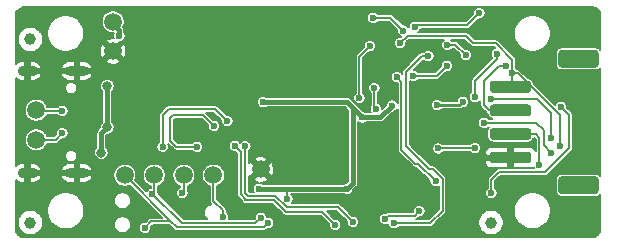
<source format=gbr>
%TF.GenerationSoftware,KiCad,Pcbnew,(5.1.6-rc1)*%
%TF.CreationDate,2020-08-04T22:03:52+02:00*%
%TF.ProjectId,bmp22,626d7032-322e-46b6-9963-61645f706362,rev?*%
%TF.SameCoordinates,Original*%
%TF.FileFunction,Copper,L2,Bot*%
%TF.FilePolarity,Positive*%
%FSLAX46Y46*%
G04 Gerber Fmt 4.6, Leading zero omitted, Abs format (unit mm)*
G04 Created by KiCad (PCBNEW (5.1.6-rc1)) date 2020-08-04 22:03:52*
%MOMM*%
%LPD*%
G01*
G04 APERTURE LIST*
%TA.AperFunction,SMDPad,CuDef*%
%ADD10C,1.500000*%
%TD*%
%TA.AperFunction,SMDPad,CuDef*%
%ADD11C,1.000000*%
%TD*%
%TA.AperFunction,ComponentPad*%
%ADD12O,1.700000X0.900000*%
%TD*%
%TA.AperFunction,ComponentPad*%
%ADD13O,2.000000X0.900000*%
%TD*%
%TA.AperFunction,ViaPad*%
%ADD14C,0.600000*%
%TD*%
%TA.AperFunction,ViaPad*%
%ADD15C,0.800000*%
%TD*%
%TA.AperFunction,Conductor*%
%ADD16C,0.400000*%
%TD*%
%TA.AperFunction,Conductor*%
%ADD17C,0.200000*%
%TD*%
%TA.AperFunction,Conductor*%
%ADD18C,0.250000*%
%TD*%
%TA.AperFunction,Conductor*%
%ADD19C,0.150000*%
%TD*%
G04 APERTURE END LIST*
D10*
%TO.P,TP309,1*%
%TO.N,GND*%
X141000000Y-134000000D03*
%TD*%
%TO.P,TP308,1*%
%TO.N,/Sheet5F25207C/SDWIO*%
X134500000Y-134500000D03*
%TD*%
%TO.P,TP307,1*%
%TO.N,/Sheet5F25207C/SWDCLK*%
X132000000Y-134500000D03*
%TD*%
%TO.P,TP306,1*%
%TO.N,/Sheet5F25207C/TRACESWO*%
X129500000Y-134500000D03*
%TD*%
%TO.P,TP305,1*%
%TO.N,GND*%
X128500000Y-124000000D03*
%TD*%
%TO.P,TP304,1*%
%TO.N,/Sheet5F25207C/USBx1+*%
X122000000Y-131500000D03*
%TD*%
%TO.P,TP303,1*%
%TO.N,/Sheet5F25207C/USBx1-*%
X122000000Y-129000000D03*
%TD*%
%TO.P,TP302,1*%
%TO.N,+5V*%
X128500000Y-121500000D03*
%TD*%
%TO.P,TP301,1*%
%TO.N,/Sheet5F25207C/~RST*%
X137000000Y-134500000D03*
%TD*%
D11*
%TO.P,FID6,*%
%TO.N,*%
X121500000Y-138500000D03*
%TD*%
%TO.P,FID5,*%
%TO.N,*%
X160500000Y-138500000D03*
%TD*%
%TO.P,FID4,*%
%TO.N,*%
X121500000Y-123000000D03*
%TD*%
%TO.P,J202,MP*%
%TO.N,N/C*%
%TA.AperFunction,SMDPad,CuDef*%
G36*
G01*
X166450000Y-134600000D02*
X169350000Y-134600000D01*
G75*
G02*
X169600000Y-134850000I0J-250000D01*
G01*
X169600000Y-135850000D01*
G75*
G02*
X169350000Y-136100000I-250000J0D01*
G01*
X166450000Y-136100000D01*
G75*
G02*
X166200000Y-135850000I0J250000D01*
G01*
X166200000Y-134850000D01*
G75*
G02*
X166450000Y-134600000I250000J0D01*
G01*
G37*
%TD.AperFunction*%
%TA.AperFunction,SMDPad,CuDef*%
G36*
G01*
X166450000Y-123900000D02*
X169350000Y-123900000D01*
G75*
G02*
X169600000Y-124150000I0J-250000D01*
G01*
X169600000Y-125150000D01*
G75*
G02*
X169350000Y-125400000I-250000J0D01*
G01*
X166450000Y-125400000D01*
G75*
G02*
X166200000Y-125150000I0J250000D01*
G01*
X166200000Y-124150000D01*
G75*
G02*
X166450000Y-123900000I250000J0D01*
G01*
G37*
%TD.AperFunction*%
%TO.P,J202,4*%
%TO.N,GND*%
%TA.AperFunction,SMDPad,CuDef*%
G36*
G01*
X160650000Y-132500000D02*
X163650000Y-132500000D01*
G75*
G02*
X163900000Y-132750000I0J-250000D01*
G01*
X163900000Y-133250000D01*
G75*
G02*
X163650000Y-133500000I-250000J0D01*
G01*
X160650000Y-133500000D01*
G75*
G02*
X160400000Y-133250000I0J250000D01*
G01*
X160400000Y-132750000D01*
G75*
G02*
X160650000Y-132500000I250000J0D01*
G01*
G37*
%TD.AperFunction*%
%TO.P,J202,3*%
%TO.N,/Sheet5F21D67E/RXD*%
%TA.AperFunction,SMDPad,CuDef*%
G36*
G01*
X160650000Y-130500000D02*
X163650000Y-130500000D01*
G75*
G02*
X163900000Y-130750000I0J-250000D01*
G01*
X163900000Y-131250000D01*
G75*
G02*
X163650000Y-131500000I-250000J0D01*
G01*
X160650000Y-131500000D01*
G75*
G02*
X160400000Y-131250000I0J250000D01*
G01*
X160400000Y-130750000D01*
G75*
G02*
X160650000Y-130500000I250000J0D01*
G01*
G37*
%TD.AperFunction*%
%TO.P,J202,2*%
%TO.N,/Sheet5F21D67E/TXD*%
%TA.AperFunction,SMDPad,CuDef*%
G36*
G01*
X160650000Y-128500000D02*
X163650000Y-128500000D01*
G75*
G02*
X163900000Y-128750000I0J-250000D01*
G01*
X163900000Y-129250000D01*
G75*
G02*
X163650000Y-129500000I-250000J0D01*
G01*
X160650000Y-129500000D01*
G75*
G02*
X160400000Y-129250000I0J250000D01*
G01*
X160400000Y-128750000D01*
G75*
G02*
X160650000Y-128500000I250000J0D01*
G01*
G37*
%TD.AperFunction*%
%TO.P,J202,1*%
%TO.N,TPWR*%
%TA.AperFunction,SMDPad,CuDef*%
G36*
G01*
X160650000Y-126500000D02*
X163650000Y-126500000D01*
G75*
G02*
X163900000Y-126750000I0J-250000D01*
G01*
X163900000Y-127250000D01*
G75*
G02*
X163650000Y-127500000I-250000J0D01*
G01*
X160650000Y-127500000D01*
G75*
G02*
X160400000Y-127250000I0J250000D01*
G01*
X160400000Y-126750000D01*
G75*
G02*
X160650000Y-126500000I250000J0D01*
G01*
G37*
%TD.AperFunction*%
%TD*%
D12*
%TO.P,J301,S1*%
%TO.N,GND*%
X121260000Y-134320000D03*
X121260000Y-125680000D03*
D13*
X125430000Y-134320000D03*
X125430000Y-125680000D03*
%TD*%
D14*
%TO.N,GND*%
X153162000Y-121031000D03*
X153924000Y-131699000D03*
X158242000Y-136779000D03*
X159131000Y-125603000D03*
X148145500Y-122999500D03*
X151384000Y-123825000D03*
X153900000Y-123300000D03*
X159156400Y-129286000D03*
X129667000Y-124968000D03*
X130810000Y-125095000D03*
X145800000Y-120500000D03*
X138900000Y-120900000D03*
X127762000Y-134112000D03*
X130302000Y-128905000D03*
X131445000Y-128143000D03*
X138176000Y-137033000D03*
X152654000Y-133096000D03*
X159131000Y-133350000D03*
X154051000Y-129286000D03*
X154051000Y-127825500D03*
X137668000Y-135509000D03*
X135890000Y-135509000D03*
X136779000Y-132715000D03*
X160528000Y-120650000D03*
X161417000Y-120650000D03*
X156718000Y-120523000D03*
X137200000Y-124700000D03*
X138900000Y-126200000D03*
X132588000Y-127508000D03*
X129286000Y-125857000D03*
X148400000Y-120800000D03*
X154305000Y-139319000D03*
X127635000Y-135890000D03*
X127762000Y-137668000D03*
X127635000Y-138938000D03*
X121285000Y-136398000D03*
X123317000Y-133477000D03*
X123190000Y-127000000D03*
X159258000Y-136144000D03*
X161290000Y-135128000D03*
X168910000Y-133858000D03*
X167767000Y-137033000D03*
X168529000Y-126238000D03*
X166900000Y-120700000D03*
X136652000Y-127381000D03*
X141300000Y-125800000D03*
X139400000Y-123700000D03*
X149400000Y-136500000D03*
X149500000Y-137700000D03*
X143400000Y-138700000D03*
X127200000Y-125800000D03*
X133200000Y-139300000D03*
X133100000Y-135700000D03*
X141000000Y-137300000D03*
X152300000Y-130600000D03*
X159200000Y-130600000D03*
X156200000Y-131200000D03*
X165900000Y-127500000D03*
X145276000Y-136424000D03*
D15*
%TO.N,+5V*%
X128016000Y-130429000D03*
X127508000Y-132587992D03*
X128016000Y-126949200D03*
D14*
X129032000Y-122681992D03*
%TO.N,+3V3*%
X140843000Y-135636000D03*
X148335990Y-135636000D03*
X158115000Y-128270000D03*
X143259701Y-136486878D03*
X158369000Y-124333000D03*
X156799994Y-123444000D03*
X149600000Y-129600000D03*
X141200000Y-128300000D03*
X152120000Y-128600000D03*
X155933000Y-128567000D03*
%TO.N,xTPWR*%
X153924000Y-126085600D03*
X156768800Y-125222000D03*
%TO.N,/Sheet5F25207C/~RST*%
X137800000Y-137999979D03*
%TO.N,KEY*%
X160528000Y-136017000D03*
X166400000Y-128700000D03*
%TO.N,TCK*%
X160528000Y-128016000D03*
X165608000Y-131318000D03*
%TO.N,TMS*%
X159893000Y-130048000D03*
X165608000Y-132588000D03*
%TO.N,TPWR*%
X162306000Y-125857000D03*
X152799988Y-123312799D03*
X166300000Y-132000000D03*
%TO.N,/Sheet5F21D67E/RXD*%
X164592000Y-133604000D03*
%TO.N,/Sheet5F21D67E/TXD*%
X161756000Y-125229909D03*
%TO.N,/Sheet5F25207C/USBx1+*%
X124206000Y-130937000D03*
%TO.N,/Sheet5F25207C/USBx1-*%
X124206000Y-129032000D03*
%TO.N,/Sheet5F25207C/TRACESWO*%
X131191000Y-138938000D03*
X141624047Y-138516031D03*
%TO.N,/Sheet5F25207C/SWDCLK*%
X131826000Y-136042400D03*
X141000000Y-138100000D03*
%TO.N,/Sheet5F25207C/SDWIO*%
X134366000Y-136017000D03*
%TO.N,xTDI*%
X160994000Y-124213909D03*
X159131000Y-127889000D03*
%TO.N,Net-(Q201-Pad1)*%
X150495000Y-121158000D03*
X153074849Y-122247318D03*
%TO.N,xRST*%
X154051000Y-121920000D03*
X159512000Y-120777000D03*
%TO.N,iRST*%
X149352000Y-127952500D03*
X150241000Y-123571000D03*
%TO.N,/Sheet5F25207C/VBUS*%
X138176000Y-129921000D03*
X132700000Y-132100000D03*
%TO.N,Net-(R309-Pad2)*%
X137033000Y-130302000D03*
X135585200Y-132080000D03*
%TO.N,iTXD*%
X152273000Y-138557000D03*
X147300000Y-138700000D03*
X155200000Y-124400000D03*
X138800000Y-132000000D03*
%TO.N,iRXD*%
X154432000Y-137541000D03*
X151500000Y-138200000D03*
X148800000Y-138449990D03*
X139698317Y-132050010D03*
%TO.N,iTDO*%
X152527000Y-126200000D03*
X155800000Y-135000000D03*
%TO.N,iTMS_DIR*%
X159131000Y-132207000D03*
X156033586Y-132229980D03*
%TO.N,iTMS*%
X150622000Y-127127000D03*
X150740014Y-128862181D03*
%TD*%
D16*
%TO.N,+5V*%
X127508000Y-130937000D02*
X127508000Y-132587992D01*
X128016000Y-130429000D02*
X127508000Y-130937000D01*
X128016000Y-126949200D02*
X128016000Y-130429000D01*
X129032000Y-122174000D02*
X129032000Y-122681992D01*
X128500000Y-121500000D02*
X128500000Y-121642000D01*
X128500000Y-121642000D02*
X129032000Y-122174000D01*
%TO.N,+3V3*%
X143764000Y-135636000D02*
X148335990Y-135636000D01*
X143036000Y-135636000D02*
X143764000Y-135636000D01*
X140843000Y-135636000D02*
X143036000Y-135636000D01*
D17*
X143036000Y-135636000D02*
X143259701Y-135859701D01*
X143259701Y-135859701D02*
X143259701Y-136486878D01*
X158369000Y-124333000D02*
X157480000Y-123444000D01*
X157480000Y-123444000D02*
X156799994Y-123444000D01*
D16*
X148300000Y-128300000D02*
X141200000Y-128300000D01*
X148844000Y-128844000D02*
X148300000Y-128300000D01*
X148844000Y-135127990D02*
X148844000Y-128844000D01*
X148335990Y-135636000D02*
X148844000Y-135127990D01*
X148844000Y-128844000D02*
X149600000Y-129600000D01*
X151120000Y-129600000D02*
X152120000Y-128600000D01*
X149600000Y-129600000D02*
X151120000Y-129600000D01*
D18*
X157818000Y-128567000D02*
X158115000Y-128270000D01*
X155933000Y-128567000D02*
X157818000Y-128567000D01*
D17*
%TO.N,xTPWR*%
X153924000Y-126085600D02*
X155905200Y-126085600D01*
X155905200Y-126085600D02*
X156768800Y-125222000D01*
%TO.N,/Sheet5F25207C/~RST*%
X137800000Y-137458954D02*
X137800000Y-137999979D01*
X137000000Y-136658954D02*
X137800000Y-137458954D01*
X137000000Y-134500000D02*
X137000000Y-136658954D01*
%TO.N,KEY*%
X160528000Y-134874000D02*
X161163000Y-134239000D01*
X160528000Y-136017000D02*
X160528000Y-134874000D01*
X166400000Y-128700000D02*
X167100000Y-129400000D01*
X167100000Y-132200000D02*
X165061000Y-134239000D01*
X167100000Y-129400000D02*
X167100000Y-132200000D01*
X161163000Y-134239000D02*
X165061000Y-134239000D01*
%TO.N,TCK*%
X165608000Y-129216992D02*
X165608000Y-131318000D01*
X160528000Y-128016000D02*
X164407008Y-128016000D01*
X164407008Y-128016000D02*
X165608000Y-129216992D01*
%TO.N,TMS*%
X164973000Y-130683000D02*
X164973000Y-131953000D01*
X164973000Y-131953000D02*
X165608000Y-132588000D01*
X159893000Y-130048000D02*
X164338000Y-130048000D01*
X164338000Y-130048000D02*
X164973000Y-130683000D01*
%TO.N,TPWR*%
X162200800Y-126949200D02*
X162150000Y-127000000D01*
X162306000Y-126844000D02*
X162150000Y-127000000D01*
X162306000Y-125857000D02*
X162306000Y-126844000D01*
X162306000Y-124714000D02*
X160909000Y-123317000D01*
X158369000Y-122682000D02*
X153430787Y-122682000D01*
X159004000Y-123317000D02*
X158369000Y-122682000D01*
X160909000Y-123317000D02*
X159004000Y-123317000D01*
X162306000Y-125857000D02*
X162306000Y-124714000D01*
X153430787Y-122682000D02*
X152799988Y-123312799D01*
X166300000Y-129414002D02*
X166300000Y-132000000D01*
X162742998Y-125857000D02*
X166300000Y-129414002D01*
X162306000Y-125857000D02*
X162742998Y-125857000D01*
%TO.N,/Sheet5F21D67E/RXD*%
X162150000Y-131000000D02*
X164274000Y-131000000D01*
X164274000Y-131000000D02*
X164592000Y-131318000D01*
X164592000Y-131318000D02*
X164592000Y-133604000D01*
%TO.N,/Sheet5F21D67E/TXD*%
X162150000Y-129000000D02*
X160369000Y-129000000D01*
X160369000Y-129000000D02*
X159893000Y-128524000D01*
X159893000Y-128524000D02*
X159893000Y-126492000D01*
X159893000Y-126492000D02*
X161155091Y-125229909D01*
X161155091Y-125229909D02*
X161756000Y-125229909D01*
%TO.N,/Sheet5F25207C/USBx1+*%
X123643000Y-131500000D02*
X122000000Y-131500000D01*
X124206000Y-130937000D02*
X123643000Y-131500000D01*
%TO.N,/Sheet5F25207C/USBx1-*%
X122032000Y-129032000D02*
X122000000Y-129000000D01*
X124206000Y-129032000D02*
X122032000Y-129032000D01*
%TO.N,/Sheet5F25207C/TRACESWO*%
X133900000Y-138900000D02*
X141240078Y-138900000D01*
X141240078Y-138900000D02*
X141624047Y-138516031D01*
X131191000Y-138938000D02*
X131729000Y-138400000D01*
X133300000Y-138400000D02*
X133350000Y-138350000D01*
X131729000Y-138400000D02*
X133300000Y-138400000D01*
X133350000Y-138350000D02*
X133900000Y-138900000D01*
X129500000Y-134500000D02*
X133350000Y-138350000D01*
%TO.N,/Sheet5F25207C/SWDCLK*%
X132000000Y-135868400D02*
X131826000Y-136042400D01*
X132000000Y-134500000D02*
X132000000Y-135868400D01*
X134333589Y-138549989D02*
X140550011Y-138549989D01*
X131826000Y-136042400D02*
X134333589Y-138549989D01*
X140550011Y-138549989D02*
X141000000Y-138100000D01*
%TO.N,/Sheet5F25207C/SDWIO*%
X134500000Y-135883000D02*
X134366000Y-136017000D01*
X134500000Y-134500000D02*
X134500000Y-135883000D01*
%TO.N,xTDI*%
X160994000Y-124638173D02*
X159131000Y-126501173D01*
X160994000Y-124213909D02*
X160994000Y-124638173D01*
X159131000Y-126501173D02*
X159131000Y-127889000D01*
%TO.N,Net-(Q201-Pad1)*%
X151985531Y-121158000D02*
X153074849Y-122247318D01*
X150495000Y-121158000D02*
X151985531Y-121158000D01*
%TO.N,xRST*%
X158496000Y-121793000D02*
X159512000Y-120777000D01*
X154051000Y-121920000D02*
X154178000Y-121793000D01*
X154178000Y-121793000D02*
X158496000Y-121793000D01*
%TO.N,iRST*%
X149352000Y-127952500D02*
X149352000Y-124460000D01*
X149352000Y-124460000D02*
X150241000Y-123571000D01*
%TO.N,/Sheet5F25207C/VBUS*%
X132700000Y-129428000D02*
X132700000Y-132100000D01*
X137134600Y-128879600D02*
X133248400Y-128879600D01*
X133248400Y-128879600D02*
X132700000Y-129428000D01*
X138176000Y-129921000D02*
X137134600Y-128879600D01*
%TO.N,Net-(R309-Pad2)*%
X133858000Y-132080000D02*
X135585200Y-132080000D01*
X136144000Y-129413000D02*
X133604000Y-129413000D01*
X137033000Y-130302000D02*
X136144000Y-129413000D01*
X133350000Y-129667000D02*
X133350000Y-131572000D01*
X133604000Y-129413000D02*
X133350000Y-129667000D01*
X133350000Y-131572000D02*
X133858000Y-132080000D01*
%TO.N,iTXD*%
X154678000Y-124400000D02*
X153289000Y-125789000D01*
X153289000Y-125789000D02*
X153289000Y-131994010D01*
X153289000Y-131994010D02*
X155279990Y-133985000D01*
X155200000Y-124400000D02*
X154678000Y-124400000D01*
X155279990Y-133985000D02*
X155585000Y-133985000D01*
X156400000Y-137500000D02*
X155343000Y-138557000D01*
X155585000Y-133985000D02*
X156400000Y-134800000D01*
X156400000Y-134800000D02*
X156400000Y-137500000D01*
X155343000Y-138557000D02*
X152697264Y-138557000D01*
X152697264Y-138557000D02*
X152273000Y-138557000D01*
X139700000Y-136600000D02*
X139700000Y-136500000D01*
X142100000Y-136600000D02*
X139700000Y-136600000D01*
X139700000Y-136500000D02*
X139300000Y-136100000D01*
X139300000Y-132500000D02*
X138800000Y-132000000D01*
X139300000Y-136100000D02*
X139300000Y-132500000D01*
X146200000Y-137600000D02*
X147300000Y-138700000D01*
X143100000Y-137600000D02*
X146200000Y-137600000D01*
X143100000Y-137600000D02*
X142100000Y-136600000D01*
%TO.N,iRXD*%
X152908000Y-137922000D02*
X154051000Y-137922000D01*
X154051000Y-137922000D02*
X154432000Y-137541000D01*
X151778000Y-137922000D02*
X151500000Y-138200000D01*
X152908000Y-137922000D02*
X151778000Y-137922000D01*
X147775005Y-137424995D02*
X148800000Y-138449990D01*
X143197495Y-137202505D02*
X147552515Y-137202505D01*
X142244980Y-136249990D02*
X143197495Y-137202505D01*
X139944979Y-136249989D02*
X142244980Y-136249990D01*
X139698317Y-136003327D02*
X139944979Y-136249989D01*
X147552515Y-137202505D02*
X147775005Y-137424995D01*
X139698317Y-132050010D02*
X139698317Y-136003327D01*
%TO.N,iTDO*%
X152908000Y-132334000D02*
X154093000Y-133519000D01*
X152527000Y-126200000D02*
X152908000Y-126581000D01*
X152908000Y-126581000D02*
X152908000Y-132334000D01*
X155800000Y-135000000D02*
X154319000Y-133519000D01*
X154319000Y-133519000D02*
X154093000Y-133519000D01*
%TO.N,iTMS_DIR*%
X156056566Y-132207000D02*
X156033586Y-132229980D01*
X159131000Y-132207000D02*
X156056566Y-132207000D01*
%TO.N,iTMS*%
X150622000Y-128744167D02*
X150740014Y-128862181D01*
X150622000Y-127127000D02*
X150622000Y-128744167D01*
%TD*%
D19*
%TO.N,GND*%
G36*
X169145443Y-120265460D02*
G01*
X169285346Y-120307699D01*
X169414381Y-120376308D01*
X169527631Y-120468672D01*
X169620785Y-120581275D01*
X169690290Y-120709823D01*
X169733508Y-120849437D01*
X169750001Y-121006356D01*
X169750001Y-123893260D01*
X169745853Y-123885500D01*
X169686645Y-123813355D01*
X169614500Y-123754147D01*
X169532191Y-123710152D01*
X169442880Y-123683060D01*
X169350000Y-123673912D01*
X166450000Y-123673912D01*
X166357120Y-123683060D01*
X166267809Y-123710152D01*
X166185500Y-123754147D01*
X166113355Y-123813355D01*
X166054147Y-123885500D01*
X166010152Y-123967809D01*
X165983060Y-124057120D01*
X165973912Y-124150000D01*
X165973912Y-125150000D01*
X165983060Y-125242880D01*
X166010152Y-125332191D01*
X166054147Y-125414500D01*
X166113355Y-125486645D01*
X166185500Y-125545853D01*
X166267809Y-125589848D01*
X166357120Y-125616940D01*
X166450000Y-125626088D01*
X169350000Y-125626088D01*
X169442880Y-125616940D01*
X169532191Y-125589848D01*
X169614500Y-125545853D01*
X169686645Y-125486645D01*
X169745853Y-125414500D01*
X169750001Y-125406740D01*
X169750000Y-134593259D01*
X169745853Y-134585500D01*
X169686645Y-134513355D01*
X169614500Y-134454147D01*
X169532191Y-134410152D01*
X169442880Y-134383060D01*
X169350000Y-134373912D01*
X166450000Y-134373912D01*
X166357120Y-134383060D01*
X166267809Y-134410152D01*
X166185500Y-134454147D01*
X166113355Y-134513355D01*
X166054147Y-134585500D01*
X166010152Y-134667809D01*
X165983060Y-134757120D01*
X165973912Y-134850000D01*
X165973912Y-135850000D01*
X165983060Y-135942880D01*
X166010152Y-136032191D01*
X166054147Y-136114500D01*
X166113355Y-136186645D01*
X166185500Y-136245853D01*
X166267809Y-136289848D01*
X166357120Y-136316940D01*
X166450000Y-136326088D01*
X169350000Y-136326088D01*
X169442880Y-136316940D01*
X169532191Y-136289848D01*
X169614500Y-136245853D01*
X169686645Y-136186645D01*
X169745853Y-136114500D01*
X169750000Y-136106741D01*
X169750000Y-138987771D01*
X169734540Y-139145443D01*
X169692301Y-139285346D01*
X169623691Y-139414383D01*
X169531330Y-139527629D01*
X169418724Y-139620785D01*
X169290175Y-139690291D01*
X169150563Y-139733508D01*
X168993654Y-139750000D01*
X121012229Y-139750000D01*
X120854557Y-139734540D01*
X120714654Y-139692301D01*
X120585617Y-139623691D01*
X120472371Y-139531330D01*
X120379215Y-139418724D01*
X120309709Y-139290175D01*
X120266492Y-139150563D01*
X120250000Y-138993654D01*
X120250000Y-138394122D01*
X120425000Y-138394122D01*
X120425000Y-138605878D01*
X120466312Y-138813566D01*
X120547348Y-139009203D01*
X120664993Y-139185272D01*
X120814728Y-139335007D01*
X120990797Y-139452652D01*
X121186434Y-139533688D01*
X121394122Y-139575000D01*
X121605878Y-139575000D01*
X121813566Y-139533688D01*
X122009203Y-139452652D01*
X122185272Y-139335007D01*
X122335007Y-139185272D01*
X122452652Y-139009203D01*
X122533688Y-138813566D01*
X122575000Y-138605878D01*
X122575000Y-138394122D01*
X122533688Y-138186434D01*
X122452652Y-137990797D01*
X122335007Y-137814728D01*
X122185272Y-137664993D01*
X122009203Y-137547348D01*
X121813566Y-137466312D01*
X121605878Y-137425000D01*
X121394122Y-137425000D01*
X121186434Y-137466312D01*
X120990797Y-137547348D01*
X120814728Y-137664993D01*
X120664993Y-137814728D01*
X120547348Y-137990797D01*
X120466312Y-138186434D01*
X120425000Y-138394122D01*
X120250000Y-138394122D01*
X120250000Y-137344876D01*
X122925000Y-137344876D01*
X122925000Y-137655124D01*
X122985526Y-137959411D01*
X123104253Y-138246042D01*
X123276617Y-138504004D01*
X123495996Y-138723383D01*
X123753958Y-138895747D01*
X124040589Y-139014474D01*
X124344876Y-139075000D01*
X124655124Y-139075000D01*
X124959411Y-139014474D01*
X125246042Y-138895747D01*
X125504004Y-138723383D01*
X125614330Y-138613057D01*
X128565700Y-138613057D01*
X128565700Y-138754943D01*
X128593381Y-138894104D01*
X128647679Y-139025190D01*
X128726507Y-139143164D01*
X128826836Y-139243493D01*
X128944810Y-139322321D01*
X129075896Y-139376619D01*
X129215057Y-139404300D01*
X129356943Y-139404300D01*
X129496104Y-139376619D01*
X129627190Y-139322321D01*
X129745164Y-139243493D01*
X129845493Y-139143164D01*
X129924321Y-139025190D01*
X129978619Y-138894104D01*
X130006300Y-138754943D01*
X130006300Y-138613057D01*
X129978619Y-138473896D01*
X129924321Y-138342810D01*
X129845493Y-138224836D01*
X129745164Y-138124507D01*
X129627190Y-138045679D01*
X129496104Y-137991381D01*
X129356943Y-137963700D01*
X129215057Y-137963700D01*
X129075896Y-137991381D01*
X128944810Y-138045679D01*
X128826836Y-138124507D01*
X128726507Y-138224836D01*
X128647679Y-138342810D01*
X128593381Y-138473896D01*
X128565700Y-138613057D01*
X125614330Y-138613057D01*
X125723383Y-138504004D01*
X125895747Y-138246042D01*
X126014474Y-137959411D01*
X126075000Y-137655124D01*
X126075000Y-137344876D01*
X126014474Y-137040589D01*
X125895747Y-136753958D01*
X125780219Y-136581057D01*
X128565700Y-136581057D01*
X128565700Y-136722943D01*
X128593381Y-136862104D01*
X128647679Y-136993190D01*
X128726507Y-137111164D01*
X128826836Y-137211493D01*
X128944810Y-137290321D01*
X129075896Y-137344619D01*
X129215057Y-137372300D01*
X129356943Y-137372300D01*
X129496104Y-137344619D01*
X129627190Y-137290321D01*
X129745164Y-137211493D01*
X129845493Y-137111164D01*
X129924321Y-136993190D01*
X129978619Y-136862104D01*
X130006300Y-136722943D01*
X130006300Y-136581057D01*
X129978619Y-136441896D01*
X129924321Y-136310810D01*
X129845493Y-136192836D01*
X129745164Y-136092507D01*
X129627190Y-136013679D01*
X129496104Y-135959381D01*
X129356943Y-135931700D01*
X129215057Y-135931700D01*
X129075896Y-135959381D01*
X128944810Y-136013679D01*
X128826836Y-136092507D01*
X128726507Y-136192836D01*
X128647679Y-136310810D01*
X128593381Y-136441896D01*
X128565700Y-136581057D01*
X125780219Y-136581057D01*
X125723383Y-136495996D01*
X125504004Y-136276617D01*
X125246042Y-136104253D01*
X124959411Y-135985526D01*
X124655124Y-135925000D01*
X124344876Y-135925000D01*
X124040589Y-135985526D01*
X123753958Y-136104253D01*
X123495996Y-136276617D01*
X123276617Y-136495996D01*
X123104253Y-136753958D01*
X122985526Y-137040589D01*
X122925000Y-137344876D01*
X120250000Y-137344876D01*
X120250000Y-134901051D01*
X120256147Y-134908738D01*
X120382607Y-135015231D01*
X120527413Y-135095007D01*
X120685000Y-135145000D01*
X121085000Y-135145000D01*
X121085000Y-134495000D01*
X121435000Y-134495000D01*
X121435000Y-135145000D01*
X121835000Y-135145000D01*
X121992587Y-135095007D01*
X122137393Y-135015231D01*
X122263853Y-134908738D01*
X122367107Y-134779620D01*
X122428924Y-134618967D01*
X124111076Y-134618967D01*
X124172893Y-134779620D01*
X124276147Y-134908738D01*
X124402607Y-135015231D01*
X124547413Y-135095007D01*
X124705000Y-135145000D01*
X125255000Y-135145000D01*
X125255000Y-134495000D01*
X125605000Y-134495000D01*
X125605000Y-135145000D01*
X126155000Y-135145000D01*
X126312587Y-135095007D01*
X126457393Y-135015231D01*
X126583853Y-134908738D01*
X126687107Y-134779620D01*
X126748924Y-134618967D01*
X126690001Y-134495000D01*
X125605000Y-134495000D01*
X125255000Y-134495000D01*
X124169999Y-134495000D01*
X124111076Y-134618967D01*
X122428924Y-134618967D01*
X122370001Y-134495000D01*
X121435000Y-134495000D01*
X121085000Y-134495000D01*
X121065000Y-134495000D01*
X121065000Y-134403971D01*
X128525000Y-134403971D01*
X128525000Y-134596029D01*
X128562468Y-134784397D01*
X128635966Y-134961836D01*
X128742668Y-135121527D01*
X128878473Y-135257332D01*
X129038164Y-135364034D01*
X129215603Y-135437532D01*
X129403971Y-135475000D01*
X129596029Y-135475000D01*
X129784397Y-135437532D01*
X129921234Y-135380852D01*
X132615381Y-138075000D01*
X131744953Y-138075000D01*
X131729000Y-138073429D01*
X131713047Y-138075000D01*
X131713039Y-138075000D01*
X131665289Y-138079703D01*
X131604026Y-138098287D01*
X131547566Y-138128465D01*
X131498079Y-138169079D01*
X131487904Y-138181477D01*
X131254113Y-138415269D01*
X131242708Y-138413000D01*
X131139292Y-138413000D01*
X131037863Y-138433176D01*
X130942319Y-138472751D01*
X130856332Y-138530206D01*
X130783206Y-138603332D01*
X130725751Y-138689319D01*
X130686176Y-138784863D01*
X130666000Y-138886292D01*
X130666000Y-138989708D01*
X130686176Y-139091137D01*
X130725751Y-139186681D01*
X130783206Y-139272668D01*
X130856332Y-139345794D01*
X130942319Y-139403249D01*
X131037863Y-139442824D01*
X131139292Y-139463000D01*
X131242708Y-139463000D01*
X131344137Y-139442824D01*
X131439681Y-139403249D01*
X131525668Y-139345794D01*
X131598794Y-139272668D01*
X131656249Y-139186681D01*
X131695824Y-139091137D01*
X131716000Y-138989708D01*
X131716000Y-138886292D01*
X131713731Y-138874887D01*
X131863619Y-138725000D01*
X133265382Y-138725000D01*
X133658904Y-139118523D01*
X133669079Y-139130921D01*
X133718566Y-139171535D01*
X133775026Y-139201713D01*
X133817901Y-139214719D01*
X133836288Y-139220297D01*
X133842362Y-139220895D01*
X133884039Y-139225000D01*
X133884046Y-139225000D01*
X133899999Y-139226571D01*
X133915952Y-139225000D01*
X141224125Y-139225000D01*
X141240078Y-139226571D01*
X141256031Y-139225000D01*
X141256039Y-139225000D01*
X141303789Y-139220297D01*
X141365052Y-139201713D01*
X141421512Y-139171535D01*
X141470999Y-139130921D01*
X141481179Y-139118517D01*
X141560934Y-139038762D01*
X141572339Y-139041031D01*
X141675755Y-139041031D01*
X141777184Y-139020855D01*
X141872728Y-138981280D01*
X141958715Y-138923825D01*
X142031841Y-138850699D01*
X142089296Y-138764712D01*
X142128871Y-138669168D01*
X142149047Y-138567739D01*
X142149047Y-138464323D01*
X142128871Y-138362894D01*
X142089296Y-138267350D01*
X142031841Y-138181363D01*
X141958715Y-138108237D01*
X141872728Y-138050782D01*
X141777184Y-138011207D01*
X141675755Y-137991031D01*
X141572339Y-137991031D01*
X141515845Y-138002269D01*
X141504824Y-137946863D01*
X141465249Y-137851319D01*
X141407794Y-137765332D01*
X141334668Y-137692206D01*
X141248681Y-137634751D01*
X141153137Y-137595176D01*
X141051708Y-137575000D01*
X140948292Y-137575000D01*
X140846863Y-137595176D01*
X140751319Y-137634751D01*
X140665332Y-137692206D01*
X140592206Y-137765332D01*
X140534751Y-137851319D01*
X140495176Y-137946863D01*
X140475000Y-138048292D01*
X140475000Y-138151708D01*
X140477269Y-138163113D01*
X140415393Y-138224989D01*
X138275054Y-138224989D01*
X138304824Y-138153116D01*
X138325000Y-138051687D01*
X138325000Y-137948271D01*
X138304824Y-137846842D01*
X138265249Y-137751298D01*
X138207794Y-137665311D01*
X138134668Y-137592185D01*
X138125000Y-137585725D01*
X138125000Y-137474907D01*
X138126571Y-137458954D01*
X138125000Y-137443001D01*
X138125000Y-137442993D01*
X138120297Y-137395243D01*
X138101713Y-137333980D01*
X138071535Y-137277520D01*
X138030921Y-137228033D01*
X138018524Y-137217859D01*
X137325000Y-136524336D01*
X137325000Y-135420714D01*
X137461836Y-135364034D01*
X137621527Y-135257332D01*
X137757332Y-135121527D01*
X137864034Y-134961836D01*
X137937532Y-134784397D01*
X137975000Y-134596029D01*
X137975000Y-134403971D01*
X137937532Y-134215603D01*
X137864034Y-134038164D01*
X137757332Y-133878473D01*
X137621527Y-133742668D01*
X137461836Y-133635966D01*
X137284397Y-133562468D01*
X137096029Y-133525000D01*
X136903971Y-133525000D01*
X136715603Y-133562468D01*
X136538164Y-133635966D01*
X136378473Y-133742668D01*
X136242668Y-133878473D01*
X136135966Y-134038164D01*
X136062468Y-134215603D01*
X136025000Y-134403971D01*
X136025000Y-134596029D01*
X136062468Y-134784397D01*
X136135966Y-134961836D01*
X136242668Y-135121527D01*
X136378473Y-135257332D01*
X136538164Y-135364034D01*
X136675000Y-135420714D01*
X136675001Y-136642991D01*
X136673429Y-136658954D01*
X136679703Y-136722665D01*
X136698287Y-136783927D01*
X136710714Y-136807175D01*
X136728466Y-136840388D01*
X136769080Y-136889875D01*
X136781478Y-136900050D01*
X136830112Y-136948684D01*
X136695896Y-136975381D01*
X136564810Y-137029679D01*
X136446836Y-137108507D01*
X136346507Y-137208836D01*
X136267679Y-137326810D01*
X136213381Y-137457896D01*
X136185700Y-137597057D01*
X136185700Y-137738943D01*
X136213381Y-137878104D01*
X136267679Y-138009190D01*
X136346507Y-138127164D01*
X136444332Y-138224989D01*
X134468208Y-138224989D01*
X132348731Y-136105513D01*
X132351000Y-136094108D01*
X132351000Y-135990692D01*
X132330824Y-135889263D01*
X132325728Y-135876960D01*
X132326571Y-135868401D01*
X132325000Y-135852448D01*
X132325000Y-135420714D01*
X132461836Y-135364034D01*
X132621527Y-135257332D01*
X132757332Y-135121527D01*
X132864034Y-134961836D01*
X132937532Y-134784397D01*
X132975000Y-134596029D01*
X132975000Y-134403971D01*
X133525000Y-134403971D01*
X133525000Y-134596029D01*
X133562468Y-134784397D01*
X133635966Y-134961836D01*
X133742668Y-135121527D01*
X133878473Y-135257332D01*
X134038164Y-135364034D01*
X134175001Y-135420714D01*
X134175001Y-135527859D01*
X134117319Y-135551751D01*
X134031332Y-135609206D01*
X133958206Y-135682332D01*
X133900751Y-135768319D01*
X133861176Y-135863863D01*
X133841000Y-135965292D01*
X133841000Y-136068708D01*
X133861176Y-136170137D01*
X133900751Y-136265681D01*
X133958206Y-136351668D01*
X134031332Y-136424794D01*
X134117319Y-136482249D01*
X134212863Y-136521824D01*
X134314292Y-136542000D01*
X134417708Y-136542000D01*
X134519137Y-136521824D01*
X134614681Y-136482249D01*
X134700668Y-136424794D01*
X134773794Y-136351668D01*
X134831249Y-136265681D01*
X134870824Y-136170137D01*
X134891000Y-136068708D01*
X134891000Y-135965292D01*
X134870824Y-135863863D01*
X134831249Y-135768319D01*
X134825000Y-135758967D01*
X134825000Y-135420714D01*
X134961836Y-135364034D01*
X135121527Y-135257332D01*
X135257332Y-135121527D01*
X135364034Y-134961836D01*
X135437532Y-134784397D01*
X135475000Y-134596029D01*
X135475000Y-134403971D01*
X135437532Y-134215603D01*
X135364034Y-134038164D01*
X135257332Y-133878473D01*
X135121527Y-133742668D01*
X134961836Y-133635966D01*
X134784397Y-133562468D01*
X134596029Y-133525000D01*
X134403971Y-133525000D01*
X134215603Y-133562468D01*
X134038164Y-133635966D01*
X133878473Y-133742668D01*
X133742668Y-133878473D01*
X133635966Y-134038164D01*
X133562468Y-134215603D01*
X133525000Y-134403971D01*
X132975000Y-134403971D01*
X132937532Y-134215603D01*
X132864034Y-134038164D01*
X132757332Y-133878473D01*
X132621527Y-133742668D01*
X132461836Y-133635966D01*
X132284397Y-133562468D01*
X132096029Y-133525000D01*
X131903971Y-133525000D01*
X131715603Y-133562468D01*
X131538164Y-133635966D01*
X131378473Y-133742668D01*
X131242668Y-133878473D01*
X131135966Y-134038164D01*
X131062468Y-134215603D01*
X131025000Y-134403971D01*
X131025000Y-134596029D01*
X131062468Y-134784397D01*
X131135966Y-134961836D01*
X131242668Y-135121527D01*
X131378473Y-135257332D01*
X131538164Y-135364034D01*
X131675001Y-135420714D01*
X131675001Y-135537151D01*
X131672863Y-135537576D01*
X131577319Y-135577151D01*
X131491332Y-135634606D01*
X131418206Y-135707732D01*
X131360751Y-135793719D01*
X131329291Y-135869672D01*
X130380852Y-134921234D01*
X130437532Y-134784397D01*
X130475000Y-134596029D01*
X130475000Y-134403971D01*
X130437532Y-134215603D01*
X130364034Y-134038164D01*
X130257332Y-133878473D01*
X130121527Y-133742668D01*
X129961836Y-133635966D01*
X129784397Y-133562468D01*
X129596029Y-133525000D01*
X129403971Y-133525000D01*
X129215603Y-133562468D01*
X129038164Y-133635966D01*
X128878473Y-133742668D01*
X128742668Y-133878473D01*
X128635966Y-134038164D01*
X128562468Y-134215603D01*
X128525000Y-134403971D01*
X121065000Y-134403971D01*
X121065000Y-134145000D01*
X121085000Y-134145000D01*
X121085000Y-133495000D01*
X121435000Y-133495000D01*
X121435000Y-134145000D01*
X122370001Y-134145000D01*
X122428924Y-134021033D01*
X124111076Y-134021033D01*
X124169999Y-134145000D01*
X125255000Y-134145000D01*
X125255000Y-133495000D01*
X125605000Y-133495000D01*
X125605000Y-134145000D01*
X126690001Y-134145000D01*
X126748924Y-134021033D01*
X126687107Y-133860380D01*
X126583853Y-133731262D01*
X126457393Y-133624769D01*
X126312587Y-133544993D01*
X126155000Y-133495000D01*
X125605000Y-133495000D01*
X125255000Y-133495000D01*
X124705000Y-133495000D01*
X124547413Y-133544993D01*
X124402607Y-133624769D01*
X124276147Y-133731262D01*
X124172893Y-133860380D01*
X124111076Y-134021033D01*
X122428924Y-134021033D01*
X122367107Y-133860380D01*
X122263853Y-133731262D01*
X122137393Y-133624769D01*
X121992587Y-133544993D01*
X121835000Y-133495000D01*
X121435000Y-133495000D01*
X121085000Y-133495000D01*
X120685000Y-133495000D01*
X120527413Y-133544993D01*
X120382607Y-133624769D01*
X120256147Y-133731262D01*
X120250000Y-133738949D01*
X120250000Y-132838292D01*
X124425000Y-132838292D01*
X124425000Y-132941708D01*
X124445176Y-133043137D01*
X124484751Y-133138681D01*
X124542206Y-133224668D01*
X124615332Y-133297794D01*
X124701319Y-133355249D01*
X124796863Y-133394824D01*
X124898292Y-133415000D01*
X125001708Y-133415000D01*
X125103137Y-133394824D01*
X125198681Y-133355249D01*
X125284668Y-133297794D01*
X125357794Y-133224668D01*
X125415249Y-133138681D01*
X125454824Y-133043137D01*
X125475000Y-132941708D01*
X125475000Y-132838292D01*
X125454824Y-132736863D01*
X125415249Y-132641319D01*
X125357794Y-132555332D01*
X125328897Y-132526435D01*
X126883000Y-132526435D01*
X126883000Y-132649549D01*
X126907019Y-132770298D01*
X126954132Y-132884040D01*
X127022531Y-132986406D01*
X127109586Y-133073461D01*
X127211952Y-133141860D01*
X127325694Y-133188973D01*
X127446443Y-133212992D01*
X127569557Y-133212992D01*
X127690306Y-133188973D01*
X127804048Y-133141860D01*
X127906414Y-133073461D01*
X127993469Y-132986406D01*
X128061868Y-132884040D01*
X128108981Y-132770298D01*
X128133000Y-132649549D01*
X128133000Y-132526435D01*
X128108981Y-132405686D01*
X128061868Y-132291944D01*
X127993469Y-132189578D01*
X127933000Y-132129109D01*
X127933000Y-132048292D01*
X132175000Y-132048292D01*
X132175000Y-132151708D01*
X132195176Y-132253137D01*
X132234751Y-132348681D01*
X132292206Y-132434668D01*
X132365332Y-132507794D01*
X132451319Y-132565249D01*
X132546863Y-132604824D01*
X132648292Y-132625000D01*
X132751708Y-132625000D01*
X132853137Y-132604824D01*
X132948681Y-132565249D01*
X133034668Y-132507794D01*
X133107794Y-132434668D01*
X133165249Y-132348681D01*
X133204824Y-132253137D01*
X133225000Y-132151708D01*
X133225000Y-132048292D01*
X133204824Y-131946863D01*
X133165249Y-131851319D01*
X133156284Y-131837902D01*
X133616904Y-132298523D01*
X133627079Y-132310921D01*
X133676566Y-132351535D01*
X133733026Y-132381713D01*
X133780030Y-132395971D01*
X133794288Y-132400297D01*
X133800362Y-132400895D01*
X133842039Y-132405000D01*
X133842046Y-132405000D01*
X133857999Y-132406571D01*
X133873952Y-132405000D01*
X135170946Y-132405000D01*
X135177406Y-132414668D01*
X135250532Y-132487794D01*
X135336519Y-132545249D01*
X135432063Y-132584824D01*
X135533492Y-132605000D01*
X135636908Y-132605000D01*
X135738337Y-132584824D01*
X135833881Y-132545249D01*
X135919868Y-132487794D01*
X135992994Y-132414668D01*
X136050449Y-132328681D01*
X136090024Y-132233137D01*
X136110200Y-132131708D01*
X136110200Y-132028292D01*
X136094287Y-131948292D01*
X138275000Y-131948292D01*
X138275000Y-132051708D01*
X138295176Y-132153137D01*
X138334751Y-132248681D01*
X138392206Y-132334668D01*
X138465332Y-132407794D01*
X138551319Y-132465249D01*
X138646863Y-132504824D01*
X138748292Y-132525000D01*
X138851708Y-132525000D01*
X138863113Y-132522731D01*
X138975001Y-132634620D01*
X138975000Y-136084047D01*
X138973429Y-136100000D01*
X138975000Y-136115953D01*
X138975000Y-136115960D01*
X138977449Y-136140824D01*
X138979703Y-136163711D01*
X138986660Y-136186645D01*
X138998287Y-136224973D01*
X139028465Y-136281433D01*
X139069079Y-136330921D01*
X139081483Y-136341101D01*
X139377038Y-136636657D01*
X139379703Y-136663711D01*
X139398287Y-136724974D01*
X139428465Y-136781434D01*
X139449591Y-136807175D01*
X139469079Y-136830921D01*
X139518566Y-136871535D01*
X139575026Y-136901713D01*
X139636289Y-136920297D01*
X139700000Y-136926572D01*
X139715960Y-136925000D01*
X141965382Y-136925000D01*
X142858908Y-137818528D01*
X142869079Y-137830921D01*
X142881472Y-137841092D01*
X142881476Y-137841096D01*
X142888478Y-137846842D01*
X142918566Y-137871535D01*
X142975026Y-137901713D01*
X143036289Y-137920297D01*
X143084039Y-137925000D01*
X143084047Y-137925000D01*
X143100000Y-137926571D01*
X143115953Y-137925000D01*
X146065382Y-137925000D01*
X146777269Y-138636887D01*
X146775000Y-138648292D01*
X146775000Y-138751708D01*
X146795176Y-138853137D01*
X146834751Y-138948681D01*
X146892206Y-139034668D01*
X146965332Y-139107794D01*
X147051319Y-139165249D01*
X147146863Y-139204824D01*
X147248292Y-139225000D01*
X147351708Y-139225000D01*
X147453137Y-139204824D01*
X147548681Y-139165249D01*
X147634668Y-139107794D01*
X147707794Y-139034668D01*
X147765249Y-138948681D01*
X147804824Y-138853137D01*
X147825000Y-138751708D01*
X147825000Y-138648292D01*
X147804824Y-138546863D01*
X147765249Y-138451319D01*
X147707794Y-138365332D01*
X147634668Y-138292206D01*
X147548681Y-138234751D01*
X147453137Y-138195176D01*
X147351708Y-138175000D01*
X147248292Y-138175000D01*
X147236887Y-138177269D01*
X146587123Y-137527505D01*
X147417897Y-137527505D01*
X147556481Y-137666090D01*
X147556486Y-137666094D01*
X148277269Y-138386877D01*
X148275000Y-138398282D01*
X148275000Y-138501698D01*
X148295176Y-138603127D01*
X148334751Y-138698671D01*
X148392206Y-138784658D01*
X148465332Y-138857784D01*
X148551319Y-138915239D01*
X148646863Y-138954814D01*
X148748292Y-138974990D01*
X148851708Y-138974990D01*
X148953137Y-138954814D01*
X149048681Y-138915239D01*
X149134668Y-138857784D01*
X149207794Y-138784658D01*
X149265249Y-138698671D01*
X149304824Y-138603127D01*
X149325000Y-138501698D01*
X149325000Y-138398282D01*
X149304824Y-138296853D01*
X149265249Y-138201309D01*
X149207794Y-138115322D01*
X149134668Y-138042196D01*
X149048681Y-137984741D01*
X148953137Y-137945166D01*
X148851708Y-137924990D01*
X148748292Y-137924990D01*
X148736887Y-137927259D01*
X148016104Y-137206476D01*
X148016100Y-137206471D01*
X147793615Y-136983987D01*
X147783436Y-136971584D01*
X147733949Y-136930970D01*
X147677489Y-136900792D01*
X147616226Y-136882208D01*
X147568476Y-136877505D01*
X147568468Y-136877505D01*
X147552515Y-136875934D01*
X147536562Y-136877505D01*
X143611536Y-136877505D01*
X143667495Y-136821546D01*
X143724950Y-136735559D01*
X143764525Y-136640015D01*
X143784701Y-136538586D01*
X143784701Y-136435170D01*
X143764525Y-136333741D01*
X143724950Y-136238197D01*
X143667495Y-136152210D01*
X143594369Y-136079084D01*
X143584701Y-136072624D01*
X143584701Y-136061000D01*
X148027072Y-136061000D01*
X148087309Y-136101249D01*
X148182853Y-136140824D01*
X148284282Y-136161000D01*
X148387698Y-136161000D01*
X148489127Y-136140824D01*
X148584671Y-136101249D01*
X148670658Y-136043794D01*
X148743784Y-135970668D01*
X148801239Y-135884681D01*
X148840814Y-135789137D01*
X148854948Y-135718082D01*
X149129758Y-135443272D01*
X149145974Y-135429964D01*
X149199084Y-135365250D01*
X149238548Y-135291417D01*
X149262850Y-135211304D01*
X149269000Y-135148864D01*
X149269000Y-135148857D01*
X149271055Y-135127990D01*
X149269000Y-135107123D01*
X149269000Y-130010245D01*
X149351319Y-130065249D01*
X149446863Y-130104824D01*
X149548292Y-130125000D01*
X149651708Y-130125000D01*
X149753137Y-130104824D01*
X149848681Y-130065249D01*
X149908918Y-130025000D01*
X151099133Y-130025000D01*
X151120000Y-130027055D01*
X151140867Y-130025000D01*
X151140874Y-130025000D01*
X151203314Y-130018850D01*
X151283427Y-129994548D01*
X151357260Y-129955084D01*
X151421974Y-129901974D01*
X151435284Y-129885756D01*
X152202082Y-129118958D01*
X152273137Y-129104824D01*
X152368681Y-129065249D01*
X152454668Y-129007794D01*
X152527794Y-128934668D01*
X152583000Y-128852046D01*
X152583001Y-132318037D01*
X152581429Y-132334000D01*
X152587703Y-132397711D01*
X152606287Y-132458973D01*
X152609642Y-132465249D01*
X152636466Y-132515434D01*
X152677080Y-132564921D01*
X152689478Y-132575096D01*
X153851904Y-133737523D01*
X153862079Y-133749921D01*
X153911566Y-133790535D01*
X153954174Y-133813309D01*
X153968026Y-133820713D01*
X154029288Y-133839297D01*
X154035362Y-133839895D01*
X154077039Y-133844000D01*
X154077046Y-133844000D01*
X154092999Y-133845571D01*
X154108952Y-133844000D01*
X154184382Y-133844000D01*
X155277269Y-134936887D01*
X155275000Y-134948292D01*
X155275000Y-135051708D01*
X155295176Y-135153137D01*
X155334751Y-135248681D01*
X155392206Y-135334668D01*
X155465332Y-135407794D01*
X155551319Y-135465249D01*
X155646863Y-135504824D01*
X155748292Y-135525000D01*
X155851708Y-135525000D01*
X155953137Y-135504824D01*
X156048681Y-135465249D01*
X156075000Y-135447663D01*
X156075001Y-137365379D01*
X155208382Y-138232000D01*
X154148656Y-138232000D01*
X154175974Y-138223713D01*
X154232434Y-138193535D01*
X154281921Y-138152921D01*
X154292101Y-138140517D01*
X154368887Y-138063731D01*
X154380292Y-138066000D01*
X154483708Y-138066000D01*
X154585137Y-138045824D01*
X154680681Y-138006249D01*
X154766668Y-137948794D01*
X154839794Y-137875668D01*
X154897249Y-137789681D01*
X154936824Y-137694137D01*
X154957000Y-137592708D01*
X154957000Y-137489292D01*
X154936824Y-137387863D01*
X154897249Y-137292319D01*
X154839794Y-137206332D01*
X154766668Y-137133206D01*
X154680681Y-137075751D01*
X154585137Y-137036176D01*
X154483708Y-137016000D01*
X154380292Y-137016000D01*
X154278863Y-137036176D01*
X154183319Y-137075751D01*
X154097332Y-137133206D01*
X154024206Y-137206332D01*
X153966751Y-137292319D01*
X153927176Y-137387863D01*
X153907000Y-137489292D01*
X153907000Y-137592708D01*
X153907854Y-137597000D01*
X151793952Y-137597000D01*
X151777999Y-137595429D01*
X151762046Y-137597000D01*
X151762039Y-137597000D01*
X151720362Y-137601105D01*
X151714288Y-137601703D01*
X151653026Y-137620287D01*
X151596566Y-137650465D01*
X151563752Y-137677396D01*
X151551708Y-137675000D01*
X151448292Y-137675000D01*
X151346863Y-137695176D01*
X151251319Y-137734751D01*
X151165332Y-137792206D01*
X151092206Y-137865332D01*
X151034751Y-137951319D01*
X150995176Y-138046863D01*
X150975000Y-138148292D01*
X150975000Y-138251708D01*
X150995176Y-138353137D01*
X151034751Y-138448681D01*
X151092206Y-138534668D01*
X151165332Y-138607794D01*
X151251319Y-138665249D01*
X151346863Y-138704824D01*
X151448292Y-138725000D01*
X151551708Y-138725000D01*
X151653137Y-138704824D01*
X151748681Y-138665249D01*
X151758007Y-138659017D01*
X151768176Y-138710137D01*
X151807751Y-138805681D01*
X151865206Y-138891668D01*
X151938332Y-138964794D01*
X152024319Y-139022249D01*
X152119863Y-139061824D01*
X152221292Y-139082000D01*
X152324708Y-139082000D01*
X152426137Y-139061824D01*
X152521681Y-139022249D01*
X152607668Y-138964794D01*
X152680794Y-138891668D01*
X152687254Y-138882000D01*
X155327047Y-138882000D01*
X155343000Y-138883571D01*
X155358953Y-138882000D01*
X155358961Y-138882000D01*
X155406711Y-138877297D01*
X155467974Y-138858713D01*
X155524434Y-138828535D01*
X155573921Y-138787921D01*
X155584101Y-138775517D01*
X155965496Y-138394122D01*
X159425000Y-138394122D01*
X159425000Y-138605878D01*
X159466312Y-138813566D01*
X159547348Y-139009203D01*
X159664993Y-139185272D01*
X159814728Y-139335007D01*
X159990797Y-139452652D01*
X160186434Y-139533688D01*
X160394122Y-139575000D01*
X160605878Y-139575000D01*
X160813566Y-139533688D01*
X161009203Y-139452652D01*
X161185272Y-139335007D01*
X161335007Y-139185272D01*
X161452652Y-139009203D01*
X161533688Y-138813566D01*
X161575000Y-138605878D01*
X161575000Y-138394122D01*
X161533688Y-138186434D01*
X161452652Y-137990797D01*
X161335007Y-137814728D01*
X161185272Y-137664993D01*
X161009203Y-137547348D01*
X160813566Y-137466312D01*
X160605878Y-137425000D01*
X160394122Y-137425000D01*
X160186434Y-137466312D01*
X159990797Y-137547348D01*
X159814728Y-137664993D01*
X159664993Y-137814728D01*
X159547348Y-137990797D01*
X159466312Y-138186434D01*
X159425000Y-138394122D01*
X155965496Y-138394122D01*
X156618528Y-137741092D01*
X156630921Y-137730921D01*
X156641092Y-137718528D01*
X156641096Y-137718524D01*
X156656258Y-137700049D01*
X156671535Y-137681434D01*
X156701713Y-137624974D01*
X156720297Y-137563711D01*
X156725000Y-137515961D01*
X156725000Y-137515953D01*
X156726571Y-137500000D01*
X156725000Y-137484047D01*
X156725000Y-137344876D01*
X162425000Y-137344876D01*
X162425000Y-137655124D01*
X162485526Y-137959411D01*
X162604253Y-138246042D01*
X162776617Y-138504004D01*
X162995996Y-138723383D01*
X163253958Y-138895747D01*
X163540589Y-139014474D01*
X163844876Y-139075000D01*
X164155124Y-139075000D01*
X164459411Y-139014474D01*
X164746042Y-138895747D01*
X165004004Y-138723383D01*
X165223383Y-138504004D01*
X165395747Y-138246042D01*
X165514474Y-137959411D01*
X165575000Y-137655124D01*
X165575000Y-137344876D01*
X165514474Y-137040589D01*
X165395747Y-136753958D01*
X165223383Y-136495996D01*
X165004004Y-136276617D01*
X164746042Y-136104253D01*
X164459411Y-135985526D01*
X164155124Y-135925000D01*
X163844876Y-135925000D01*
X163540589Y-135985526D01*
X163253958Y-136104253D01*
X162995996Y-136276617D01*
X162776617Y-136495996D01*
X162604253Y-136753958D01*
X162485526Y-137040589D01*
X162425000Y-137344876D01*
X156725000Y-137344876D01*
X156725000Y-134815952D01*
X156726571Y-134799999D01*
X156725000Y-134784046D01*
X156725000Y-134784039D01*
X156720297Y-134736289D01*
X156719434Y-134733442D01*
X156701713Y-134675026D01*
X156697855Y-134667809D01*
X156671535Y-134618566D01*
X156630921Y-134569079D01*
X156618524Y-134558905D01*
X155826101Y-133766483D01*
X155815921Y-133754079D01*
X155766434Y-133713465D01*
X155709974Y-133683287D01*
X155648711Y-133664703D01*
X155600961Y-133660000D01*
X155600953Y-133660000D01*
X155585000Y-133658429D01*
X155569047Y-133660000D01*
X155414609Y-133660000D01*
X155254609Y-133500000D01*
X160023186Y-133500000D01*
X160030426Y-133573513D01*
X160051869Y-133644200D01*
X160086691Y-133709347D01*
X160133552Y-133766448D01*
X160190653Y-133813309D01*
X160255800Y-133848131D01*
X160326487Y-133869574D01*
X160400000Y-133876814D01*
X161881250Y-133875000D01*
X161975000Y-133781250D01*
X161975000Y-133175000D01*
X160118750Y-133175000D01*
X160025000Y-133268750D01*
X160023186Y-133500000D01*
X155254609Y-133500000D01*
X153932881Y-132178272D01*
X155508586Y-132178272D01*
X155508586Y-132281688D01*
X155528762Y-132383117D01*
X155568337Y-132478661D01*
X155625792Y-132564648D01*
X155698918Y-132637774D01*
X155784905Y-132695229D01*
X155880449Y-132734804D01*
X155981878Y-132754980D01*
X156085294Y-132754980D01*
X156186723Y-132734804D01*
X156282267Y-132695229D01*
X156368254Y-132637774D01*
X156441380Y-132564648D01*
X156463195Y-132532000D01*
X158716746Y-132532000D01*
X158723206Y-132541668D01*
X158796332Y-132614794D01*
X158882319Y-132672249D01*
X158977863Y-132711824D01*
X159079292Y-132732000D01*
X159182708Y-132732000D01*
X159284137Y-132711824D01*
X159379681Y-132672249D01*
X159465668Y-132614794D01*
X159538794Y-132541668D01*
X159566635Y-132500000D01*
X160023186Y-132500000D01*
X160025000Y-132731250D01*
X160118750Y-132825000D01*
X161975000Y-132825000D01*
X161975000Y-132218750D01*
X161881250Y-132125000D01*
X160400000Y-132123186D01*
X160326487Y-132130426D01*
X160255800Y-132151869D01*
X160190653Y-132186691D01*
X160133552Y-132233552D01*
X160086691Y-132290653D01*
X160051869Y-132355800D01*
X160030426Y-132426487D01*
X160023186Y-132500000D01*
X159566635Y-132500000D01*
X159596249Y-132455681D01*
X159635824Y-132360137D01*
X159656000Y-132258708D01*
X159656000Y-132155292D01*
X159635824Y-132053863D01*
X159596249Y-131958319D01*
X159538794Y-131872332D01*
X159465668Y-131799206D01*
X159379681Y-131741751D01*
X159284137Y-131702176D01*
X159182708Y-131682000D01*
X159079292Y-131682000D01*
X158977863Y-131702176D01*
X158882319Y-131741751D01*
X158796332Y-131799206D01*
X158723206Y-131872332D01*
X158716746Y-131882000D01*
X156428068Y-131882000D01*
X156368254Y-131822186D01*
X156282267Y-131764731D01*
X156186723Y-131725156D01*
X156085294Y-131704980D01*
X155981878Y-131704980D01*
X155880449Y-131725156D01*
X155784905Y-131764731D01*
X155698918Y-131822186D01*
X155625792Y-131895312D01*
X155568337Y-131981299D01*
X155528762Y-132076843D01*
X155508586Y-132178272D01*
X153932881Y-132178272D01*
X153614000Y-131859392D01*
X153614000Y-128515292D01*
X155408000Y-128515292D01*
X155408000Y-128618708D01*
X155428176Y-128720137D01*
X155467751Y-128815681D01*
X155525206Y-128901668D01*
X155598332Y-128974794D01*
X155684319Y-129032249D01*
X155779863Y-129071824D01*
X155881292Y-129092000D01*
X155984708Y-129092000D01*
X156086137Y-129071824D01*
X156181681Y-129032249D01*
X156267668Y-128974794D01*
X156325462Y-128917000D01*
X157800812Y-128917000D01*
X157818000Y-128918693D01*
X157835188Y-128917000D01*
X157835189Y-128917000D01*
X157886612Y-128911935D01*
X157952587Y-128891922D01*
X158013390Y-128859422D01*
X158066685Y-128815685D01*
X158077653Y-128802320D01*
X158084973Y-128795000D01*
X158166708Y-128795000D01*
X158268137Y-128774824D01*
X158363681Y-128735249D01*
X158449668Y-128677794D01*
X158522794Y-128604668D01*
X158580249Y-128518681D01*
X158619824Y-128423137D01*
X158640000Y-128321708D01*
X158640000Y-128218292D01*
X158619824Y-128116863D01*
X158580249Y-128021319D01*
X158522794Y-127935332D01*
X158449668Y-127862206D01*
X158363681Y-127804751D01*
X158268137Y-127765176D01*
X158166708Y-127745000D01*
X158063292Y-127745000D01*
X157961863Y-127765176D01*
X157866319Y-127804751D01*
X157780332Y-127862206D01*
X157707206Y-127935332D01*
X157649751Y-128021319D01*
X157610176Y-128116863D01*
X157590257Y-128217000D01*
X156325462Y-128217000D01*
X156267668Y-128159206D01*
X156181681Y-128101751D01*
X156086137Y-128062176D01*
X155984708Y-128042000D01*
X155881292Y-128042000D01*
X155779863Y-128062176D01*
X155684319Y-128101751D01*
X155598332Y-128159206D01*
X155525206Y-128232332D01*
X155467751Y-128318319D01*
X155428176Y-128413863D01*
X155408000Y-128515292D01*
X153614000Y-128515292D01*
X153614000Y-126509877D01*
X153675319Y-126550849D01*
X153770863Y-126590424D01*
X153872292Y-126610600D01*
X153975708Y-126610600D01*
X154077137Y-126590424D01*
X154172681Y-126550849D01*
X154258668Y-126493394D01*
X154331794Y-126420268D01*
X154338254Y-126410600D01*
X155889247Y-126410600D01*
X155905200Y-126412171D01*
X155921153Y-126410600D01*
X155921161Y-126410600D01*
X155968911Y-126405897D01*
X156030174Y-126387313D01*
X156086634Y-126357135D01*
X156136121Y-126316521D01*
X156146301Y-126304117D01*
X156705687Y-125744731D01*
X156717092Y-125747000D01*
X156820508Y-125747000D01*
X156921937Y-125726824D01*
X157017481Y-125687249D01*
X157103468Y-125629794D01*
X157176594Y-125556668D01*
X157234049Y-125470681D01*
X157273624Y-125375137D01*
X157293800Y-125273708D01*
X157293800Y-125170292D01*
X157273624Y-125068863D01*
X157234049Y-124973319D01*
X157176594Y-124887332D01*
X157103468Y-124814206D01*
X157017481Y-124756751D01*
X156921937Y-124717176D01*
X156820508Y-124697000D01*
X156717092Y-124697000D01*
X156615663Y-124717176D01*
X156520119Y-124756751D01*
X156434132Y-124814206D01*
X156361006Y-124887332D01*
X156303551Y-124973319D01*
X156263976Y-125068863D01*
X156243800Y-125170292D01*
X156243800Y-125273708D01*
X156246069Y-125285113D01*
X155770582Y-125760600D01*
X154338254Y-125760600D01*
X154331794Y-125750932D01*
X154258668Y-125677806D01*
X154172681Y-125620351D01*
X154077137Y-125580776D01*
X153976801Y-125560817D01*
X154797579Y-124740041D01*
X154865332Y-124807794D01*
X154951319Y-124865249D01*
X155046863Y-124904824D01*
X155148292Y-124925000D01*
X155251708Y-124925000D01*
X155353137Y-124904824D01*
X155448681Y-124865249D01*
X155534668Y-124807794D01*
X155607794Y-124734668D01*
X155665249Y-124648681D01*
X155704824Y-124553137D01*
X155725000Y-124451708D01*
X155725000Y-124348292D01*
X155704824Y-124246863D01*
X155665249Y-124151319D01*
X155607794Y-124065332D01*
X155534668Y-123992206D01*
X155448681Y-123934751D01*
X155353137Y-123895176D01*
X155251708Y-123875000D01*
X155148292Y-123875000D01*
X155046863Y-123895176D01*
X154951319Y-123934751D01*
X154865332Y-123992206D01*
X154792206Y-124065332D01*
X154785746Y-124075000D01*
X154693953Y-124075000D01*
X154678000Y-124073429D01*
X154662047Y-124075000D01*
X154662039Y-124075000D01*
X154614289Y-124079703D01*
X154553026Y-124098287D01*
X154496566Y-124128465D01*
X154482873Y-124139703D01*
X154459476Y-124158904D01*
X154459472Y-124158908D01*
X154447079Y-124169079D01*
X154436908Y-124181472D01*
X153070483Y-125547899D01*
X153058079Y-125558079D01*
X153017465Y-125607567D01*
X152987287Y-125664027D01*
X152968703Y-125725290D01*
X152964000Y-125773040D01*
X152964000Y-125773047D01*
X152962429Y-125789000D01*
X152964000Y-125804953D01*
X152964000Y-125909042D01*
X152934794Y-125865332D01*
X152861668Y-125792206D01*
X152775681Y-125734751D01*
X152680137Y-125695176D01*
X152578708Y-125675000D01*
X152475292Y-125675000D01*
X152373863Y-125695176D01*
X152278319Y-125734751D01*
X152192332Y-125792206D01*
X152119206Y-125865332D01*
X152061751Y-125951319D01*
X152022176Y-126046863D01*
X152002000Y-126148292D01*
X152002000Y-126251708D01*
X152022176Y-126353137D01*
X152061751Y-126448681D01*
X152119206Y-126534668D01*
X152192332Y-126607794D01*
X152278319Y-126665249D01*
X152373863Y-126704824D01*
X152475292Y-126725000D01*
X152578708Y-126725000D01*
X152583000Y-126724146D01*
X152583000Y-128347954D01*
X152527794Y-128265332D01*
X152454668Y-128192206D01*
X152368681Y-128134751D01*
X152273137Y-128095176D01*
X152171708Y-128075000D01*
X152068292Y-128075000D01*
X151966863Y-128095176D01*
X151871319Y-128134751D01*
X151785332Y-128192206D01*
X151712206Y-128265332D01*
X151654751Y-128351319D01*
X151615176Y-128446863D01*
X151601042Y-128517918D01*
X151265014Y-128853946D01*
X151265014Y-128810473D01*
X151244838Y-128709044D01*
X151205263Y-128613500D01*
X151147808Y-128527513D01*
X151074682Y-128454387D01*
X150988695Y-128396932D01*
X150947000Y-128379662D01*
X150947000Y-127541254D01*
X150956668Y-127534794D01*
X151029794Y-127461668D01*
X151087249Y-127375681D01*
X151126824Y-127280137D01*
X151147000Y-127178708D01*
X151147000Y-127075292D01*
X151126824Y-126973863D01*
X151087249Y-126878319D01*
X151029794Y-126792332D01*
X150956668Y-126719206D01*
X150870681Y-126661751D01*
X150775137Y-126622176D01*
X150673708Y-126602000D01*
X150570292Y-126602000D01*
X150468863Y-126622176D01*
X150373319Y-126661751D01*
X150287332Y-126719206D01*
X150214206Y-126792332D01*
X150156751Y-126878319D01*
X150117176Y-126973863D01*
X150097000Y-127075292D01*
X150097000Y-127178708D01*
X150117176Y-127280137D01*
X150156751Y-127375681D01*
X150214206Y-127461668D01*
X150287332Y-127534794D01*
X150297000Y-127541254D01*
X150297001Y-128580222D01*
X150274765Y-128613500D01*
X150235190Y-128709044D01*
X150215014Y-128810473D01*
X150215014Y-128913889D01*
X150235190Y-129015318D01*
X150274765Y-129110862D01*
X150317621Y-129175000D01*
X149908918Y-129175000D01*
X149848681Y-129134751D01*
X149753137Y-129095176D01*
X149682083Y-129081042D01*
X149159283Y-128558243D01*
X149145974Y-128542026D01*
X149129761Y-128528720D01*
X148615283Y-128014243D01*
X148601974Y-127998026D01*
X148537260Y-127944916D01*
X148463427Y-127905452D01*
X148448066Y-127900792D01*
X148827000Y-127900792D01*
X148827000Y-128004208D01*
X148847176Y-128105637D01*
X148886751Y-128201181D01*
X148944206Y-128287168D01*
X149017332Y-128360294D01*
X149103319Y-128417749D01*
X149198863Y-128457324D01*
X149300292Y-128477500D01*
X149403708Y-128477500D01*
X149505137Y-128457324D01*
X149600681Y-128417749D01*
X149686668Y-128360294D01*
X149759794Y-128287168D01*
X149817249Y-128201181D01*
X149856824Y-128105637D01*
X149877000Y-128004208D01*
X149877000Y-127900792D01*
X149856824Y-127799363D01*
X149817249Y-127703819D01*
X149759794Y-127617832D01*
X149686668Y-127544706D01*
X149677000Y-127538246D01*
X149677000Y-124594618D01*
X150177887Y-124093731D01*
X150189292Y-124096000D01*
X150292708Y-124096000D01*
X150394137Y-124075824D01*
X150489681Y-124036249D01*
X150575668Y-123978794D01*
X150648794Y-123905668D01*
X150706249Y-123819681D01*
X150745824Y-123724137D01*
X150766000Y-123622708D01*
X150766000Y-123519292D01*
X150745824Y-123417863D01*
X150706249Y-123322319D01*
X150648794Y-123236332D01*
X150575668Y-123163206D01*
X150489681Y-123105751D01*
X150394137Y-123066176D01*
X150292708Y-123046000D01*
X150189292Y-123046000D01*
X150087863Y-123066176D01*
X149992319Y-123105751D01*
X149906332Y-123163206D01*
X149833206Y-123236332D01*
X149775751Y-123322319D01*
X149736176Y-123417863D01*
X149716000Y-123519292D01*
X149716000Y-123622708D01*
X149718269Y-123634113D01*
X149133478Y-124218904D01*
X149121080Y-124229079D01*
X149080466Y-124278566D01*
X149079009Y-124281292D01*
X149050287Y-124335027D01*
X149031703Y-124396289D01*
X149025429Y-124460000D01*
X149027001Y-124475963D01*
X149027000Y-127538246D01*
X149017332Y-127544706D01*
X148944206Y-127617832D01*
X148886751Y-127703819D01*
X148847176Y-127799363D01*
X148827000Y-127900792D01*
X148448066Y-127900792D01*
X148383314Y-127881150D01*
X148320874Y-127875000D01*
X148320867Y-127875000D01*
X148300000Y-127872945D01*
X148279133Y-127875000D01*
X141508918Y-127875000D01*
X141448681Y-127834751D01*
X141353137Y-127795176D01*
X141251708Y-127775000D01*
X141148292Y-127775000D01*
X141046863Y-127795176D01*
X140951319Y-127834751D01*
X140865332Y-127892206D01*
X140792206Y-127965332D01*
X140734751Y-128051319D01*
X140695176Y-128146863D01*
X140675000Y-128248292D01*
X140675000Y-128351708D01*
X140695176Y-128453137D01*
X140734751Y-128548681D01*
X140792206Y-128634668D01*
X140865332Y-128707794D01*
X140951319Y-128765249D01*
X141046863Y-128804824D01*
X141148292Y-128825000D01*
X141251708Y-128825000D01*
X141353137Y-128804824D01*
X141448681Y-128765249D01*
X141508918Y-128725000D01*
X148123960Y-128725000D01*
X148419001Y-129020042D01*
X148419000Y-134951950D01*
X148253908Y-135117042D01*
X148182853Y-135131176D01*
X148087309Y-135170751D01*
X148027072Y-135211000D01*
X141151918Y-135211000D01*
X141091681Y-135170751D01*
X140996137Y-135131176D01*
X140968819Y-135125742D01*
X141131019Y-135122824D01*
X141347554Y-135075688D01*
X141514869Y-135006385D01*
X141598789Y-134846277D01*
X141000000Y-134247487D01*
X140401211Y-134846277D01*
X140485131Y-135006385D01*
X140691359Y-135087493D01*
X140821751Y-135111000D01*
X140791292Y-135111000D01*
X140689863Y-135131176D01*
X140594319Y-135170751D01*
X140508332Y-135228206D01*
X140435206Y-135301332D01*
X140377751Y-135387319D01*
X140338176Y-135482863D01*
X140318000Y-135584292D01*
X140318000Y-135687708D01*
X140338176Y-135789137D01*
X140377751Y-135884681D01*
X140404684Y-135924989D01*
X140079598Y-135924989D01*
X140023317Y-135868708D01*
X140023317Y-134530437D01*
X140153723Y-134598789D01*
X140752513Y-134000000D01*
X141247487Y-134000000D01*
X141846277Y-134598789D01*
X142006385Y-134514869D01*
X142087493Y-134308641D01*
X142126810Y-134090551D01*
X142122824Y-133868981D01*
X142075688Y-133652446D01*
X142006385Y-133485131D01*
X141846277Y-133401211D01*
X141247487Y-134000000D01*
X140752513Y-134000000D01*
X140153723Y-133401211D01*
X140023317Y-133469563D01*
X140023317Y-133153723D01*
X140401211Y-133153723D01*
X141000000Y-133752513D01*
X141598789Y-133153723D01*
X141514869Y-132993615D01*
X141308641Y-132912507D01*
X141090551Y-132873190D01*
X140868981Y-132877176D01*
X140652446Y-132924312D01*
X140485131Y-132993615D01*
X140401211Y-133153723D01*
X140023317Y-133153723D01*
X140023317Y-132464264D01*
X140032985Y-132457804D01*
X140106111Y-132384678D01*
X140163566Y-132298691D01*
X140203141Y-132203147D01*
X140223317Y-132101718D01*
X140223317Y-131998302D01*
X140203141Y-131896873D01*
X140163566Y-131801329D01*
X140106111Y-131715342D01*
X140032985Y-131642216D01*
X139946998Y-131584761D01*
X139851454Y-131545186D01*
X139750025Y-131525010D01*
X139646609Y-131525010D01*
X139545180Y-131545186D01*
X139449636Y-131584761D01*
X139363649Y-131642216D01*
X139290523Y-131715342D01*
X139265722Y-131752460D01*
X139265249Y-131751319D01*
X139207794Y-131665332D01*
X139134668Y-131592206D01*
X139048681Y-131534751D01*
X138953137Y-131495176D01*
X138851708Y-131475000D01*
X138748292Y-131475000D01*
X138646863Y-131495176D01*
X138551319Y-131534751D01*
X138465332Y-131592206D01*
X138392206Y-131665332D01*
X138334751Y-131751319D01*
X138295176Y-131846863D01*
X138275000Y-131948292D01*
X136094287Y-131948292D01*
X136090024Y-131926863D01*
X136050449Y-131831319D01*
X135992994Y-131745332D01*
X135919868Y-131672206D01*
X135833881Y-131614751D01*
X135738337Y-131575176D01*
X135636908Y-131555000D01*
X135533492Y-131555000D01*
X135432063Y-131575176D01*
X135336519Y-131614751D01*
X135250532Y-131672206D01*
X135177406Y-131745332D01*
X135170946Y-131755000D01*
X133992619Y-131755000D01*
X133675000Y-131437382D01*
X133675000Y-129801618D01*
X133738619Y-129738000D01*
X136009382Y-129738000D01*
X136510269Y-130238887D01*
X136508000Y-130250292D01*
X136508000Y-130353708D01*
X136528176Y-130455137D01*
X136567751Y-130550681D01*
X136625206Y-130636668D01*
X136698332Y-130709794D01*
X136784319Y-130767249D01*
X136879863Y-130806824D01*
X136981292Y-130827000D01*
X137084708Y-130827000D01*
X137186137Y-130806824D01*
X137281681Y-130767249D01*
X137367668Y-130709794D01*
X137440794Y-130636668D01*
X137498249Y-130550681D01*
X137537824Y-130455137D01*
X137558000Y-130353708D01*
X137558000Y-130250292D01*
X137537824Y-130148863D01*
X137498249Y-130053319D01*
X137440794Y-129967332D01*
X137367668Y-129894206D01*
X137281681Y-129836751D01*
X137186137Y-129797176D01*
X137084708Y-129777000D01*
X136981292Y-129777000D01*
X136969887Y-129779269D01*
X136395218Y-129204600D01*
X136999982Y-129204600D01*
X137653269Y-129857887D01*
X137651000Y-129869292D01*
X137651000Y-129972708D01*
X137671176Y-130074137D01*
X137710751Y-130169681D01*
X137768206Y-130255668D01*
X137841332Y-130328794D01*
X137927319Y-130386249D01*
X138022863Y-130425824D01*
X138124292Y-130446000D01*
X138227708Y-130446000D01*
X138329137Y-130425824D01*
X138424681Y-130386249D01*
X138510668Y-130328794D01*
X138583794Y-130255668D01*
X138641249Y-130169681D01*
X138680824Y-130074137D01*
X138701000Y-129972708D01*
X138701000Y-129869292D01*
X138680824Y-129767863D01*
X138641249Y-129672319D01*
X138583794Y-129586332D01*
X138510668Y-129513206D01*
X138424681Y-129455751D01*
X138329137Y-129416176D01*
X138227708Y-129396000D01*
X138124292Y-129396000D01*
X138112887Y-129398269D01*
X137375701Y-128661083D01*
X137365521Y-128648679D01*
X137316034Y-128608065D01*
X137259574Y-128577887D01*
X137198311Y-128559303D01*
X137150561Y-128554600D01*
X137150553Y-128554600D01*
X137134600Y-128553029D01*
X137118647Y-128554600D01*
X133264353Y-128554600D01*
X133248400Y-128553029D01*
X133232447Y-128554600D01*
X133232439Y-128554600D01*
X133184689Y-128559303D01*
X133123426Y-128577887D01*
X133066966Y-128608065D01*
X133060344Y-128613500D01*
X133029876Y-128638504D01*
X133029872Y-128638508D01*
X133017479Y-128648679D01*
X133007308Y-128661072D01*
X132481482Y-129186900D01*
X132469079Y-129197079D01*
X132428465Y-129246567D01*
X132405769Y-129289029D01*
X132398287Y-129303027D01*
X132383638Y-129351319D01*
X132379703Y-129364290D01*
X132375000Y-129412040D01*
X132375000Y-129412047D01*
X132373429Y-129428000D01*
X132375000Y-129443953D01*
X132375001Y-131685745D01*
X132365332Y-131692206D01*
X132292206Y-131765332D01*
X132234751Y-131851319D01*
X132195176Y-131946863D01*
X132175000Y-132048292D01*
X127933000Y-132048292D01*
X127933000Y-131113040D01*
X127992040Y-131054000D01*
X128077557Y-131054000D01*
X128198306Y-131029981D01*
X128312048Y-130982868D01*
X128414414Y-130914469D01*
X128501469Y-130827414D01*
X128569868Y-130725048D01*
X128616981Y-130611306D01*
X128641000Y-130490557D01*
X128641000Y-130367443D01*
X128616981Y-130246694D01*
X128569868Y-130132952D01*
X128501469Y-130030586D01*
X128441000Y-129970117D01*
X128441000Y-127408083D01*
X128501469Y-127347614D01*
X128569868Y-127245248D01*
X128616981Y-127131506D01*
X128641000Y-127010757D01*
X128641000Y-126887643D01*
X128616981Y-126766894D01*
X128569868Y-126653152D01*
X128501469Y-126550786D01*
X128414414Y-126463731D01*
X128312048Y-126395332D01*
X128198306Y-126348219D01*
X128077557Y-126324200D01*
X127954443Y-126324200D01*
X127833694Y-126348219D01*
X127719952Y-126395332D01*
X127617586Y-126463731D01*
X127530531Y-126550786D01*
X127462132Y-126653152D01*
X127415019Y-126766894D01*
X127391000Y-126887643D01*
X127391000Y-127010757D01*
X127415019Y-127131506D01*
X127462132Y-127245248D01*
X127530531Y-127347614D01*
X127591000Y-127408083D01*
X127591001Y-129970116D01*
X127530531Y-130030586D01*
X127462132Y-130132952D01*
X127415019Y-130246694D01*
X127391000Y-130367443D01*
X127391000Y-130452960D01*
X127222243Y-130621717D01*
X127206026Y-130635026D01*
X127152916Y-130699741D01*
X127113452Y-130773574D01*
X127101439Y-130813176D01*
X127090921Y-130847850D01*
X127089150Y-130853687D01*
X127083000Y-130916127D01*
X127083000Y-130916133D01*
X127080945Y-130937000D01*
X127083000Y-130957867D01*
X127083001Y-132129108D01*
X127022531Y-132189578D01*
X126954132Y-132291944D01*
X126907019Y-132405686D01*
X126883000Y-132526435D01*
X125328897Y-132526435D01*
X125284668Y-132482206D01*
X125198681Y-132424751D01*
X125103137Y-132385176D01*
X125001708Y-132365000D01*
X124898292Y-132365000D01*
X124796863Y-132385176D01*
X124701319Y-132424751D01*
X124615332Y-132482206D01*
X124542206Y-132555332D01*
X124484751Y-132641319D01*
X124445176Y-132736863D01*
X124425000Y-132838292D01*
X120250000Y-132838292D01*
X120250000Y-131403971D01*
X121025000Y-131403971D01*
X121025000Y-131596029D01*
X121062468Y-131784397D01*
X121135966Y-131961836D01*
X121242668Y-132121527D01*
X121378473Y-132257332D01*
X121538164Y-132364034D01*
X121715603Y-132437532D01*
X121903971Y-132475000D01*
X122096029Y-132475000D01*
X122284397Y-132437532D01*
X122461836Y-132364034D01*
X122621527Y-132257332D01*
X122757332Y-132121527D01*
X122864034Y-131961836D01*
X122920714Y-131825000D01*
X123627047Y-131825000D01*
X123643000Y-131826571D01*
X123658953Y-131825000D01*
X123658961Y-131825000D01*
X123706711Y-131820297D01*
X123767974Y-131801713D01*
X123824434Y-131771535D01*
X123873921Y-131730921D01*
X123884101Y-131718517D01*
X124142887Y-131459731D01*
X124154292Y-131462000D01*
X124257708Y-131462000D01*
X124359137Y-131441824D01*
X124454681Y-131402249D01*
X124540668Y-131344794D01*
X124613794Y-131271668D01*
X124671249Y-131185681D01*
X124710824Y-131090137D01*
X124731000Y-130988708D01*
X124731000Y-130885292D01*
X124710824Y-130783863D01*
X124671249Y-130688319D01*
X124613794Y-130602332D01*
X124540668Y-130529206D01*
X124454681Y-130471751D01*
X124359137Y-130432176D01*
X124257708Y-130412000D01*
X124154292Y-130412000D01*
X124052863Y-130432176D01*
X123957319Y-130471751D01*
X123871332Y-130529206D01*
X123798206Y-130602332D01*
X123740751Y-130688319D01*
X123701176Y-130783863D01*
X123681000Y-130885292D01*
X123681000Y-130988708D01*
X123683269Y-131000113D01*
X123508382Y-131175000D01*
X122920714Y-131175000D01*
X122864034Y-131038164D01*
X122757332Y-130878473D01*
X122621527Y-130742668D01*
X122461836Y-130635966D01*
X122284397Y-130562468D01*
X122096029Y-130525000D01*
X121903971Y-130525000D01*
X121715603Y-130562468D01*
X121538164Y-130635966D01*
X121378473Y-130742668D01*
X121242668Y-130878473D01*
X121135966Y-131038164D01*
X121062468Y-131215603D01*
X121025000Y-131403971D01*
X120250000Y-131403971D01*
X120250000Y-128903971D01*
X121025000Y-128903971D01*
X121025000Y-129096029D01*
X121062468Y-129284397D01*
X121135966Y-129461836D01*
X121242668Y-129621527D01*
X121378473Y-129757332D01*
X121538164Y-129864034D01*
X121715603Y-129937532D01*
X121903971Y-129975000D01*
X122096029Y-129975000D01*
X122284397Y-129937532D01*
X122461836Y-129864034D01*
X122621527Y-129757332D01*
X122757332Y-129621527D01*
X122864034Y-129461836D01*
X122907459Y-129357000D01*
X123791746Y-129357000D01*
X123798206Y-129366668D01*
X123871332Y-129439794D01*
X123957319Y-129497249D01*
X124052863Y-129536824D01*
X124154292Y-129557000D01*
X124257708Y-129557000D01*
X124359137Y-129536824D01*
X124454681Y-129497249D01*
X124540668Y-129439794D01*
X124613794Y-129366668D01*
X124671249Y-129280681D01*
X124710824Y-129185137D01*
X124731000Y-129083708D01*
X124731000Y-128980292D01*
X124710824Y-128878863D01*
X124671249Y-128783319D01*
X124613794Y-128697332D01*
X124540668Y-128624206D01*
X124454681Y-128566751D01*
X124359137Y-128527176D01*
X124257708Y-128507000D01*
X124154292Y-128507000D01*
X124052863Y-128527176D01*
X123957319Y-128566751D01*
X123871332Y-128624206D01*
X123798206Y-128697332D01*
X123791746Y-128707000D01*
X122933969Y-128707000D01*
X122864034Y-128538164D01*
X122757332Y-128378473D01*
X122621527Y-128242668D01*
X122461836Y-128135966D01*
X122284397Y-128062468D01*
X122096029Y-128025000D01*
X121903971Y-128025000D01*
X121715603Y-128062468D01*
X121538164Y-128135966D01*
X121378473Y-128242668D01*
X121242668Y-128378473D01*
X121135966Y-128538164D01*
X121062468Y-128715603D01*
X121025000Y-128903971D01*
X120250000Y-128903971D01*
X120250000Y-127058292D01*
X124425000Y-127058292D01*
X124425000Y-127161708D01*
X124445176Y-127263137D01*
X124484751Y-127358681D01*
X124542206Y-127444668D01*
X124615332Y-127517794D01*
X124701319Y-127575249D01*
X124796863Y-127614824D01*
X124898292Y-127635000D01*
X125001708Y-127635000D01*
X125103137Y-127614824D01*
X125198681Y-127575249D01*
X125284668Y-127517794D01*
X125357794Y-127444668D01*
X125415249Y-127358681D01*
X125454824Y-127263137D01*
X125475000Y-127161708D01*
X125475000Y-127058292D01*
X125454824Y-126956863D01*
X125415249Y-126861319D01*
X125357794Y-126775332D01*
X125284668Y-126702206D01*
X125198681Y-126644751D01*
X125103137Y-126605176D01*
X125001708Y-126585000D01*
X124898292Y-126585000D01*
X124796863Y-126605176D01*
X124701319Y-126644751D01*
X124615332Y-126702206D01*
X124542206Y-126775332D01*
X124484751Y-126861319D01*
X124445176Y-126956863D01*
X124425000Y-127058292D01*
X120250000Y-127058292D01*
X120250000Y-126261051D01*
X120256147Y-126268738D01*
X120382607Y-126375231D01*
X120527413Y-126455007D01*
X120685000Y-126505000D01*
X121085000Y-126505000D01*
X121085000Y-125855000D01*
X121435000Y-125855000D01*
X121435000Y-126505000D01*
X121835000Y-126505000D01*
X121992587Y-126455007D01*
X122137393Y-126375231D01*
X122263853Y-126268738D01*
X122367107Y-126139620D01*
X122428924Y-125978967D01*
X124111076Y-125978967D01*
X124172893Y-126139620D01*
X124276147Y-126268738D01*
X124402607Y-126375231D01*
X124547413Y-126455007D01*
X124705000Y-126505000D01*
X125255000Y-126505000D01*
X125255000Y-125855000D01*
X125605000Y-125855000D01*
X125605000Y-126505000D01*
X126155000Y-126505000D01*
X126312587Y-126455007D01*
X126457393Y-126375231D01*
X126583853Y-126268738D01*
X126687107Y-126139620D01*
X126748924Y-125978967D01*
X126690001Y-125855000D01*
X125605000Y-125855000D01*
X125255000Y-125855000D01*
X124169999Y-125855000D01*
X124111076Y-125978967D01*
X122428924Y-125978967D01*
X122370001Y-125855000D01*
X121435000Y-125855000D01*
X121085000Y-125855000D01*
X121065000Y-125855000D01*
X121065000Y-125505000D01*
X121085000Y-125505000D01*
X121085000Y-124855000D01*
X121435000Y-124855000D01*
X121435000Y-125505000D01*
X122370001Y-125505000D01*
X122428924Y-125381033D01*
X124111076Y-125381033D01*
X124169999Y-125505000D01*
X125255000Y-125505000D01*
X125255000Y-124855000D01*
X125605000Y-124855000D01*
X125605000Y-125505000D01*
X126690001Y-125505000D01*
X126748924Y-125381033D01*
X126687107Y-125220380D01*
X126583853Y-125091262D01*
X126457393Y-124984769D01*
X126312587Y-124904993D01*
X126155000Y-124855000D01*
X125605000Y-124855000D01*
X125255000Y-124855000D01*
X124705000Y-124855000D01*
X124547413Y-124904993D01*
X124402607Y-124984769D01*
X124276147Y-125091262D01*
X124172893Y-125220380D01*
X124111076Y-125381033D01*
X122428924Y-125381033D01*
X122367107Y-125220380D01*
X122263853Y-125091262D01*
X122137393Y-124984769D01*
X121992587Y-124904993D01*
X121835000Y-124855000D01*
X121435000Y-124855000D01*
X121085000Y-124855000D01*
X120685000Y-124855000D01*
X120527413Y-124904993D01*
X120382607Y-124984769D01*
X120256147Y-125091262D01*
X120250000Y-125098949D01*
X120250000Y-124846277D01*
X127901211Y-124846277D01*
X127985131Y-125006385D01*
X128191359Y-125087493D01*
X128409449Y-125126810D01*
X128631019Y-125122824D01*
X128847554Y-125075688D01*
X129014869Y-125006385D01*
X129098789Y-124846277D01*
X128500000Y-124247487D01*
X127901211Y-124846277D01*
X120250000Y-124846277D01*
X120250000Y-122894122D01*
X120425000Y-122894122D01*
X120425000Y-123105878D01*
X120466312Y-123313566D01*
X120547348Y-123509203D01*
X120664993Y-123685272D01*
X120814728Y-123835007D01*
X120990797Y-123952652D01*
X121186434Y-124033688D01*
X121394122Y-124075000D01*
X121605878Y-124075000D01*
X121813566Y-124033688D01*
X122009203Y-123952652D01*
X122185272Y-123835007D01*
X122335007Y-123685272D01*
X122452652Y-123509203D01*
X122533688Y-123313566D01*
X122575000Y-123105878D01*
X122575000Y-122894122D01*
X122533688Y-122686434D01*
X122452652Y-122490797D01*
X122355152Y-122344876D01*
X122925000Y-122344876D01*
X122925000Y-122655124D01*
X122985526Y-122959411D01*
X123104253Y-123246042D01*
X123276617Y-123504004D01*
X123495996Y-123723383D01*
X123753958Y-123895747D01*
X124040589Y-124014474D01*
X124344876Y-124075000D01*
X124655124Y-124075000D01*
X124959411Y-124014474D01*
X125212962Y-123909449D01*
X127373190Y-123909449D01*
X127377176Y-124131019D01*
X127424312Y-124347554D01*
X127493615Y-124514869D01*
X127653723Y-124598789D01*
X128252513Y-124000000D01*
X128747487Y-124000000D01*
X129346277Y-124598789D01*
X129506385Y-124514869D01*
X129587493Y-124308641D01*
X129626810Y-124090551D01*
X129622824Y-123868981D01*
X129575688Y-123652446D01*
X129506385Y-123485131D01*
X129346277Y-123401211D01*
X128747487Y-124000000D01*
X128252513Y-124000000D01*
X127653723Y-123401211D01*
X127493615Y-123485131D01*
X127412507Y-123691359D01*
X127373190Y-123909449D01*
X125212962Y-123909449D01*
X125246042Y-123895747D01*
X125504004Y-123723383D01*
X125723383Y-123504004D01*
X125895747Y-123246042D01*
X126014474Y-122959411D01*
X126075000Y-122655124D01*
X126075000Y-122344876D01*
X126014474Y-122040589D01*
X125895747Y-121753958D01*
X125723383Y-121495996D01*
X125631358Y-121403971D01*
X127525000Y-121403971D01*
X127525000Y-121596029D01*
X127562468Y-121784397D01*
X127635966Y-121961836D01*
X127742668Y-122121527D01*
X127878473Y-122257332D01*
X128038164Y-122364034D01*
X128215603Y-122437532D01*
X128403971Y-122475000D01*
X128549483Y-122475000D01*
X128527176Y-122528855D01*
X128507000Y-122630284D01*
X128507000Y-122733700D01*
X128527176Y-122835129D01*
X128543293Y-122874040D01*
X128368981Y-122877176D01*
X128152446Y-122924312D01*
X127985131Y-122993615D01*
X127901211Y-123153723D01*
X128500000Y-123752513D01*
X129045520Y-123206992D01*
X129083708Y-123206992D01*
X129185137Y-123186816D01*
X129280681Y-123147241D01*
X129366668Y-123089786D01*
X129439794Y-123016660D01*
X129497249Y-122930673D01*
X129536824Y-122835129D01*
X129557000Y-122733700D01*
X129557000Y-122630284D01*
X129536824Y-122528855D01*
X129497249Y-122433311D01*
X129457000Y-122373074D01*
X129457000Y-122194867D01*
X129459055Y-122174000D01*
X129457000Y-122153133D01*
X129457000Y-122153126D01*
X129450850Y-122090686D01*
X129426548Y-122010573D01*
X129387084Y-121936740D01*
X129378674Y-121926492D01*
X129437532Y-121784397D01*
X129475000Y-121596029D01*
X129475000Y-121403971D01*
X129437532Y-121215603D01*
X129392254Y-121106292D01*
X149970000Y-121106292D01*
X149970000Y-121209708D01*
X149990176Y-121311137D01*
X150029751Y-121406681D01*
X150087206Y-121492668D01*
X150160332Y-121565794D01*
X150246319Y-121623249D01*
X150341863Y-121662824D01*
X150443292Y-121683000D01*
X150546708Y-121683000D01*
X150648137Y-121662824D01*
X150743681Y-121623249D01*
X150829668Y-121565794D01*
X150902794Y-121492668D01*
X150909254Y-121483000D01*
X151850913Y-121483000D01*
X152552118Y-122184205D01*
X152549849Y-122195610D01*
X152549849Y-122299026D01*
X152570025Y-122400455D01*
X152609600Y-122495999D01*
X152667055Y-122581986D01*
X152740181Y-122655112D01*
X152826168Y-122712567D01*
X152907085Y-122746083D01*
X152863101Y-122790068D01*
X152851696Y-122787799D01*
X152748280Y-122787799D01*
X152646851Y-122807975D01*
X152551307Y-122847550D01*
X152465320Y-122905005D01*
X152392194Y-122978131D01*
X152334739Y-123064118D01*
X152295164Y-123159662D01*
X152274988Y-123261091D01*
X152274988Y-123364507D01*
X152295164Y-123465936D01*
X152334739Y-123561480D01*
X152392194Y-123647467D01*
X152465320Y-123720593D01*
X152551307Y-123778048D01*
X152646851Y-123817623D01*
X152748280Y-123837799D01*
X152851696Y-123837799D01*
X152953125Y-123817623D01*
X153048669Y-123778048D01*
X153134656Y-123720593D01*
X153207782Y-123647467D01*
X153265237Y-123561480D01*
X153304812Y-123465936D01*
X153324988Y-123364507D01*
X153324988Y-123261091D01*
X153322719Y-123249686D01*
X153565407Y-123007000D01*
X156509036Y-123007000D01*
X156465326Y-123036206D01*
X156392200Y-123109332D01*
X156334745Y-123195319D01*
X156295170Y-123290863D01*
X156274994Y-123392292D01*
X156274994Y-123495708D01*
X156295170Y-123597137D01*
X156334745Y-123692681D01*
X156392200Y-123778668D01*
X156465326Y-123851794D01*
X156551313Y-123909249D01*
X156646857Y-123948824D01*
X156748286Y-123969000D01*
X156851702Y-123969000D01*
X156953131Y-123948824D01*
X157048675Y-123909249D01*
X157134662Y-123851794D01*
X157207788Y-123778668D01*
X157214248Y-123769000D01*
X157345382Y-123769000D01*
X157846269Y-124269887D01*
X157844000Y-124281292D01*
X157844000Y-124384708D01*
X157864176Y-124486137D01*
X157903751Y-124581681D01*
X157961206Y-124667668D01*
X158034332Y-124740794D01*
X158120319Y-124798249D01*
X158215863Y-124837824D01*
X158317292Y-124858000D01*
X158420708Y-124858000D01*
X158522137Y-124837824D01*
X158617681Y-124798249D01*
X158703668Y-124740794D01*
X158776794Y-124667668D01*
X158834249Y-124581681D01*
X158873824Y-124486137D01*
X158894000Y-124384708D01*
X158894000Y-124281292D01*
X158873824Y-124179863D01*
X158834249Y-124084319D01*
X158776794Y-123998332D01*
X158703668Y-123925206D01*
X158617681Y-123867751D01*
X158522137Y-123828176D01*
X158420708Y-123808000D01*
X158317292Y-123808000D01*
X158305887Y-123810269D01*
X157721101Y-123225483D01*
X157710921Y-123213079D01*
X157661434Y-123172465D01*
X157604974Y-123142287D01*
X157543711Y-123123703D01*
X157495961Y-123119000D01*
X157495953Y-123119000D01*
X157480000Y-123117429D01*
X157464047Y-123119000D01*
X157214248Y-123119000D01*
X157207788Y-123109332D01*
X157134662Y-123036206D01*
X157090952Y-123007000D01*
X158234382Y-123007000D01*
X158762908Y-123535528D01*
X158773079Y-123547921D01*
X158785472Y-123558092D01*
X158785476Y-123558096D01*
X158789600Y-123561480D01*
X158822566Y-123588535D01*
X158879026Y-123618713D01*
X158940289Y-123637297D01*
X158988039Y-123642000D01*
X158988047Y-123642000D01*
X159004000Y-123643571D01*
X159019953Y-123642000D01*
X160774382Y-123642000D01*
X160841367Y-123708985D01*
X160840863Y-123709085D01*
X160745319Y-123748660D01*
X160659332Y-123806115D01*
X160586206Y-123879241D01*
X160528751Y-123965228D01*
X160489176Y-124060772D01*
X160469000Y-124162201D01*
X160469000Y-124265617D01*
X160489176Y-124367046D01*
X160528751Y-124462590D01*
X160586206Y-124548577D01*
X160605092Y-124567463D01*
X158912483Y-126260072D01*
X158900079Y-126270252D01*
X158859465Y-126319740D01*
X158829287Y-126376200D01*
X158810703Y-126437463D01*
X158806000Y-126485213D01*
X158806000Y-126485220D01*
X158804429Y-126501173D01*
X158806000Y-126517126D01*
X158806001Y-127474746D01*
X158796332Y-127481206D01*
X158723206Y-127554332D01*
X158665751Y-127640319D01*
X158626176Y-127735863D01*
X158606000Y-127837292D01*
X158606000Y-127940708D01*
X158626176Y-128042137D01*
X158665751Y-128137681D01*
X158723206Y-128223668D01*
X158796332Y-128296794D01*
X158882319Y-128354249D01*
X158977863Y-128393824D01*
X159079292Y-128414000D01*
X159182708Y-128414000D01*
X159284137Y-128393824D01*
X159379681Y-128354249D01*
X159465668Y-128296794D01*
X159538794Y-128223668D01*
X159568000Y-128179958D01*
X159568000Y-128508047D01*
X159566429Y-128524000D01*
X159568000Y-128539953D01*
X159568000Y-128539960D01*
X159569905Y-128559303D01*
X159572703Y-128587711D01*
X159583774Y-128624206D01*
X159591287Y-128648973D01*
X159621465Y-128705433D01*
X159662079Y-128754921D01*
X159674482Y-128765100D01*
X160127908Y-129218528D01*
X160138079Y-129230921D01*
X160150472Y-129241092D01*
X160150476Y-129241096D01*
X160157143Y-129246567D01*
X160175019Y-129261238D01*
X160183060Y-129342880D01*
X160210152Y-129432191D01*
X160254147Y-129514500D01*
X160313355Y-129586645D01*
X160385500Y-129645853D01*
X160467809Y-129689848D01*
X160557120Y-129716940D01*
X160618647Y-129723000D01*
X160307254Y-129723000D01*
X160300794Y-129713332D01*
X160227668Y-129640206D01*
X160141681Y-129582751D01*
X160046137Y-129543176D01*
X159944708Y-129523000D01*
X159841292Y-129523000D01*
X159739863Y-129543176D01*
X159644319Y-129582751D01*
X159558332Y-129640206D01*
X159485206Y-129713332D01*
X159427751Y-129799319D01*
X159388176Y-129894863D01*
X159368000Y-129996292D01*
X159368000Y-130099708D01*
X159388176Y-130201137D01*
X159427751Y-130296681D01*
X159485206Y-130382668D01*
X159558332Y-130455794D01*
X159644319Y-130513249D01*
X159739863Y-130552824D01*
X159841292Y-130573000D01*
X159944708Y-130573000D01*
X160046137Y-130552824D01*
X160141681Y-130513249D01*
X160227668Y-130455794D01*
X160300794Y-130382668D01*
X160307254Y-130373000D01*
X160362528Y-130373000D01*
X160313355Y-130413355D01*
X160254147Y-130485500D01*
X160210152Y-130567809D01*
X160183060Y-130657120D01*
X160173912Y-130750000D01*
X160173912Y-131250000D01*
X160183060Y-131342880D01*
X160210152Y-131432191D01*
X160254147Y-131514500D01*
X160313355Y-131586645D01*
X160385500Y-131645853D01*
X160467809Y-131689848D01*
X160557120Y-131716940D01*
X160650000Y-131726088D01*
X163650000Y-131726088D01*
X163742880Y-131716940D01*
X163832191Y-131689848D01*
X163914500Y-131645853D01*
X163986645Y-131586645D01*
X164045853Y-131514500D01*
X164089848Y-131432191D01*
X164116940Y-131342880D01*
X164118701Y-131325000D01*
X164139382Y-131325000D01*
X164267000Y-131452619D01*
X164267000Y-132418003D01*
X164248131Y-132355800D01*
X164213309Y-132290653D01*
X164166448Y-132233552D01*
X164109347Y-132186691D01*
X164044200Y-132151869D01*
X163973513Y-132130426D01*
X163900000Y-132123186D01*
X162418750Y-132125000D01*
X162325000Y-132218750D01*
X162325000Y-132825000D01*
X162345000Y-132825000D01*
X162345000Y-133175000D01*
X162325000Y-133175000D01*
X162325000Y-133781250D01*
X162418750Y-133875000D01*
X163900000Y-133876814D01*
X163973513Y-133869574D01*
X164044200Y-133848131D01*
X164109347Y-133813309D01*
X164110165Y-133812638D01*
X164126751Y-133852681D01*
X164167723Y-133914000D01*
X161178953Y-133914000D01*
X161163000Y-133912429D01*
X161147047Y-133914000D01*
X161147039Y-133914000D01*
X161099289Y-133918703D01*
X161038026Y-133937287D01*
X160981566Y-133967465D01*
X160960697Y-133984592D01*
X160944476Y-133997904D01*
X160944472Y-133997908D01*
X160932079Y-134008079D01*
X160921908Y-134020472D01*
X160309478Y-134632904D01*
X160297080Y-134643079D01*
X160256466Y-134692566D01*
X160251993Y-134700935D01*
X160226287Y-134749027D01*
X160207703Y-134810289D01*
X160201429Y-134874000D01*
X160203001Y-134889963D01*
X160203000Y-135602746D01*
X160193332Y-135609206D01*
X160120206Y-135682332D01*
X160062751Y-135768319D01*
X160023176Y-135863863D01*
X160003000Y-135965292D01*
X160003000Y-136068708D01*
X160023176Y-136170137D01*
X160062751Y-136265681D01*
X160120206Y-136351668D01*
X160193332Y-136424794D01*
X160279319Y-136482249D01*
X160374863Y-136521824D01*
X160476292Y-136542000D01*
X160579708Y-136542000D01*
X160681137Y-136521824D01*
X160776681Y-136482249D01*
X160862668Y-136424794D01*
X160935794Y-136351668D01*
X160993249Y-136265681D01*
X161032824Y-136170137D01*
X161053000Y-136068708D01*
X161053000Y-135965292D01*
X161032824Y-135863863D01*
X160993249Y-135768319D01*
X160935794Y-135682332D01*
X160862668Y-135609206D01*
X160853000Y-135602746D01*
X160853000Y-135008618D01*
X161297620Y-134564000D01*
X165045047Y-134564000D01*
X165061000Y-134565571D01*
X165076953Y-134564000D01*
X165076961Y-134564000D01*
X165124711Y-134559297D01*
X165185974Y-134540713D01*
X165242434Y-134510535D01*
X165291921Y-134469921D01*
X165302101Y-134457517D01*
X167318523Y-132441096D01*
X167330921Y-132430921D01*
X167371535Y-132381434D01*
X167401713Y-132324974D01*
X167420297Y-132263711D01*
X167425000Y-132215961D01*
X167425000Y-132215954D01*
X167426571Y-132200001D01*
X167425000Y-132184048D01*
X167425000Y-129415952D01*
X167426571Y-129399999D01*
X167425000Y-129384046D01*
X167425000Y-129384039D01*
X167420297Y-129336289D01*
X167401713Y-129275026D01*
X167371535Y-129218566D01*
X167330921Y-129169079D01*
X167318524Y-129158905D01*
X166922731Y-128763113D01*
X166925000Y-128751708D01*
X166925000Y-128648292D01*
X166904824Y-128546863D01*
X166865249Y-128451319D01*
X166807794Y-128365332D01*
X166734668Y-128292206D01*
X166648681Y-128234751D01*
X166553137Y-128195176D01*
X166451708Y-128175000D01*
X166348292Y-128175000D01*
X166246863Y-128195176D01*
X166151319Y-128234751D01*
X166065332Y-128292206D01*
X165992206Y-128365332D01*
X165934751Y-128451319D01*
X165895176Y-128546863D01*
X165894729Y-128549112D01*
X164126088Y-126780472D01*
X164126088Y-126750000D01*
X164116940Y-126657120D01*
X164089848Y-126567809D01*
X164045853Y-126485500D01*
X163986645Y-126413355D01*
X163914500Y-126354147D01*
X163832191Y-126310152D01*
X163742880Y-126283060D01*
X163650000Y-126273912D01*
X163619528Y-126273912D01*
X162984099Y-125638483D01*
X162973919Y-125626079D01*
X162924432Y-125585465D01*
X162867972Y-125555287D01*
X162806709Y-125536703D01*
X162758959Y-125532000D01*
X162758951Y-125532000D01*
X162742998Y-125530429D01*
X162727045Y-125532000D01*
X162720254Y-125532000D01*
X162713794Y-125522332D01*
X162640668Y-125449206D01*
X162631000Y-125442746D01*
X162631000Y-124729952D01*
X162632571Y-124713999D01*
X162631000Y-124698046D01*
X162631000Y-124698039D01*
X162626297Y-124650289D01*
X162625810Y-124648681D01*
X162607713Y-124589026D01*
X162603655Y-124581434D01*
X162577535Y-124532566D01*
X162536921Y-124483079D01*
X162524523Y-124472904D01*
X161150101Y-123098483D01*
X161139921Y-123086079D01*
X161090434Y-123045465D01*
X161033974Y-123015287D01*
X160972711Y-122996703D01*
X160924961Y-122992000D01*
X160924953Y-122992000D01*
X160909000Y-122990429D01*
X160893047Y-122992000D01*
X159138620Y-122992000D01*
X158610101Y-122463482D01*
X158599921Y-122451079D01*
X158550434Y-122410465D01*
X158493974Y-122380287D01*
X158432711Y-122361703D01*
X158384961Y-122357000D01*
X158384953Y-122357000D01*
X158369000Y-122355429D01*
X158353047Y-122357000D01*
X154341958Y-122357000D01*
X154360102Y-122344876D01*
X162425000Y-122344876D01*
X162425000Y-122655124D01*
X162485526Y-122959411D01*
X162604253Y-123246042D01*
X162776617Y-123504004D01*
X162995996Y-123723383D01*
X163253958Y-123895747D01*
X163540589Y-124014474D01*
X163844876Y-124075000D01*
X164155124Y-124075000D01*
X164459411Y-124014474D01*
X164746042Y-123895747D01*
X165004004Y-123723383D01*
X165223383Y-123504004D01*
X165395747Y-123246042D01*
X165514474Y-122959411D01*
X165575000Y-122655124D01*
X165575000Y-122344876D01*
X165514474Y-122040589D01*
X165395747Y-121753958D01*
X165223383Y-121495996D01*
X165004004Y-121276617D01*
X164746042Y-121104253D01*
X164459411Y-120985526D01*
X164155124Y-120925000D01*
X163844876Y-120925000D01*
X163540589Y-120985526D01*
X163253958Y-121104253D01*
X162995996Y-121276617D01*
X162776617Y-121495996D01*
X162604253Y-121753958D01*
X162485526Y-122040589D01*
X162425000Y-122344876D01*
X154360102Y-122344876D01*
X154385668Y-122327794D01*
X154458794Y-122254668D01*
X154516249Y-122168681D01*
X154537241Y-122118000D01*
X158480047Y-122118000D01*
X158496000Y-122119571D01*
X158511953Y-122118000D01*
X158511961Y-122118000D01*
X158559711Y-122113297D01*
X158620974Y-122094713D01*
X158677434Y-122064535D01*
X158726921Y-122023921D01*
X158737101Y-122011517D01*
X159448887Y-121299731D01*
X159460292Y-121302000D01*
X159563708Y-121302000D01*
X159665137Y-121281824D01*
X159760681Y-121242249D01*
X159846668Y-121184794D01*
X159919794Y-121111668D01*
X159977249Y-121025681D01*
X160016824Y-120930137D01*
X160037000Y-120828708D01*
X160037000Y-120725292D01*
X160016824Y-120623863D01*
X159977249Y-120528319D01*
X159919794Y-120442332D01*
X159846668Y-120369206D01*
X159760681Y-120311751D01*
X159665137Y-120272176D01*
X159563708Y-120252000D01*
X159460292Y-120252000D01*
X159358863Y-120272176D01*
X159263319Y-120311751D01*
X159177332Y-120369206D01*
X159104206Y-120442332D01*
X159046751Y-120528319D01*
X159007176Y-120623863D01*
X158987000Y-120725292D01*
X158987000Y-120828708D01*
X158989269Y-120840113D01*
X158361382Y-121468000D01*
X154319509Y-121468000D01*
X154299681Y-121454751D01*
X154204137Y-121415176D01*
X154102708Y-121395000D01*
X153999292Y-121395000D01*
X153897863Y-121415176D01*
X153802319Y-121454751D01*
X153716332Y-121512206D01*
X153643206Y-121585332D01*
X153585751Y-121671319D01*
X153546176Y-121766863D01*
X153526000Y-121868292D01*
X153526000Y-121971708D01*
X153527651Y-121980009D01*
X153482643Y-121912650D01*
X153409517Y-121839524D01*
X153323530Y-121782069D01*
X153227986Y-121742494D01*
X153126557Y-121722318D01*
X153023141Y-121722318D01*
X153011736Y-121724587D01*
X152226632Y-120939483D01*
X152216452Y-120927079D01*
X152166965Y-120886465D01*
X152110505Y-120856287D01*
X152049242Y-120837703D01*
X152001492Y-120833000D01*
X152001484Y-120833000D01*
X151985531Y-120831429D01*
X151969578Y-120833000D01*
X150909254Y-120833000D01*
X150902794Y-120823332D01*
X150829668Y-120750206D01*
X150743681Y-120692751D01*
X150648137Y-120653176D01*
X150546708Y-120633000D01*
X150443292Y-120633000D01*
X150341863Y-120653176D01*
X150246319Y-120692751D01*
X150160332Y-120750206D01*
X150087206Y-120823332D01*
X150029751Y-120909319D01*
X149990176Y-121004863D01*
X149970000Y-121106292D01*
X129392254Y-121106292D01*
X129364034Y-121038164D01*
X129257332Y-120878473D01*
X129121527Y-120742668D01*
X128961836Y-120635966D01*
X128784397Y-120562468D01*
X128596029Y-120525000D01*
X128403971Y-120525000D01*
X128215603Y-120562468D01*
X128038164Y-120635966D01*
X127878473Y-120742668D01*
X127742668Y-120878473D01*
X127635966Y-121038164D01*
X127562468Y-121215603D01*
X127525000Y-121403971D01*
X125631358Y-121403971D01*
X125504004Y-121276617D01*
X125246042Y-121104253D01*
X124959411Y-120985526D01*
X124655124Y-120925000D01*
X124344876Y-120925000D01*
X124040589Y-120985526D01*
X123753958Y-121104253D01*
X123495996Y-121276617D01*
X123276617Y-121495996D01*
X123104253Y-121753958D01*
X122985526Y-122040589D01*
X122925000Y-122344876D01*
X122355152Y-122344876D01*
X122335007Y-122314728D01*
X122185272Y-122164993D01*
X122009203Y-122047348D01*
X121813566Y-121966312D01*
X121605878Y-121925000D01*
X121394122Y-121925000D01*
X121186434Y-121966312D01*
X120990797Y-122047348D01*
X120814728Y-122164993D01*
X120664993Y-122314728D01*
X120547348Y-122490797D01*
X120466312Y-122686434D01*
X120425000Y-122894122D01*
X120250000Y-122894122D01*
X120250000Y-121012229D01*
X120265460Y-120854557D01*
X120307699Y-120714654D01*
X120376308Y-120585619D01*
X120468672Y-120472369D01*
X120581275Y-120379215D01*
X120709823Y-120309710D01*
X120849437Y-120266492D01*
X121006346Y-120250000D01*
X168987771Y-120250000D01*
X169145443Y-120265460D01*
G37*
X169145443Y-120265460D02*
X169285346Y-120307699D01*
X169414381Y-120376308D01*
X169527631Y-120468672D01*
X169620785Y-120581275D01*
X169690290Y-120709823D01*
X169733508Y-120849437D01*
X169750001Y-121006356D01*
X169750001Y-123893260D01*
X169745853Y-123885500D01*
X169686645Y-123813355D01*
X169614500Y-123754147D01*
X169532191Y-123710152D01*
X169442880Y-123683060D01*
X169350000Y-123673912D01*
X166450000Y-123673912D01*
X166357120Y-123683060D01*
X166267809Y-123710152D01*
X166185500Y-123754147D01*
X166113355Y-123813355D01*
X166054147Y-123885500D01*
X166010152Y-123967809D01*
X165983060Y-124057120D01*
X165973912Y-124150000D01*
X165973912Y-125150000D01*
X165983060Y-125242880D01*
X166010152Y-125332191D01*
X166054147Y-125414500D01*
X166113355Y-125486645D01*
X166185500Y-125545853D01*
X166267809Y-125589848D01*
X166357120Y-125616940D01*
X166450000Y-125626088D01*
X169350000Y-125626088D01*
X169442880Y-125616940D01*
X169532191Y-125589848D01*
X169614500Y-125545853D01*
X169686645Y-125486645D01*
X169745853Y-125414500D01*
X169750001Y-125406740D01*
X169750000Y-134593259D01*
X169745853Y-134585500D01*
X169686645Y-134513355D01*
X169614500Y-134454147D01*
X169532191Y-134410152D01*
X169442880Y-134383060D01*
X169350000Y-134373912D01*
X166450000Y-134373912D01*
X166357120Y-134383060D01*
X166267809Y-134410152D01*
X166185500Y-134454147D01*
X166113355Y-134513355D01*
X166054147Y-134585500D01*
X166010152Y-134667809D01*
X165983060Y-134757120D01*
X165973912Y-134850000D01*
X165973912Y-135850000D01*
X165983060Y-135942880D01*
X166010152Y-136032191D01*
X166054147Y-136114500D01*
X166113355Y-136186645D01*
X166185500Y-136245853D01*
X166267809Y-136289848D01*
X166357120Y-136316940D01*
X166450000Y-136326088D01*
X169350000Y-136326088D01*
X169442880Y-136316940D01*
X169532191Y-136289848D01*
X169614500Y-136245853D01*
X169686645Y-136186645D01*
X169745853Y-136114500D01*
X169750000Y-136106741D01*
X169750000Y-138987771D01*
X169734540Y-139145443D01*
X169692301Y-139285346D01*
X169623691Y-139414383D01*
X169531330Y-139527629D01*
X169418724Y-139620785D01*
X169290175Y-139690291D01*
X169150563Y-139733508D01*
X168993654Y-139750000D01*
X121012229Y-139750000D01*
X120854557Y-139734540D01*
X120714654Y-139692301D01*
X120585617Y-139623691D01*
X120472371Y-139531330D01*
X120379215Y-139418724D01*
X120309709Y-139290175D01*
X120266492Y-139150563D01*
X120250000Y-138993654D01*
X120250000Y-138394122D01*
X120425000Y-138394122D01*
X120425000Y-138605878D01*
X120466312Y-138813566D01*
X120547348Y-139009203D01*
X120664993Y-139185272D01*
X120814728Y-139335007D01*
X120990797Y-139452652D01*
X121186434Y-139533688D01*
X121394122Y-139575000D01*
X121605878Y-139575000D01*
X121813566Y-139533688D01*
X122009203Y-139452652D01*
X122185272Y-139335007D01*
X122335007Y-139185272D01*
X122452652Y-139009203D01*
X122533688Y-138813566D01*
X122575000Y-138605878D01*
X122575000Y-138394122D01*
X122533688Y-138186434D01*
X122452652Y-137990797D01*
X122335007Y-137814728D01*
X122185272Y-137664993D01*
X122009203Y-137547348D01*
X121813566Y-137466312D01*
X121605878Y-137425000D01*
X121394122Y-137425000D01*
X121186434Y-137466312D01*
X120990797Y-137547348D01*
X120814728Y-137664993D01*
X120664993Y-137814728D01*
X120547348Y-137990797D01*
X120466312Y-138186434D01*
X120425000Y-138394122D01*
X120250000Y-138394122D01*
X120250000Y-137344876D01*
X122925000Y-137344876D01*
X122925000Y-137655124D01*
X122985526Y-137959411D01*
X123104253Y-138246042D01*
X123276617Y-138504004D01*
X123495996Y-138723383D01*
X123753958Y-138895747D01*
X124040589Y-139014474D01*
X124344876Y-139075000D01*
X124655124Y-139075000D01*
X124959411Y-139014474D01*
X125246042Y-138895747D01*
X125504004Y-138723383D01*
X125614330Y-138613057D01*
X128565700Y-138613057D01*
X128565700Y-138754943D01*
X128593381Y-138894104D01*
X128647679Y-139025190D01*
X128726507Y-139143164D01*
X128826836Y-139243493D01*
X128944810Y-139322321D01*
X129075896Y-139376619D01*
X129215057Y-139404300D01*
X129356943Y-139404300D01*
X129496104Y-139376619D01*
X129627190Y-139322321D01*
X129745164Y-139243493D01*
X129845493Y-139143164D01*
X129924321Y-139025190D01*
X129978619Y-138894104D01*
X130006300Y-138754943D01*
X130006300Y-138613057D01*
X129978619Y-138473896D01*
X129924321Y-138342810D01*
X129845493Y-138224836D01*
X129745164Y-138124507D01*
X129627190Y-138045679D01*
X129496104Y-137991381D01*
X129356943Y-137963700D01*
X129215057Y-137963700D01*
X129075896Y-137991381D01*
X128944810Y-138045679D01*
X128826836Y-138124507D01*
X128726507Y-138224836D01*
X128647679Y-138342810D01*
X128593381Y-138473896D01*
X128565700Y-138613057D01*
X125614330Y-138613057D01*
X125723383Y-138504004D01*
X125895747Y-138246042D01*
X126014474Y-137959411D01*
X126075000Y-137655124D01*
X126075000Y-137344876D01*
X126014474Y-137040589D01*
X125895747Y-136753958D01*
X125780219Y-136581057D01*
X128565700Y-136581057D01*
X128565700Y-136722943D01*
X128593381Y-136862104D01*
X128647679Y-136993190D01*
X128726507Y-137111164D01*
X128826836Y-137211493D01*
X128944810Y-137290321D01*
X129075896Y-137344619D01*
X129215057Y-137372300D01*
X129356943Y-137372300D01*
X129496104Y-137344619D01*
X129627190Y-137290321D01*
X129745164Y-137211493D01*
X129845493Y-137111164D01*
X129924321Y-136993190D01*
X129978619Y-136862104D01*
X130006300Y-136722943D01*
X130006300Y-136581057D01*
X129978619Y-136441896D01*
X129924321Y-136310810D01*
X129845493Y-136192836D01*
X129745164Y-136092507D01*
X129627190Y-136013679D01*
X129496104Y-135959381D01*
X129356943Y-135931700D01*
X129215057Y-135931700D01*
X129075896Y-135959381D01*
X128944810Y-136013679D01*
X128826836Y-136092507D01*
X128726507Y-136192836D01*
X128647679Y-136310810D01*
X128593381Y-136441896D01*
X128565700Y-136581057D01*
X125780219Y-136581057D01*
X125723383Y-136495996D01*
X125504004Y-136276617D01*
X125246042Y-136104253D01*
X124959411Y-135985526D01*
X124655124Y-135925000D01*
X124344876Y-135925000D01*
X124040589Y-135985526D01*
X123753958Y-136104253D01*
X123495996Y-136276617D01*
X123276617Y-136495996D01*
X123104253Y-136753958D01*
X122985526Y-137040589D01*
X122925000Y-137344876D01*
X120250000Y-137344876D01*
X120250000Y-134901051D01*
X120256147Y-134908738D01*
X120382607Y-135015231D01*
X120527413Y-135095007D01*
X120685000Y-135145000D01*
X121085000Y-135145000D01*
X121085000Y-134495000D01*
X121435000Y-134495000D01*
X121435000Y-135145000D01*
X121835000Y-135145000D01*
X121992587Y-135095007D01*
X122137393Y-135015231D01*
X122263853Y-134908738D01*
X122367107Y-134779620D01*
X122428924Y-134618967D01*
X124111076Y-134618967D01*
X124172893Y-134779620D01*
X124276147Y-134908738D01*
X124402607Y-135015231D01*
X124547413Y-135095007D01*
X124705000Y-135145000D01*
X125255000Y-135145000D01*
X125255000Y-134495000D01*
X125605000Y-134495000D01*
X125605000Y-135145000D01*
X126155000Y-135145000D01*
X126312587Y-135095007D01*
X126457393Y-135015231D01*
X126583853Y-134908738D01*
X126687107Y-134779620D01*
X126748924Y-134618967D01*
X126690001Y-134495000D01*
X125605000Y-134495000D01*
X125255000Y-134495000D01*
X124169999Y-134495000D01*
X124111076Y-134618967D01*
X122428924Y-134618967D01*
X122370001Y-134495000D01*
X121435000Y-134495000D01*
X121085000Y-134495000D01*
X121065000Y-134495000D01*
X121065000Y-134403971D01*
X128525000Y-134403971D01*
X128525000Y-134596029D01*
X128562468Y-134784397D01*
X128635966Y-134961836D01*
X128742668Y-135121527D01*
X128878473Y-135257332D01*
X129038164Y-135364034D01*
X129215603Y-135437532D01*
X129403971Y-135475000D01*
X129596029Y-135475000D01*
X129784397Y-135437532D01*
X129921234Y-135380852D01*
X132615381Y-138075000D01*
X131744953Y-138075000D01*
X131729000Y-138073429D01*
X131713047Y-138075000D01*
X131713039Y-138075000D01*
X131665289Y-138079703D01*
X131604026Y-138098287D01*
X131547566Y-138128465D01*
X131498079Y-138169079D01*
X131487904Y-138181477D01*
X131254113Y-138415269D01*
X131242708Y-138413000D01*
X131139292Y-138413000D01*
X131037863Y-138433176D01*
X130942319Y-138472751D01*
X130856332Y-138530206D01*
X130783206Y-138603332D01*
X130725751Y-138689319D01*
X130686176Y-138784863D01*
X130666000Y-138886292D01*
X130666000Y-138989708D01*
X130686176Y-139091137D01*
X130725751Y-139186681D01*
X130783206Y-139272668D01*
X130856332Y-139345794D01*
X130942319Y-139403249D01*
X131037863Y-139442824D01*
X131139292Y-139463000D01*
X131242708Y-139463000D01*
X131344137Y-139442824D01*
X131439681Y-139403249D01*
X131525668Y-139345794D01*
X131598794Y-139272668D01*
X131656249Y-139186681D01*
X131695824Y-139091137D01*
X131716000Y-138989708D01*
X131716000Y-138886292D01*
X131713731Y-138874887D01*
X131863619Y-138725000D01*
X133265382Y-138725000D01*
X133658904Y-139118523D01*
X133669079Y-139130921D01*
X133718566Y-139171535D01*
X133775026Y-139201713D01*
X133817901Y-139214719D01*
X133836288Y-139220297D01*
X133842362Y-139220895D01*
X133884039Y-139225000D01*
X133884046Y-139225000D01*
X133899999Y-139226571D01*
X133915952Y-139225000D01*
X141224125Y-139225000D01*
X141240078Y-139226571D01*
X141256031Y-139225000D01*
X141256039Y-139225000D01*
X141303789Y-139220297D01*
X141365052Y-139201713D01*
X141421512Y-139171535D01*
X141470999Y-139130921D01*
X141481179Y-139118517D01*
X141560934Y-139038762D01*
X141572339Y-139041031D01*
X141675755Y-139041031D01*
X141777184Y-139020855D01*
X141872728Y-138981280D01*
X141958715Y-138923825D01*
X142031841Y-138850699D01*
X142089296Y-138764712D01*
X142128871Y-138669168D01*
X142149047Y-138567739D01*
X142149047Y-138464323D01*
X142128871Y-138362894D01*
X142089296Y-138267350D01*
X142031841Y-138181363D01*
X141958715Y-138108237D01*
X141872728Y-138050782D01*
X141777184Y-138011207D01*
X141675755Y-137991031D01*
X141572339Y-137991031D01*
X141515845Y-138002269D01*
X141504824Y-137946863D01*
X141465249Y-137851319D01*
X141407794Y-137765332D01*
X141334668Y-137692206D01*
X141248681Y-137634751D01*
X141153137Y-137595176D01*
X141051708Y-137575000D01*
X140948292Y-137575000D01*
X140846863Y-137595176D01*
X140751319Y-137634751D01*
X140665332Y-137692206D01*
X140592206Y-137765332D01*
X140534751Y-137851319D01*
X140495176Y-137946863D01*
X140475000Y-138048292D01*
X140475000Y-138151708D01*
X140477269Y-138163113D01*
X140415393Y-138224989D01*
X138275054Y-138224989D01*
X138304824Y-138153116D01*
X138325000Y-138051687D01*
X138325000Y-137948271D01*
X138304824Y-137846842D01*
X138265249Y-137751298D01*
X138207794Y-137665311D01*
X138134668Y-137592185D01*
X138125000Y-137585725D01*
X138125000Y-137474907D01*
X138126571Y-137458954D01*
X138125000Y-137443001D01*
X138125000Y-137442993D01*
X138120297Y-137395243D01*
X138101713Y-137333980D01*
X138071535Y-137277520D01*
X138030921Y-137228033D01*
X138018524Y-137217859D01*
X137325000Y-136524336D01*
X137325000Y-135420714D01*
X137461836Y-135364034D01*
X137621527Y-135257332D01*
X137757332Y-135121527D01*
X137864034Y-134961836D01*
X137937532Y-134784397D01*
X137975000Y-134596029D01*
X137975000Y-134403971D01*
X137937532Y-134215603D01*
X137864034Y-134038164D01*
X137757332Y-133878473D01*
X137621527Y-133742668D01*
X137461836Y-133635966D01*
X137284397Y-133562468D01*
X137096029Y-133525000D01*
X136903971Y-133525000D01*
X136715603Y-133562468D01*
X136538164Y-133635966D01*
X136378473Y-133742668D01*
X136242668Y-133878473D01*
X136135966Y-134038164D01*
X136062468Y-134215603D01*
X136025000Y-134403971D01*
X136025000Y-134596029D01*
X136062468Y-134784397D01*
X136135966Y-134961836D01*
X136242668Y-135121527D01*
X136378473Y-135257332D01*
X136538164Y-135364034D01*
X136675000Y-135420714D01*
X136675001Y-136642991D01*
X136673429Y-136658954D01*
X136679703Y-136722665D01*
X136698287Y-136783927D01*
X136710714Y-136807175D01*
X136728466Y-136840388D01*
X136769080Y-136889875D01*
X136781478Y-136900050D01*
X136830112Y-136948684D01*
X136695896Y-136975381D01*
X136564810Y-137029679D01*
X136446836Y-137108507D01*
X136346507Y-137208836D01*
X136267679Y-137326810D01*
X136213381Y-137457896D01*
X136185700Y-137597057D01*
X136185700Y-137738943D01*
X136213381Y-137878104D01*
X136267679Y-138009190D01*
X136346507Y-138127164D01*
X136444332Y-138224989D01*
X134468208Y-138224989D01*
X132348731Y-136105513D01*
X132351000Y-136094108D01*
X132351000Y-135990692D01*
X132330824Y-135889263D01*
X132325728Y-135876960D01*
X132326571Y-135868401D01*
X132325000Y-135852448D01*
X132325000Y-135420714D01*
X132461836Y-135364034D01*
X132621527Y-135257332D01*
X132757332Y-135121527D01*
X132864034Y-134961836D01*
X132937532Y-134784397D01*
X132975000Y-134596029D01*
X132975000Y-134403971D01*
X133525000Y-134403971D01*
X133525000Y-134596029D01*
X133562468Y-134784397D01*
X133635966Y-134961836D01*
X133742668Y-135121527D01*
X133878473Y-135257332D01*
X134038164Y-135364034D01*
X134175001Y-135420714D01*
X134175001Y-135527859D01*
X134117319Y-135551751D01*
X134031332Y-135609206D01*
X133958206Y-135682332D01*
X133900751Y-135768319D01*
X133861176Y-135863863D01*
X133841000Y-135965292D01*
X133841000Y-136068708D01*
X133861176Y-136170137D01*
X133900751Y-136265681D01*
X133958206Y-136351668D01*
X134031332Y-136424794D01*
X134117319Y-136482249D01*
X134212863Y-136521824D01*
X134314292Y-136542000D01*
X134417708Y-136542000D01*
X134519137Y-136521824D01*
X134614681Y-136482249D01*
X134700668Y-136424794D01*
X134773794Y-136351668D01*
X134831249Y-136265681D01*
X134870824Y-136170137D01*
X134891000Y-136068708D01*
X134891000Y-135965292D01*
X134870824Y-135863863D01*
X134831249Y-135768319D01*
X134825000Y-135758967D01*
X134825000Y-135420714D01*
X134961836Y-135364034D01*
X135121527Y-135257332D01*
X135257332Y-135121527D01*
X135364034Y-134961836D01*
X135437532Y-134784397D01*
X135475000Y-134596029D01*
X135475000Y-134403971D01*
X135437532Y-134215603D01*
X135364034Y-134038164D01*
X135257332Y-133878473D01*
X135121527Y-133742668D01*
X134961836Y-133635966D01*
X134784397Y-133562468D01*
X134596029Y-133525000D01*
X134403971Y-133525000D01*
X134215603Y-133562468D01*
X134038164Y-133635966D01*
X133878473Y-133742668D01*
X133742668Y-133878473D01*
X133635966Y-134038164D01*
X133562468Y-134215603D01*
X133525000Y-134403971D01*
X132975000Y-134403971D01*
X132937532Y-134215603D01*
X132864034Y-134038164D01*
X132757332Y-133878473D01*
X132621527Y-133742668D01*
X132461836Y-133635966D01*
X132284397Y-133562468D01*
X132096029Y-133525000D01*
X131903971Y-133525000D01*
X131715603Y-133562468D01*
X131538164Y-133635966D01*
X131378473Y-133742668D01*
X131242668Y-133878473D01*
X131135966Y-134038164D01*
X131062468Y-134215603D01*
X131025000Y-134403971D01*
X131025000Y-134596029D01*
X131062468Y-134784397D01*
X131135966Y-134961836D01*
X131242668Y-135121527D01*
X131378473Y-135257332D01*
X131538164Y-135364034D01*
X131675001Y-135420714D01*
X131675001Y-135537151D01*
X131672863Y-135537576D01*
X131577319Y-135577151D01*
X131491332Y-135634606D01*
X131418206Y-135707732D01*
X131360751Y-135793719D01*
X131329291Y-135869672D01*
X130380852Y-134921234D01*
X130437532Y-134784397D01*
X130475000Y-134596029D01*
X130475000Y-134403971D01*
X130437532Y-134215603D01*
X130364034Y-134038164D01*
X130257332Y-133878473D01*
X130121527Y-133742668D01*
X129961836Y-133635966D01*
X129784397Y-133562468D01*
X129596029Y-133525000D01*
X129403971Y-133525000D01*
X129215603Y-133562468D01*
X129038164Y-133635966D01*
X128878473Y-133742668D01*
X128742668Y-133878473D01*
X128635966Y-134038164D01*
X128562468Y-134215603D01*
X128525000Y-134403971D01*
X121065000Y-134403971D01*
X121065000Y-134145000D01*
X121085000Y-134145000D01*
X121085000Y-133495000D01*
X121435000Y-133495000D01*
X121435000Y-134145000D01*
X122370001Y-134145000D01*
X122428924Y-134021033D01*
X124111076Y-134021033D01*
X124169999Y-134145000D01*
X125255000Y-134145000D01*
X125255000Y-133495000D01*
X125605000Y-133495000D01*
X125605000Y-134145000D01*
X126690001Y-134145000D01*
X126748924Y-134021033D01*
X126687107Y-133860380D01*
X126583853Y-133731262D01*
X126457393Y-133624769D01*
X126312587Y-133544993D01*
X126155000Y-133495000D01*
X125605000Y-133495000D01*
X125255000Y-133495000D01*
X124705000Y-133495000D01*
X124547413Y-133544993D01*
X124402607Y-133624769D01*
X124276147Y-133731262D01*
X124172893Y-133860380D01*
X124111076Y-134021033D01*
X122428924Y-134021033D01*
X122367107Y-133860380D01*
X122263853Y-133731262D01*
X122137393Y-133624769D01*
X121992587Y-133544993D01*
X121835000Y-133495000D01*
X121435000Y-133495000D01*
X121085000Y-133495000D01*
X120685000Y-133495000D01*
X120527413Y-133544993D01*
X120382607Y-133624769D01*
X120256147Y-133731262D01*
X120250000Y-133738949D01*
X120250000Y-132838292D01*
X124425000Y-132838292D01*
X124425000Y-132941708D01*
X124445176Y-133043137D01*
X124484751Y-133138681D01*
X124542206Y-133224668D01*
X124615332Y-133297794D01*
X124701319Y-133355249D01*
X124796863Y-133394824D01*
X124898292Y-133415000D01*
X125001708Y-133415000D01*
X125103137Y-133394824D01*
X125198681Y-133355249D01*
X125284668Y-133297794D01*
X125357794Y-133224668D01*
X125415249Y-133138681D01*
X125454824Y-133043137D01*
X125475000Y-132941708D01*
X125475000Y-132838292D01*
X125454824Y-132736863D01*
X125415249Y-132641319D01*
X125357794Y-132555332D01*
X125328897Y-132526435D01*
X126883000Y-132526435D01*
X126883000Y-132649549D01*
X126907019Y-132770298D01*
X126954132Y-132884040D01*
X127022531Y-132986406D01*
X127109586Y-133073461D01*
X127211952Y-133141860D01*
X127325694Y-133188973D01*
X127446443Y-133212992D01*
X127569557Y-133212992D01*
X127690306Y-133188973D01*
X127804048Y-133141860D01*
X127906414Y-133073461D01*
X127993469Y-132986406D01*
X128061868Y-132884040D01*
X128108981Y-132770298D01*
X128133000Y-132649549D01*
X128133000Y-132526435D01*
X128108981Y-132405686D01*
X128061868Y-132291944D01*
X127993469Y-132189578D01*
X127933000Y-132129109D01*
X127933000Y-132048292D01*
X132175000Y-132048292D01*
X132175000Y-132151708D01*
X132195176Y-132253137D01*
X132234751Y-132348681D01*
X132292206Y-132434668D01*
X132365332Y-132507794D01*
X132451319Y-132565249D01*
X132546863Y-132604824D01*
X132648292Y-132625000D01*
X132751708Y-132625000D01*
X132853137Y-132604824D01*
X132948681Y-132565249D01*
X133034668Y-132507794D01*
X133107794Y-132434668D01*
X133165249Y-132348681D01*
X133204824Y-132253137D01*
X133225000Y-132151708D01*
X133225000Y-132048292D01*
X133204824Y-131946863D01*
X133165249Y-131851319D01*
X133156284Y-131837902D01*
X133616904Y-132298523D01*
X133627079Y-132310921D01*
X133676566Y-132351535D01*
X133733026Y-132381713D01*
X133780030Y-132395971D01*
X133794288Y-132400297D01*
X133800362Y-132400895D01*
X133842039Y-132405000D01*
X133842046Y-132405000D01*
X133857999Y-132406571D01*
X133873952Y-132405000D01*
X135170946Y-132405000D01*
X135177406Y-132414668D01*
X135250532Y-132487794D01*
X135336519Y-132545249D01*
X135432063Y-132584824D01*
X135533492Y-132605000D01*
X135636908Y-132605000D01*
X135738337Y-132584824D01*
X135833881Y-132545249D01*
X135919868Y-132487794D01*
X135992994Y-132414668D01*
X136050449Y-132328681D01*
X136090024Y-132233137D01*
X136110200Y-132131708D01*
X136110200Y-132028292D01*
X136094287Y-131948292D01*
X138275000Y-131948292D01*
X138275000Y-132051708D01*
X138295176Y-132153137D01*
X138334751Y-132248681D01*
X138392206Y-132334668D01*
X138465332Y-132407794D01*
X138551319Y-132465249D01*
X138646863Y-132504824D01*
X138748292Y-132525000D01*
X138851708Y-132525000D01*
X138863113Y-132522731D01*
X138975001Y-132634620D01*
X138975000Y-136084047D01*
X138973429Y-136100000D01*
X138975000Y-136115953D01*
X138975000Y-136115960D01*
X138977449Y-136140824D01*
X138979703Y-136163711D01*
X138986660Y-136186645D01*
X138998287Y-136224973D01*
X139028465Y-136281433D01*
X139069079Y-136330921D01*
X139081483Y-136341101D01*
X139377038Y-136636657D01*
X139379703Y-136663711D01*
X139398287Y-136724974D01*
X139428465Y-136781434D01*
X139449591Y-136807175D01*
X139469079Y-136830921D01*
X139518566Y-136871535D01*
X139575026Y-136901713D01*
X139636289Y-136920297D01*
X139700000Y-136926572D01*
X139715960Y-136925000D01*
X141965382Y-136925000D01*
X142858908Y-137818528D01*
X142869079Y-137830921D01*
X142881472Y-137841092D01*
X142881476Y-137841096D01*
X142888478Y-137846842D01*
X142918566Y-137871535D01*
X142975026Y-137901713D01*
X143036289Y-137920297D01*
X143084039Y-137925000D01*
X143084047Y-137925000D01*
X143100000Y-137926571D01*
X143115953Y-137925000D01*
X146065382Y-137925000D01*
X146777269Y-138636887D01*
X146775000Y-138648292D01*
X146775000Y-138751708D01*
X146795176Y-138853137D01*
X146834751Y-138948681D01*
X146892206Y-139034668D01*
X146965332Y-139107794D01*
X147051319Y-139165249D01*
X147146863Y-139204824D01*
X147248292Y-139225000D01*
X147351708Y-139225000D01*
X147453137Y-139204824D01*
X147548681Y-139165249D01*
X147634668Y-139107794D01*
X147707794Y-139034668D01*
X147765249Y-138948681D01*
X147804824Y-138853137D01*
X147825000Y-138751708D01*
X147825000Y-138648292D01*
X147804824Y-138546863D01*
X147765249Y-138451319D01*
X147707794Y-138365332D01*
X147634668Y-138292206D01*
X147548681Y-138234751D01*
X147453137Y-138195176D01*
X147351708Y-138175000D01*
X147248292Y-138175000D01*
X147236887Y-138177269D01*
X146587123Y-137527505D01*
X147417897Y-137527505D01*
X147556481Y-137666090D01*
X147556486Y-137666094D01*
X148277269Y-138386877D01*
X148275000Y-138398282D01*
X148275000Y-138501698D01*
X148295176Y-138603127D01*
X148334751Y-138698671D01*
X148392206Y-138784658D01*
X148465332Y-138857784D01*
X148551319Y-138915239D01*
X148646863Y-138954814D01*
X148748292Y-138974990D01*
X148851708Y-138974990D01*
X148953137Y-138954814D01*
X149048681Y-138915239D01*
X149134668Y-138857784D01*
X149207794Y-138784658D01*
X149265249Y-138698671D01*
X149304824Y-138603127D01*
X149325000Y-138501698D01*
X149325000Y-138398282D01*
X149304824Y-138296853D01*
X149265249Y-138201309D01*
X149207794Y-138115322D01*
X149134668Y-138042196D01*
X149048681Y-137984741D01*
X148953137Y-137945166D01*
X148851708Y-137924990D01*
X148748292Y-137924990D01*
X148736887Y-137927259D01*
X148016104Y-137206476D01*
X148016100Y-137206471D01*
X147793615Y-136983987D01*
X147783436Y-136971584D01*
X147733949Y-136930970D01*
X147677489Y-136900792D01*
X147616226Y-136882208D01*
X147568476Y-136877505D01*
X147568468Y-136877505D01*
X147552515Y-136875934D01*
X147536562Y-136877505D01*
X143611536Y-136877505D01*
X143667495Y-136821546D01*
X143724950Y-136735559D01*
X143764525Y-136640015D01*
X143784701Y-136538586D01*
X143784701Y-136435170D01*
X143764525Y-136333741D01*
X143724950Y-136238197D01*
X143667495Y-136152210D01*
X143594369Y-136079084D01*
X143584701Y-136072624D01*
X143584701Y-136061000D01*
X148027072Y-136061000D01*
X148087309Y-136101249D01*
X148182853Y-136140824D01*
X148284282Y-136161000D01*
X148387698Y-136161000D01*
X148489127Y-136140824D01*
X148584671Y-136101249D01*
X148670658Y-136043794D01*
X148743784Y-135970668D01*
X148801239Y-135884681D01*
X148840814Y-135789137D01*
X148854948Y-135718082D01*
X149129758Y-135443272D01*
X149145974Y-135429964D01*
X149199084Y-135365250D01*
X149238548Y-135291417D01*
X149262850Y-135211304D01*
X149269000Y-135148864D01*
X149269000Y-135148857D01*
X149271055Y-135127990D01*
X149269000Y-135107123D01*
X149269000Y-130010245D01*
X149351319Y-130065249D01*
X149446863Y-130104824D01*
X149548292Y-130125000D01*
X149651708Y-130125000D01*
X149753137Y-130104824D01*
X149848681Y-130065249D01*
X149908918Y-130025000D01*
X151099133Y-130025000D01*
X151120000Y-130027055D01*
X151140867Y-130025000D01*
X151140874Y-130025000D01*
X151203314Y-130018850D01*
X151283427Y-129994548D01*
X151357260Y-129955084D01*
X151421974Y-129901974D01*
X151435284Y-129885756D01*
X152202082Y-129118958D01*
X152273137Y-129104824D01*
X152368681Y-129065249D01*
X152454668Y-129007794D01*
X152527794Y-128934668D01*
X152583000Y-128852046D01*
X152583001Y-132318037D01*
X152581429Y-132334000D01*
X152587703Y-132397711D01*
X152606287Y-132458973D01*
X152609642Y-132465249D01*
X152636466Y-132515434D01*
X152677080Y-132564921D01*
X152689478Y-132575096D01*
X153851904Y-133737523D01*
X153862079Y-133749921D01*
X153911566Y-133790535D01*
X153954174Y-133813309D01*
X153968026Y-133820713D01*
X154029288Y-133839297D01*
X154035362Y-133839895D01*
X154077039Y-133844000D01*
X154077046Y-133844000D01*
X154092999Y-133845571D01*
X154108952Y-133844000D01*
X154184382Y-133844000D01*
X155277269Y-134936887D01*
X155275000Y-134948292D01*
X155275000Y-135051708D01*
X155295176Y-135153137D01*
X155334751Y-135248681D01*
X155392206Y-135334668D01*
X155465332Y-135407794D01*
X155551319Y-135465249D01*
X155646863Y-135504824D01*
X155748292Y-135525000D01*
X155851708Y-135525000D01*
X155953137Y-135504824D01*
X156048681Y-135465249D01*
X156075000Y-135447663D01*
X156075001Y-137365379D01*
X155208382Y-138232000D01*
X154148656Y-138232000D01*
X154175974Y-138223713D01*
X154232434Y-138193535D01*
X154281921Y-138152921D01*
X154292101Y-138140517D01*
X154368887Y-138063731D01*
X154380292Y-138066000D01*
X154483708Y-138066000D01*
X154585137Y-138045824D01*
X154680681Y-138006249D01*
X154766668Y-137948794D01*
X154839794Y-137875668D01*
X154897249Y-137789681D01*
X154936824Y-137694137D01*
X154957000Y-137592708D01*
X154957000Y-137489292D01*
X154936824Y-137387863D01*
X154897249Y-137292319D01*
X154839794Y-137206332D01*
X154766668Y-137133206D01*
X154680681Y-137075751D01*
X154585137Y-137036176D01*
X154483708Y-137016000D01*
X154380292Y-137016000D01*
X154278863Y-137036176D01*
X154183319Y-137075751D01*
X154097332Y-137133206D01*
X154024206Y-137206332D01*
X153966751Y-137292319D01*
X153927176Y-137387863D01*
X153907000Y-137489292D01*
X153907000Y-137592708D01*
X153907854Y-137597000D01*
X151793952Y-137597000D01*
X151777999Y-137595429D01*
X151762046Y-137597000D01*
X151762039Y-137597000D01*
X151720362Y-137601105D01*
X151714288Y-137601703D01*
X151653026Y-137620287D01*
X151596566Y-137650465D01*
X151563752Y-137677396D01*
X151551708Y-137675000D01*
X151448292Y-137675000D01*
X151346863Y-137695176D01*
X151251319Y-137734751D01*
X151165332Y-137792206D01*
X151092206Y-137865332D01*
X151034751Y-137951319D01*
X150995176Y-138046863D01*
X150975000Y-138148292D01*
X150975000Y-138251708D01*
X150995176Y-138353137D01*
X151034751Y-138448681D01*
X151092206Y-138534668D01*
X151165332Y-138607794D01*
X151251319Y-138665249D01*
X151346863Y-138704824D01*
X151448292Y-138725000D01*
X151551708Y-138725000D01*
X151653137Y-138704824D01*
X151748681Y-138665249D01*
X151758007Y-138659017D01*
X151768176Y-138710137D01*
X151807751Y-138805681D01*
X151865206Y-138891668D01*
X151938332Y-138964794D01*
X152024319Y-139022249D01*
X152119863Y-139061824D01*
X152221292Y-139082000D01*
X152324708Y-139082000D01*
X152426137Y-139061824D01*
X152521681Y-139022249D01*
X152607668Y-138964794D01*
X152680794Y-138891668D01*
X152687254Y-138882000D01*
X155327047Y-138882000D01*
X155343000Y-138883571D01*
X155358953Y-138882000D01*
X155358961Y-138882000D01*
X155406711Y-138877297D01*
X155467974Y-138858713D01*
X155524434Y-138828535D01*
X155573921Y-138787921D01*
X155584101Y-138775517D01*
X155965496Y-138394122D01*
X159425000Y-138394122D01*
X159425000Y-138605878D01*
X159466312Y-138813566D01*
X159547348Y-139009203D01*
X159664993Y-139185272D01*
X159814728Y-139335007D01*
X159990797Y-139452652D01*
X160186434Y-139533688D01*
X160394122Y-139575000D01*
X160605878Y-139575000D01*
X160813566Y-139533688D01*
X161009203Y-139452652D01*
X161185272Y-139335007D01*
X161335007Y-139185272D01*
X161452652Y-139009203D01*
X161533688Y-138813566D01*
X161575000Y-138605878D01*
X161575000Y-138394122D01*
X161533688Y-138186434D01*
X161452652Y-137990797D01*
X161335007Y-137814728D01*
X161185272Y-137664993D01*
X161009203Y-137547348D01*
X160813566Y-137466312D01*
X160605878Y-137425000D01*
X160394122Y-137425000D01*
X160186434Y-137466312D01*
X159990797Y-137547348D01*
X159814728Y-137664993D01*
X159664993Y-137814728D01*
X159547348Y-137990797D01*
X159466312Y-138186434D01*
X159425000Y-138394122D01*
X155965496Y-138394122D01*
X156618528Y-137741092D01*
X156630921Y-137730921D01*
X156641092Y-137718528D01*
X156641096Y-137718524D01*
X156656258Y-137700049D01*
X156671535Y-137681434D01*
X156701713Y-137624974D01*
X156720297Y-137563711D01*
X156725000Y-137515961D01*
X156725000Y-137515953D01*
X156726571Y-137500000D01*
X156725000Y-137484047D01*
X156725000Y-137344876D01*
X162425000Y-137344876D01*
X162425000Y-137655124D01*
X162485526Y-137959411D01*
X162604253Y-138246042D01*
X162776617Y-138504004D01*
X162995996Y-138723383D01*
X163253958Y-138895747D01*
X163540589Y-139014474D01*
X163844876Y-139075000D01*
X164155124Y-139075000D01*
X164459411Y-139014474D01*
X164746042Y-138895747D01*
X165004004Y-138723383D01*
X165223383Y-138504004D01*
X165395747Y-138246042D01*
X165514474Y-137959411D01*
X165575000Y-137655124D01*
X165575000Y-137344876D01*
X165514474Y-137040589D01*
X165395747Y-136753958D01*
X165223383Y-136495996D01*
X165004004Y-136276617D01*
X164746042Y-136104253D01*
X164459411Y-135985526D01*
X164155124Y-135925000D01*
X163844876Y-135925000D01*
X163540589Y-135985526D01*
X163253958Y-136104253D01*
X162995996Y-136276617D01*
X162776617Y-136495996D01*
X162604253Y-136753958D01*
X162485526Y-137040589D01*
X162425000Y-137344876D01*
X156725000Y-137344876D01*
X156725000Y-134815952D01*
X156726571Y-134799999D01*
X156725000Y-134784046D01*
X156725000Y-134784039D01*
X156720297Y-134736289D01*
X156719434Y-134733442D01*
X156701713Y-134675026D01*
X156697855Y-134667809D01*
X156671535Y-134618566D01*
X156630921Y-134569079D01*
X156618524Y-134558905D01*
X155826101Y-133766483D01*
X155815921Y-133754079D01*
X155766434Y-133713465D01*
X155709974Y-133683287D01*
X155648711Y-133664703D01*
X155600961Y-133660000D01*
X155600953Y-133660000D01*
X155585000Y-133658429D01*
X155569047Y-133660000D01*
X155414609Y-133660000D01*
X155254609Y-133500000D01*
X160023186Y-133500000D01*
X160030426Y-133573513D01*
X160051869Y-133644200D01*
X160086691Y-133709347D01*
X160133552Y-133766448D01*
X160190653Y-133813309D01*
X160255800Y-133848131D01*
X160326487Y-133869574D01*
X160400000Y-133876814D01*
X161881250Y-133875000D01*
X161975000Y-133781250D01*
X161975000Y-133175000D01*
X160118750Y-133175000D01*
X160025000Y-133268750D01*
X160023186Y-133500000D01*
X155254609Y-133500000D01*
X153932881Y-132178272D01*
X155508586Y-132178272D01*
X155508586Y-132281688D01*
X155528762Y-132383117D01*
X155568337Y-132478661D01*
X155625792Y-132564648D01*
X155698918Y-132637774D01*
X155784905Y-132695229D01*
X155880449Y-132734804D01*
X155981878Y-132754980D01*
X156085294Y-132754980D01*
X156186723Y-132734804D01*
X156282267Y-132695229D01*
X156368254Y-132637774D01*
X156441380Y-132564648D01*
X156463195Y-132532000D01*
X158716746Y-132532000D01*
X158723206Y-132541668D01*
X158796332Y-132614794D01*
X158882319Y-132672249D01*
X158977863Y-132711824D01*
X159079292Y-132732000D01*
X159182708Y-132732000D01*
X159284137Y-132711824D01*
X159379681Y-132672249D01*
X159465668Y-132614794D01*
X159538794Y-132541668D01*
X159566635Y-132500000D01*
X160023186Y-132500000D01*
X160025000Y-132731250D01*
X160118750Y-132825000D01*
X161975000Y-132825000D01*
X161975000Y-132218750D01*
X161881250Y-132125000D01*
X160400000Y-132123186D01*
X160326487Y-132130426D01*
X160255800Y-132151869D01*
X160190653Y-132186691D01*
X160133552Y-132233552D01*
X160086691Y-132290653D01*
X160051869Y-132355800D01*
X160030426Y-132426487D01*
X160023186Y-132500000D01*
X159566635Y-132500000D01*
X159596249Y-132455681D01*
X159635824Y-132360137D01*
X159656000Y-132258708D01*
X159656000Y-132155292D01*
X159635824Y-132053863D01*
X159596249Y-131958319D01*
X159538794Y-131872332D01*
X159465668Y-131799206D01*
X159379681Y-131741751D01*
X159284137Y-131702176D01*
X159182708Y-131682000D01*
X159079292Y-131682000D01*
X158977863Y-131702176D01*
X158882319Y-131741751D01*
X158796332Y-131799206D01*
X158723206Y-131872332D01*
X158716746Y-131882000D01*
X156428068Y-131882000D01*
X156368254Y-131822186D01*
X156282267Y-131764731D01*
X156186723Y-131725156D01*
X156085294Y-131704980D01*
X155981878Y-131704980D01*
X155880449Y-131725156D01*
X155784905Y-131764731D01*
X155698918Y-131822186D01*
X155625792Y-131895312D01*
X155568337Y-131981299D01*
X155528762Y-132076843D01*
X155508586Y-132178272D01*
X153932881Y-132178272D01*
X153614000Y-131859392D01*
X153614000Y-128515292D01*
X155408000Y-128515292D01*
X155408000Y-128618708D01*
X155428176Y-128720137D01*
X155467751Y-128815681D01*
X155525206Y-128901668D01*
X155598332Y-128974794D01*
X155684319Y-129032249D01*
X155779863Y-129071824D01*
X155881292Y-129092000D01*
X155984708Y-129092000D01*
X156086137Y-129071824D01*
X156181681Y-129032249D01*
X156267668Y-128974794D01*
X156325462Y-128917000D01*
X157800812Y-128917000D01*
X157818000Y-128918693D01*
X157835188Y-128917000D01*
X157835189Y-128917000D01*
X157886612Y-128911935D01*
X157952587Y-128891922D01*
X158013390Y-128859422D01*
X158066685Y-128815685D01*
X158077653Y-128802320D01*
X158084973Y-128795000D01*
X158166708Y-128795000D01*
X158268137Y-128774824D01*
X158363681Y-128735249D01*
X158449668Y-128677794D01*
X158522794Y-128604668D01*
X158580249Y-128518681D01*
X158619824Y-128423137D01*
X158640000Y-128321708D01*
X158640000Y-128218292D01*
X158619824Y-128116863D01*
X158580249Y-128021319D01*
X158522794Y-127935332D01*
X158449668Y-127862206D01*
X158363681Y-127804751D01*
X158268137Y-127765176D01*
X158166708Y-127745000D01*
X158063292Y-127745000D01*
X157961863Y-127765176D01*
X157866319Y-127804751D01*
X157780332Y-127862206D01*
X157707206Y-127935332D01*
X157649751Y-128021319D01*
X157610176Y-128116863D01*
X157590257Y-128217000D01*
X156325462Y-128217000D01*
X156267668Y-128159206D01*
X156181681Y-128101751D01*
X156086137Y-128062176D01*
X155984708Y-128042000D01*
X155881292Y-128042000D01*
X155779863Y-128062176D01*
X155684319Y-128101751D01*
X155598332Y-128159206D01*
X155525206Y-128232332D01*
X155467751Y-128318319D01*
X155428176Y-128413863D01*
X155408000Y-128515292D01*
X153614000Y-128515292D01*
X153614000Y-126509877D01*
X153675319Y-126550849D01*
X153770863Y-126590424D01*
X153872292Y-126610600D01*
X153975708Y-126610600D01*
X154077137Y-126590424D01*
X154172681Y-126550849D01*
X154258668Y-126493394D01*
X154331794Y-126420268D01*
X154338254Y-126410600D01*
X155889247Y-126410600D01*
X155905200Y-126412171D01*
X155921153Y-126410600D01*
X155921161Y-126410600D01*
X155968911Y-126405897D01*
X156030174Y-126387313D01*
X156086634Y-126357135D01*
X156136121Y-126316521D01*
X156146301Y-126304117D01*
X156705687Y-125744731D01*
X156717092Y-125747000D01*
X156820508Y-125747000D01*
X156921937Y-125726824D01*
X157017481Y-125687249D01*
X157103468Y-125629794D01*
X157176594Y-125556668D01*
X157234049Y-125470681D01*
X157273624Y-125375137D01*
X157293800Y-125273708D01*
X157293800Y-125170292D01*
X157273624Y-125068863D01*
X157234049Y-124973319D01*
X157176594Y-124887332D01*
X157103468Y-124814206D01*
X157017481Y-124756751D01*
X156921937Y-124717176D01*
X156820508Y-124697000D01*
X156717092Y-124697000D01*
X156615663Y-124717176D01*
X156520119Y-124756751D01*
X156434132Y-124814206D01*
X156361006Y-124887332D01*
X156303551Y-124973319D01*
X156263976Y-125068863D01*
X156243800Y-125170292D01*
X156243800Y-125273708D01*
X156246069Y-125285113D01*
X155770582Y-125760600D01*
X154338254Y-125760600D01*
X154331794Y-125750932D01*
X154258668Y-125677806D01*
X154172681Y-125620351D01*
X154077137Y-125580776D01*
X153976801Y-125560817D01*
X154797579Y-124740041D01*
X154865332Y-124807794D01*
X154951319Y-124865249D01*
X155046863Y-124904824D01*
X155148292Y-124925000D01*
X155251708Y-124925000D01*
X155353137Y-124904824D01*
X155448681Y-124865249D01*
X155534668Y-124807794D01*
X155607794Y-124734668D01*
X155665249Y-124648681D01*
X155704824Y-124553137D01*
X155725000Y-124451708D01*
X155725000Y-124348292D01*
X155704824Y-124246863D01*
X155665249Y-124151319D01*
X155607794Y-124065332D01*
X155534668Y-123992206D01*
X155448681Y-123934751D01*
X155353137Y-123895176D01*
X155251708Y-123875000D01*
X155148292Y-123875000D01*
X155046863Y-123895176D01*
X154951319Y-123934751D01*
X154865332Y-123992206D01*
X154792206Y-124065332D01*
X154785746Y-124075000D01*
X154693953Y-124075000D01*
X154678000Y-124073429D01*
X154662047Y-124075000D01*
X154662039Y-124075000D01*
X154614289Y-124079703D01*
X154553026Y-124098287D01*
X154496566Y-124128465D01*
X154482873Y-124139703D01*
X154459476Y-124158904D01*
X154459472Y-124158908D01*
X154447079Y-124169079D01*
X154436908Y-124181472D01*
X153070483Y-125547899D01*
X153058079Y-125558079D01*
X153017465Y-125607567D01*
X152987287Y-125664027D01*
X152968703Y-125725290D01*
X152964000Y-125773040D01*
X152964000Y-125773047D01*
X152962429Y-125789000D01*
X152964000Y-125804953D01*
X152964000Y-125909042D01*
X152934794Y-125865332D01*
X152861668Y-125792206D01*
X152775681Y-125734751D01*
X152680137Y-125695176D01*
X152578708Y-125675000D01*
X152475292Y-125675000D01*
X152373863Y-125695176D01*
X152278319Y-125734751D01*
X152192332Y-125792206D01*
X152119206Y-125865332D01*
X152061751Y-125951319D01*
X152022176Y-126046863D01*
X152002000Y-126148292D01*
X152002000Y-126251708D01*
X152022176Y-126353137D01*
X152061751Y-126448681D01*
X152119206Y-126534668D01*
X152192332Y-126607794D01*
X152278319Y-126665249D01*
X152373863Y-126704824D01*
X152475292Y-126725000D01*
X152578708Y-126725000D01*
X152583000Y-126724146D01*
X152583000Y-128347954D01*
X152527794Y-128265332D01*
X152454668Y-128192206D01*
X152368681Y-128134751D01*
X152273137Y-128095176D01*
X152171708Y-128075000D01*
X152068292Y-128075000D01*
X151966863Y-128095176D01*
X151871319Y-128134751D01*
X151785332Y-128192206D01*
X151712206Y-128265332D01*
X151654751Y-128351319D01*
X151615176Y-128446863D01*
X151601042Y-128517918D01*
X151265014Y-128853946D01*
X151265014Y-128810473D01*
X151244838Y-128709044D01*
X151205263Y-128613500D01*
X151147808Y-128527513D01*
X151074682Y-128454387D01*
X150988695Y-128396932D01*
X150947000Y-128379662D01*
X150947000Y-127541254D01*
X150956668Y-127534794D01*
X151029794Y-127461668D01*
X151087249Y-127375681D01*
X151126824Y-127280137D01*
X151147000Y-127178708D01*
X151147000Y-127075292D01*
X151126824Y-126973863D01*
X151087249Y-126878319D01*
X151029794Y-126792332D01*
X150956668Y-126719206D01*
X150870681Y-126661751D01*
X150775137Y-126622176D01*
X150673708Y-126602000D01*
X150570292Y-126602000D01*
X150468863Y-126622176D01*
X150373319Y-126661751D01*
X150287332Y-126719206D01*
X150214206Y-126792332D01*
X150156751Y-126878319D01*
X150117176Y-126973863D01*
X150097000Y-127075292D01*
X150097000Y-127178708D01*
X150117176Y-127280137D01*
X150156751Y-127375681D01*
X150214206Y-127461668D01*
X150287332Y-127534794D01*
X150297000Y-127541254D01*
X150297001Y-128580222D01*
X150274765Y-128613500D01*
X150235190Y-128709044D01*
X150215014Y-128810473D01*
X150215014Y-128913889D01*
X150235190Y-129015318D01*
X150274765Y-129110862D01*
X150317621Y-129175000D01*
X149908918Y-129175000D01*
X149848681Y-129134751D01*
X149753137Y-129095176D01*
X149682083Y-129081042D01*
X149159283Y-128558243D01*
X149145974Y-128542026D01*
X149129761Y-128528720D01*
X148615283Y-128014243D01*
X148601974Y-127998026D01*
X148537260Y-127944916D01*
X148463427Y-127905452D01*
X148448066Y-127900792D01*
X148827000Y-127900792D01*
X148827000Y-128004208D01*
X148847176Y-128105637D01*
X148886751Y-128201181D01*
X148944206Y-128287168D01*
X149017332Y-128360294D01*
X149103319Y-128417749D01*
X149198863Y-128457324D01*
X149300292Y-128477500D01*
X149403708Y-128477500D01*
X149505137Y-128457324D01*
X149600681Y-128417749D01*
X149686668Y-128360294D01*
X149759794Y-128287168D01*
X149817249Y-128201181D01*
X149856824Y-128105637D01*
X149877000Y-128004208D01*
X149877000Y-127900792D01*
X149856824Y-127799363D01*
X149817249Y-127703819D01*
X149759794Y-127617832D01*
X149686668Y-127544706D01*
X149677000Y-127538246D01*
X149677000Y-124594618D01*
X150177887Y-124093731D01*
X150189292Y-124096000D01*
X150292708Y-124096000D01*
X150394137Y-124075824D01*
X150489681Y-124036249D01*
X150575668Y-123978794D01*
X150648794Y-123905668D01*
X150706249Y-123819681D01*
X150745824Y-123724137D01*
X150766000Y-123622708D01*
X150766000Y-123519292D01*
X150745824Y-123417863D01*
X150706249Y-123322319D01*
X150648794Y-123236332D01*
X150575668Y-123163206D01*
X150489681Y-123105751D01*
X150394137Y-123066176D01*
X150292708Y-123046000D01*
X150189292Y-123046000D01*
X150087863Y-123066176D01*
X149992319Y-123105751D01*
X149906332Y-123163206D01*
X149833206Y-123236332D01*
X149775751Y-123322319D01*
X149736176Y-123417863D01*
X149716000Y-123519292D01*
X149716000Y-123622708D01*
X149718269Y-123634113D01*
X149133478Y-124218904D01*
X149121080Y-124229079D01*
X149080466Y-124278566D01*
X149079009Y-124281292D01*
X149050287Y-124335027D01*
X149031703Y-124396289D01*
X149025429Y-124460000D01*
X149027001Y-124475963D01*
X149027000Y-127538246D01*
X149017332Y-127544706D01*
X148944206Y-127617832D01*
X148886751Y-127703819D01*
X148847176Y-127799363D01*
X148827000Y-127900792D01*
X148448066Y-127900792D01*
X148383314Y-127881150D01*
X148320874Y-127875000D01*
X148320867Y-127875000D01*
X148300000Y-127872945D01*
X148279133Y-127875000D01*
X141508918Y-127875000D01*
X141448681Y-127834751D01*
X141353137Y-127795176D01*
X141251708Y-127775000D01*
X141148292Y-127775000D01*
X141046863Y-127795176D01*
X140951319Y-127834751D01*
X140865332Y-127892206D01*
X140792206Y-127965332D01*
X140734751Y-128051319D01*
X140695176Y-128146863D01*
X140675000Y-128248292D01*
X140675000Y-128351708D01*
X140695176Y-128453137D01*
X140734751Y-128548681D01*
X140792206Y-128634668D01*
X140865332Y-128707794D01*
X140951319Y-128765249D01*
X141046863Y-128804824D01*
X141148292Y-128825000D01*
X141251708Y-128825000D01*
X141353137Y-128804824D01*
X141448681Y-128765249D01*
X141508918Y-128725000D01*
X148123960Y-128725000D01*
X148419001Y-129020042D01*
X148419000Y-134951950D01*
X148253908Y-135117042D01*
X148182853Y-135131176D01*
X148087309Y-135170751D01*
X148027072Y-135211000D01*
X141151918Y-135211000D01*
X141091681Y-135170751D01*
X140996137Y-135131176D01*
X140968819Y-135125742D01*
X141131019Y-135122824D01*
X141347554Y-135075688D01*
X141514869Y-135006385D01*
X141598789Y-134846277D01*
X141000000Y-134247487D01*
X140401211Y-134846277D01*
X140485131Y-135006385D01*
X140691359Y-135087493D01*
X140821751Y-135111000D01*
X140791292Y-135111000D01*
X140689863Y-135131176D01*
X140594319Y-135170751D01*
X140508332Y-135228206D01*
X140435206Y-135301332D01*
X140377751Y-135387319D01*
X140338176Y-135482863D01*
X140318000Y-135584292D01*
X140318000Y-135687708D01*
X140338176Y-135789137D01*
X140377751Y-135884681D01*
X140404684Y-135924989D01*
X140079598Y-135924989D01*
X140023317Y-135868708D01*
X140023317Y-134530437D01*
X140153723Y-134598789D01*
X140752513Y-134000000D01*
X141247487Y-134000000D01*
X141846277Y-134598789D01*
X142006385Y-134514869D01*
X142087493Y-134308641D01*
X142126810Y-134090551D01*
X142122824Y-133868981D01*
X142075688Y-133652446D01*
X142006385Y-133485131D01*
X141846277Y-133401211D01*
X141247487Y-134000000D01*
X140752513Y-134000000D01*
X140153723Y-133401211D01*
X140023317Y-133469563D01*
X140023317Y-133153723D01*
X140401211Y-133153723D01*
X141000000Y-133752513D01*
X141598789Y-133153723D01*
X141514869Y-132993615D01*
X141308641Y-132912507D01*
X141090551Y-132873190D01*
X140868981Y-132877176D01*
X140652446Y-132924312D01*
X140485131Y-132993615D01*
X140401211Y-133153723D01*
X140023317Y-133153723D01*
X140023317Y-132464264D01*
X140032985Y-132457804D01*
X140106111Y-132384678D01*
X140163566Y-132298691D01*
X140203141Y-132203147D01*
X140223317Y-132101718D01*
X140223317Y-131998302D01*
X140203141Y-131896873D01*
X140163566Y-131801329D01*
X140106111Y-131715342D01*
X140032985Y-131642216D01*
X139946998Y-131584761D01*
X139851454Y-131545186D01*
X139750025Y-131525010D01*
X139646609Y-131525010D01*
X139545180Y-131545186D01*
X139449636Y-131584761D01*
X139363649Y-131642216D01*
X139290523Y-131715342D01*
X139265722Y-131752460D01*
X139265249Y-131751319D01*
X139207794Y-131665332D01*
X139134668Y-131592206D01*
X139048681Y-131534751D01*
X138953137Y-131495176D01*
X138851708Y-131475000D01*
X138748292Y-131475000D01*
X138646863Y-131495176D01*
X138551319Y-131534751D01*
X138465332Y-131592206D01*
X138392206Y-131665332D01*
X138334751Y-131751319D01*
X138295176Y-131846863D01*
X138275000Y-131948292D01*
X136094287Y-131948292D01*
X136090024Y-131926863D01*
X136050449Y-131831319D01*
X135992994Y-131745332D01*
X135919868Y-131672206D01*
X135833881Y-131614751D01*
X135738337Y-131575176D01*
X135636908Y-131555000D01*
X135533492Y-131555000D01*
X135432063Y-131575176D01*
X135336519Y-131614751D01*
X135250532Y-131672206D01*
X135177406Y-131745332D01*
X135170946Y-131755000D01*
X133992619Y-131755000D01*
X133675000Y-131437382D01*
X133675000Y-129801618D01*
X133738619Y-129738000D01*
X136009382Y-129738000D01*
X136510269Y-130238887D01*
X136508000Y-130250292D01*
X136508000Y-130353708D01*
X136528176Y-130455137D01*
X136567751Y-130550681D01*
X136625206Y-130636668D01*
X136698332Y-130709794D01*
X136784319Y-130767249D01*
X136879863Y-130806824D01*
X136981292Y-130827000D01*
X137084708Y-130827000D01*
X137186137Y-130806824D01*
X137281681Y-130767249D01*
X137367668Y-130709794D01*
X137440794Y-130636668D01*
X137498249Y-130550681D01*
X137537824Y-130455137D01*
X137558000Y-130353708D01*
X137558000Y-130250292D01*
X137537824Y-130148863D01*
X137498249Y-130053319D01*
X137440794Y-129967332D01*
X137367668Y-129894206D01*
X137281681Y-129836751D01*
X137186137Y-129797176D01*
X137084708Y-129777000D01*
X136981292Y-129777000D01*
X136969887Y-129779269D01*
X136395218Y-129204600D01*
X136999982Y-129204600D01*
X137653269Y-129857887D01*
X137651000Y-129869292D01*
X137651000Y-129972708D01*
X137671176Y-130074137D01*
X137710751Y-130169681D01*
X137768206Y-130255668D01*
X137841332Y-130328794D01*
X137927319Y-130386249D01*
X138022863Y-130425824D01*
X138124292Y-130446000D01*
X138227708Y-130446000D01*
X138329137Y-130425824D01*
X138424681Y-130386249D01*
X138510668Y-130328794D01*
X138583794Y-130255668D01*
X138641249Y-130169681D01*
X138680824Y-130074137D01*
X138701000Y-129972708D01*
X138701000Y-129869292D01*
X138680824Y-129767863D01*
X138641249Y-129672319D01*
X138583794Y-129586332D01*
X138510668Y-129513206D01*
X138424681Y-129455751D01*
X138329137Y-129416176D01*
X138227708Y-129396000D01*
X138124292Y-129396000D01*
X138112887Y-129398269D01*
X137375701Y-128661083D01*
X137365521Y-128648679D01*
X137316034Y-128608065D01*
X137259574Y-128577887D01*
X137198311Y-128559303D01*
X137150561Y-128554600D01*
X137150553Y-128554600D01*
X137134600Y-128553029D01*
X137118647Y-128554600D01*
X133264353Y-128554600D01*
X133248400Y-128553029D01*
X133232447Y-128554600D01*
X133232439Y-128554600D01*
X133184689Y-128559303D01*
X133123426Y-128577887D01*
X133066966Y-128608065D01*
X133060344Y-128613500D01*
X133029876Y-128638504D01*
X133029872Y-128638508D01*
X133017479Y-128648679D01*
X133007308Y-128661072D01*
X132481482Y-129186900D01*
X132469079Y-129197079D01*
X132428465Y-129246567D01*
X132405769Y-129289029D01*
X132398287Y-129303027D01*
X132383638Y-129351319D01*
X132379703Y-129364290D01*
X132375000Y-129412040D01*
X132375000Y-129412047D01*
X132373429Y-129428000D01*
X132375000Y-129443953D01*
X132375001Y-131685745D01*
X132365332Y-131692206D01*
X132292206Y-131765332D01*
X132234751Y-131851319D01*
X132195176Y-131946863D01*
X132175000Y-132048292D01*
X127933000Y-132048292D01*
X127933000Y-131113040D01*
X127992040Y-131054000D01*
X128077557Y-131054000D01*
X128198306Y-131029981D01*
X128312048Y-130982868D01*
X128414414Y-130914469D01*
X128501469Y-130827414D01*
X128569868Y-130725048D01*
X128616981Y-130611306D01*
X128641000Y-130490557D01*
X128641000Y-130367443D01*
X128616981Y-130246694D01*
X128569868Y-130132952D01*
X128501469Y-130030586D01*
X128441000Y-129970117D01*
X128441000Y-127408083D01*
X128501469Y-127347614D01*
X128569868Y-127245248D01*
X128616981Y-127131506D01*
X128641000Y-127010757D01*
X128641000Y-126887643D01*
X128616981Y-126766894D01*
X128569868Y-126653152D01*
X128501469Y-126550786D01*
X128414414Y-126463731D01*
X128312048Y-126395332D01*
X128198306Y-126348219D01*
X128077557Y-126324200D01*
X127954443Y-126324200D01*
X127833694Y-126348219D01*
X127719952Y-126395332D01*
X127617586Y-126463731D01*
X127530531Y-126550786D01*
X127462132Y-126653152D01*
X127415019Y-126766894D01*
X127391000Y-126887643D01*
X127391000Y-127010757D01*
X127415019Y-127131506D01*
X127462132Y-127245248D01*
X127530531Y-127347614D01*
X127591000Y-127408083D01*
X127591001Y-129970116D01*
X127530531Y-130030586D01*
X127462132Y-130132952D01*
X127415019Y-130246694D01*
X127391000Y-130367443D01*
X127391000Y-130452960D01*
X127222243Y-130621717D01*
X127206026Y-130635026D01*
X127152916Y-130699741D01*
X127113452Y-130773574D01*
X127101439Y-130813176D01*
X127090921Y-130847850D01*
X127089150Y-130853687D01*
X127083000Y-130916127D01*
X127083000Y-130916133D01*
X127080945Y-130937000D01*
X127083000Y-130957867D01*
X127083001Y-132129108D01*
X127022531Y-132189578D01*
X126954132Y-132291944D01*
X126907019Y-132405686D01*
X126883000Y-132526435D01*
X125328897Y-132526435D01*
X125284668Y-132482206D01*
X125198681Y-132424751D01*
X125103137Y-132385176D01*
X125001708Y-132365000D01*
X124898292Y-132365000D01*
X124796863Y-132385176D01*
X124701319Y-132424751D01*
X124615332Y-132482206D01*
X124542206Y-132555332D01*
X124484751Y-132641319D01*
X124445176Y-132736863D01*
X124425000Y-132838292D01*
X120250000Y-132838292D01*
X120250000Y-131403971D01*
X121025000Y-131403971D01*
X121025000Y-131596029D01*
X121062468Y-131784397D01*
X121135966Y-131961836D01*
X121242668Y-132121527D01*
X121378473Y-132257332D01*
X121538164Y-132364034D01*
X121715603Y-132437532D01*
X121903971Y-132475000D01*
X122096029Y-132475000D01*
X122284397Y-132437532D01*
X122461836Y-132364034D01*
X122621527Y-132257332D01*
X122757332Y-132121527D01*
X122864034Y-131961836D01*
X122920714Y-131825000D01*
X123627047Y-131825000D01*
X123643000Y-131826571D01*
X123658953Y-131825000D01*
X123658961Y-131825000D01*
X123706711Y-131820297D01*
X123767974Y-131801713D01*
X123824434Y-131771535D01*
X123873921Y-131730921D01*
X123884101Y-131718517D01*
X124142887Y-131459731D01*
X124154292Y-131462000D01*
X124257708Y-131462000D01*
X124359137Y-131441824D01*
X124454681Y-131402249D01*
X124540668Y-131344794D01*
X124613794Y-131271668D01*
X124671249Y-131185681D01*
X124710824Y-131090137D01*
X124731000Y-130988708D01*
X124731000Y-130885292D01*
X124710824Y-130783863D01*
X124671249Y-130688319D01*
X124613794Y-130602332D01*
X124540668Y-130529206D01*
X124454681Y-130471751D01*
X124359137Y-130432176D01*
X124257708Y-130412000D01*
X124154292Y-130412000D01*
X124052863Y-130432176D01*
X123957319Y-130471751D01*
X123871332Y-130529206D01*
X123798206Y-130602332D01*
X123740751Y-130688319D01*
X123701176Y-130783863D01*
X123681000Y-130885292D01*
X123681000Y-130988708D01*
X123683269Y-131000113D01*
X123508382Y-131175000D01*
X122920714Y-131175000D01*
X122864034Y-131038164D01*
X122757332Y-130878473D01*
X122621527Y-130742668D01*
X122461836Y-130635966D01*
X122284397Y-130562468D01*
X122096029Y-130525000D01*
X121903971Y-130525000D01*
X121715603Y-130562468D01*
X121538164Y-130635966D01*
X121378473Y-130742668D01*
X121242668Y-130878473D01*
X121135966Y-131038164D01*
X121062468Y-131215603D01*
X121025000Y-131403971D01*
X120250000Y-131403971D01*
X120250000Y-128903971D01*
X121025000Y-128903971D01*
X121025000Y-129096029D01*
X121062468Y-129284397D01*
X121135966Y-129461836D01*
X121242668Y-129621527D01*
X121378473Y-129757332D01*
X121538164Y-129864034D01*
X121715603Y-129937532D01*
X121903971Y-129975000D01*
X122096029Y-129975000D01*
X122284397Y-129937532D01*
X122461836Y-129864034D01*
X122621527Y-129757332D01*
X122757332Y-129621527D01*
X122864034Y-129461836D01*
X122907459Y-129357000D01*
X123791746Y-129357000D01*
X123798206Y-129366668D01*
X123871332Y-129439794D01*
X123957319Y-129497249D01*
X124052863Y-129536824D01*
X124154292Y-129557000D01*
X124257708Y-129557000D01*
X124359137Y-129536824D01*
X124454681Y-129497249D01*
X124540668Y-129439794D01*
X124613794Y-129366668D01*
X124671249Y-129280681D01*
X124710824Y-129185137D01*
X124731000Y-129083708D01*
X124731000Y-128980292D01*
X124710824Y-128878863D01*
X124671249Y-128783319D01*
X124613794Y-128697332D01*
X124540668Y-128624206D01*
X124454681Y-128566751D01*
X124359137Y-128527176D01*
X124257708Y-128507000D01*
X124154292Y-128507000D01*
X124052863Y-128527176D01*
X123957319Y-128566751D01*
X123871332Y-128624206D01*
X123798206Y-128697332D01*
X123791746Y-128707000D01*
X122933969Y-128707000D01*
X122864034Y-128538164D01*
X122757332Y-128378473D01*
X122621527Y-128242668D01*
X122461836Y-128135966D01*
X122284397Y-128062468D01*
X122096029Y-128025000D01*
X121903971Y-128025000D01*
X121715603Y-128062468D01*
X121538164Y-128135966D01*
X121378473Y-128242668D01*
X121242668Y-128378473D01*
X121135966Y-128538164D01*
X121062468Y-128715603D01*
X121025000Y-128903971D01*
X120250000Y-128903971D01*
X120250000Y-127058292D01*
X124425000Y-127058292D01*
X124425000Y-127161708D01*
X124445176Y-127263137D01*
X124484751Y-127358681D01*
X124542206Y-127444668D01*
X124615332Y-127517794D01*
X124701319Y-127575249D01*
X124796863Y-127614824D01*
X124898292Y-127635000D01*
X125001708Y-127635000D01*
X125103137Y-127614824D01*
X125198681Y-127575249D01*
X125284668Y-127517794D01*
X125357794Y-127444668D01*
X125415249Y-127358681D01*
X125454824Y-127263137D01*
X125475000Y-127161708D01*
X125475000Y-127058292D01*
X125454824Y-126956863D01*
X125415249Y-126861319D01*
X125357794Y-126775332D01*
X125284668Y-126702206D01*
X125198681Y-126644751D01*
X125103137Y-126605176D01*
X125001708Y-126585000D01*
X124898292Y-126585000D01*
X124796863Y-126605176D01*
X124701319Y-126644751D01*
X124615332Y-126702206D01*
X124542206Y-126775332D01*
X124484751Y-126861319D01*
X124445176Y-126956863D01*
X124425000Y-127058292D01*
X120250000Y-127058292D01*
X120250000Y-126261051D01*
X120256147Y-126268738D01*
X120382607Y-126375231D01*
X120527413Y-126455007D01*
X120685000Y-126505000D01*
X121085000Y-126505000D01*
X121085000Y-125855000D01*
X121435000Y-125855000D01*
X121435000Y-126505000D01*
X121835000Y-126505000D01*
X121992587Y-126455007D01*
X122137393Y-126375231D01*
X122263853Y-126268738D01*
X122367107Y-126139620D01*
X122428924Y-125978967D01*
X124111076Y-125978967D01*
X124172893Y-126139620D01*
X124276147Y-126268738D01*
X124402607Y-126375231D01*
X124547413Y-126455007D01*
X124705000Y-126505000D01*
X125255000Y-126505000D01*
X125255000Y-125855000D01*
X125605000Y-125855000D01*
X125605000Y-126505000D01*
X126155000Y-126505000D01*
X126312587Y-126455007D01*
X126457393Y-126375231D01*
X126583853Y-126268738D01*
X126687107Y-126139620D01*
X126748924Y-125978967D01*
X126690001Y-125855000D01*
X125605000Y-125855000D01*
X125255000Y-125855000D01*
X124169999Y-125855000D01*
X124111076Y-125978967D01*
X122428924Y-125978967D01*
X122370001Y-125855000D01*
X121435000Y-125855000D01*
X121085000Y-125855000D01*
X121065000Y-125855000D01*
X121065000Y-125505000D01*
X121085000Y-125505000D01*
X121085000Y-124855000D01*
X121435000Y-124855000D01*
X121435000Y-125505000D01*
X122370001Y-125505000D01*
X122428924Y-125381033D01*
X124111076Y-125381033D01*
X124169999Y-125505000D01*
X125255000Y-125505000D01*
X125255000Y-124855000D01*
X125605000Y-124855000D01*
X125605000Y-125505000D01*
X126690001Y-125505000D01*
X126748924Y-125381033D01*
X126687107Y-125220380D01*
X126583853Y-125091262D01*
X126457393Y-124984769D01*
X126312587Y-124904993D01*
X126155000Y-124855000D01*
X125605000Y-124855000D01*
X125255000Y-124855000D01*
X124705000Y-124855000D01*
X124547413Y-124904993D01*
X124402607Y-124984769D01*
X124276147Y-125091262D01*
X124172893Y-125220380D01*
X124111076Y-125381033D01*
X122428924Y-125381033D01*
X122367107Y-125220380D01*
X122263853Y-125091262D01*
X122137393Y-124984769D01*
X121992587Y-124904993D01*
X121835000Y-124855000D01*
X121435000Y-124855000D01*
X121085000Y-124855000D01*
X120685000Y-124855000D01*
X120527413Y-124904993D01*
X120382607Y-124984769D01*
X120256147Y-125091262D01*
X120250000Y-125098949D01*
X120250000Y-124846277D01*
X127901211Y-124846277D01*
X127985131Y-125006385D01*
X128191359Y-125087493D01*
X128409449Y-125126810D01*
X128631019Y-125122824D01*
X128847554Y-125075688D01*
X129014869Y-125006385D01*
X129098789Y-124846277D01*
X128500000Y-124247487D01*
X127901211Y-124846277D01*
X120250000Y-124846277D01*
X120250000Y-122894122D01*
X120425000Y-122894122D01*
X120425000Y-123105878D01*
X120466312Y-123313566D01*
X120547348Y-123509203D01*
X120664993Y-123685272D01*
X120814728Y-123835007D01*
X120990797Y-123952652D01*
X121186434Y-124033688D01*
X121394122Y-124075000D01*
X121605878Y-124075000D01*
X121813566Y-124033688D01*
X122009203Y-123952652D01*
X122185272Y-123835007D01*
X122335007Y-123685272D01*
X122452652Y-123509203D01*
X122533688Y-123313566D01*
X122575000Y-123105878D01*
X122575000Y-122894122D01*
X122533688Y-122686434D01*
X122452652Y-122490797D01*
X122355152Y-122344876D01*
X122925000Y-122344876D01*
X122925000Y-122655124D01*
X122985526Y-122959411D01*
X123104253Y-123246042D01*
X123276617Y-123504004D01*
X123495996Y-123723383D01*
X123753958Y-123895747D01*
X124040589Y-124014474D01*
X124344876Y-124075000D01*
X124655124Y-124075000D01*
X124959411Y-124014474D01*
X125212962Y-123909449D01*
X127373190Y-123909449D01*
X127377176Y-124131019D01*
X127424312Y-124347554D01*
X127493615Y-124514869D01*
X127653723Y-124598789D01*
X128252513Y-124000000D01*
X128747487Y-124000000D01*
X129346277Y-124598789D01*
X129506385Y-124514869D01*
X129587493Y-124308641D01*
X129626810Y-124090551D01*
X129622824Y-123868981D01*
X129575688Y-123652446D01*
X129506385Y-123485131D01*
X129346277Y-123401211D01*
X128747487Y-124000000D01*
X128252513Y-124000000D01*
X127653723Y-123401211D01*
X127493615Y-123485131D01*
X127412507Y-123691359D01*
X127373190Y-123909449D01*
X125212962Y-123909449D01*
X125246042Y-123895747D01*
X125504004Y-123723383D01*
X125723383Y-123504004D01*
X125895747Y-123246042D01*
X126014474Y-122959411D01*
X126075000Y-122655124D01*
X126075000Y-122344876D01*
X126014474Y-122040589D01*
X125895747Y-121753958D01*
X125723383Y-121495996D01*
X125631358Y-121403971D01*
X127525000Y-121403971D01*
X127525000Y-121596029D01*
X127562468Y-121784397D01*
X127635966Y-121961836D01*
X127742668Y-122121527D01*
X127878473Y-122257332D01*
X128038164Y-122364034D01*
X128215603Y-122437532D01*
X128403971Y-122475000D01*
X128549483Y-122475000D01*
X128527176Y-122528855D01*
X128507000Y-122630284D01*
X128507000Y-122733700D01*
X128527176Y-122835129D01*
X128543293Y-122874040D01*
X128368981Y-122877176D01*
X128152446Y-122924312D01*
X127985131Y-122993615D01*
X127901211Y-123153723D01*
X128500000Y-123752513D01*
X129045520Y-123206992D01*
X129083708Y-123206992D01*
X129185137Y-123186816D01*
X129280681Y-123147241D01*
X129366668Y-123089786D01*
X129439794Y-123016660D01*
X129497249Y-122930673D01*
X129536824Y-122835129D01*
X129557000Y-122733700D01*
X129557000Y-122630284D01*
X129536824Y-122528855D01*
X129497249Y-122433311D01*
X129457000Y-122373074D01*
X129457000Y-122194867D01*
X129459055Y-122174000D01*
X129457000Y-122153133D01*
X129457000Y-122153126D01*
X129450850Y-122090686D01*
X129426548Y-122010573D01*
X129387084Y-121936740D01*
X129378674Y-121926492D01*
X129437532Y-121784397D01*
X129475000Y-121596029D01*
X129475000Y-121403971D01*
X129437532Y-121215603D01*
X129392254Y-121106292D01*
X149970000Y-121106292D01*
X149970000Y-121209708D01*
X149990176Y-121311137D01*
X150029751Y-121406681D01*
X150087206Y-121492668D01*
X150160332Y-121565794D01*
X150246319Y-121623249D01*
X150341863Y-121662824D01*
X150443292Y-121683000D01*
X150546708Y-121683000D01*
X150648137Y-121662824D01*
X150743681Y-121623249D01*
X150829668Y-121565794D01*
X150902794Y-121492668D01*
X150909254Y-121483000D01*
X151850913Y-121483000D01*
X152552118Y-122184205D01*
X152549849Y-122195610D01*
X152549849Y-122299026D01*
X152570025Y-122400455D01*
X152609600Y-122495999D01*
X152667055Y-122581986D01*
X152740181Y-122655112D01*
X152826168Y-122712567D01*
X152907085Y-122746083D01*
X152863101Y-122790068D01*
X152851696Y-122787799D01*
X152748280Y-122787799D01*
X152646851Y-122807975D01*
X152551307Y-122847550D01*
X152465320Y-122905005D01*
X152392194Y-122978131D01*
X152334739Y-123064118D01*
X152295164Y-123159662D01*
X152274988Y-123261091D01*
X152274988Y-123364507D01*
X152295164Y-123465936D01*
X152334739Y-123561480D01*
X152392194Y-123647467D01*
X152465320Y-123720593D01*
X152551307Y-123778048D01*
X152646851Y-123817623D01*
X152748280Y-123837799D01*
X152851696Y-123837799D01*
X152953125Y-123817623D01*
X153048669Y-123778048D01*
X153134656Y-123720593D01*
X153207782Y-123647467D01*
X153265237Y-123561480D01*
X153304812Y-123465936D01*
X153324988Y-123364507D01*
X153324988Y-123261091D01*
X153322719Y-123249686D01*
X153565407Y-123007000D01*
X156509036Y-123007000D01*
X156465326Y-123036206D01*
X156392200Y-123109332D01*
X156334745Y-123195319D01*
X156295170Y-123290863D01*
X156274994Y-123392292D01*
X156274994Y-123495708D01*
X156295170Y-123597137D01*
X156334745Y-123692681D01*
X156392200Y-123778668D01*
X156465326Y-123851794D01*
X156551313Y-123909249D01*
X156646857Y-123948824D01*
X156748286Y-123969000D01*
X156851702Y-123969000D01*
X156953131Y-123948824D01*
X157048675Y-123909249D01*
X157134662Y-123851794D01*
X157207788Y-123778668D01*
X157214248Y-123769000D01*
X157345382Y-123769000D01*
X157846269Y-124269887D01*
X157844000Y-124281292D01*
X157844000Y-124384708D01*
X157864176Y-124486137D01*
X157903751Y-124581681D01*
X157961206Y-124667668D01*
X158034332Y-124740794D01*
X158120319Y-124798249D01*
X158215863Y-124837824D01*
X158317292Y-124858000D01*
X158420708Y-124858000D01*
X158522137Y-124837824D01*
X158617681Y-124798249D01*
X158703668Y-124740794D01*
X158776794Y-124667668D01*
X158834249Y-124581681D01*
X158873824Y-124486137D01*
X158894000Y-124384708D01*
X158894000Y-124281292D01*
X158873824Y-124179863D01*
X158834249Y-124084319D01*
X158776794Y-123998332D01*
X158703668Y-123925206D01*
X158617681Y-123867751D01*
X158522137Y-123828176D01*
X158420708Y-123808000D01*
X158317292Y-123808000D01*
X158305887Y-123810269D01*
X157721101Y-123225483D01*
X157710921Y-123213079D01*
X157661434Y-123172465D01*
X157604974Y-123142287D01*
X157543711Y-123123703D01*
X157495961Y-123119000D01*
X157495953Y-123119000D01*
X157480000Y-123117429D01*
X157464047Y-123119000D01*
X157214248Y-123119000D01*
X157207788Y-123109332D01*
X157134662Y-123036206D01*
X157090952Y-123007000D01*
X158234382Y-123007000D01*
X158762908Y-123535528D01*
X158773079Y-123547921D01*
X158785472Y-123558092D01*
X158785476Y-123558096D01*
X158789600Y-123561480D01*
X158822566Y-123588535D01*
X158879026Y-123618713D01*
X158940289Y-123637297D01*
X158988039Y-123642000D01*
X158988047Y-123642000D01*
X159004000Y-123643571D01*
X159019953Y-123642000D01*
X160774382Y-123642000D01*
X160841367Y-123708985D01*
X160840863Y-123709085D01*
X160745319Y-123748660D01*
X160659332Y-123806115D01*
X160586206Y-123879241D01*
X160528751Y-123965228D01*
X160489176Y-124060772D01*
X160469000Y-124162201D01*
X160469000Y-124265617D01*
X160489176Y-124367046D01*
X160528751Y-124462590D01*
X160586206Y-124548577D01*
X160605092Y-124567463D01*
X158912483Y-126260072D01*
X158900079Y-126270252D01*
X158859465Y-126319740D01*
X158829287Y-126376200D01*
X158810703Y-126437463D01*
X158806000Y-126485213D01*
X158806000Y-126485220D01*
X158804429Y-126501173D01*
X158806000Y-126517126D01*
X158806001Y-127474746D01*
X158796332Y-127481206D01*
X158723206Y-127554332D01*
X158665751Y-127640319D01*
X158626176Y-127735863D01*
X158606000Y-127837292D01*
X158606000Y-127940708D01*
X158626176Y-128042137D01*
X158665751Y-128137681D01*
X158723206Y-128223668D01*
X158796332Y-128296794D01*
X158882319Y-128354249D01*
X158977863Y-128393824D01*
X159079292Y-128414000D01*
X159182708Y-128414000D01*
X159284137Y-128393824D01*
X159379681Y-128354249D01*
X159465668Y-128296794D01*
X159538794Y-128223668D01*
X159568000Y-128179958D01*
X159568000Y-128508047D01*
X159566429Y-128524000D01*
X159568000Y-128539953D01*
X159568000Y-128539960D01*
X159569905Y-128559303D01*
X159572703Y-128587711D01*
X159583774Y-128624206D01*
X159591287Y-128648973D01*
X159621465Y-128705433D01*
X159662079Y-128754921D01*
X159674482Y-128765100D01*
X160127908Y-129218528D01*
X160138079Y-129230921D01*
X160150472Y-129241092D01*
X160150476Y-129241096D01*
X160157143Y-129246567D01*
X160175019Y-129261238D01*
X160183060Y-129342880D01*
X160210152Y-129432191D01*
X160254147Y-129514500D01*
X160313355Y-129586645D01*
X160385500Y-129645853D01*
X160467809Y-129689848D01*
X160557120Y-129716940D01*
X160618647Y-129723000D01*
X160307254Y-129723000D01*
X160300794Y-129713332D01*
X160227668Y-129640206D01*
X160141681Y-129582751D01*
X160046137Y-129543176D01*
X159944708Y-129523000D01*
X159841292Y-129523000D01*
X159739863Y-129543176D01*
X159644319Y-129582751D01*
X159558332Y-129640206D01*
X159485206Y-129713332D01*
X159427751Y-129799319D01*
X159388176Y-129894863D01*
X159368000Y-129996292D01*
X159368000Y-130099708D01*
X159388176Y-130201137D01*
X159427751Y-130296681D01*
X159485206Y-130382668D01*
X159558332Y-130455794D01*
X159644319Y-130513249D01*
X159739863Y-130552824D01*
X159841292Y-130573000D01*
X159944708Y-130573000D01*
X160046137Y-130552824D01*
X160141681Y-130513249D01*
X160227668Y-130455794D01*
X160300794Y-130382668D01*
X160307254Y-130373000D01*
X160362528Y-130373000D01*
X160313355Y-130413355D01*
X160254147Y-130485500D01*
X160210152Y-130567809D01*
X160183060Y-130657120D01*
X160173912Y-130750000D01*
X160173912Y-131250000D01*
X160183060Y-131342880D01*
X160210152Y-131432191D01*
X160254147Y-131514500D01*
X160313355Y-131586645D01*
X160385500Y-131645853D01*
X160467809Y-131689848D01*
X160557120Y-131716940D01*
X160650000Y-131726088D01*
X163650000Y-131726088D01*
X163742880Y-131716940D01*
X163832191Y-131689848D01*
X163914500Y-131645853D01*
X163986645Y-131586645D01*
X164045853Y-131514500D01*
X164089848Y-131432191D01*
X164116940Y-131342880D01*
X164118701Y-131325000D01*
X164139382Y-131325000D01*
X164267000Y-131452619D01*
X164267000Y-132418003D01*
X164248131Y-132355800D01*
X164213309Y-132290653D01*
X164166448Y-132233552D01*
X164109347Y-132186691D01*
X164044200Y-132151869D01*
X163973513Y-132130426D01*
X163900000Y-132123186D01*
X162418750Y-132125000D01*
X162325000Y-132218750D01*
X162325000Y-132825000D01*
X162345000Y-132825000D01*
X162345000Y-133175000D01*
X162325000Y-133175000D01*
X162325000Y-133781250D01*
X162418750Y-133875000D01*
X163900000Y-133876814D01*
X163973513Y-133869574D01*
X164044200Y-133848131D01*
X164109347Y-133813309D01*
X164110165Y-133812638D01*
X164126751Y-133852681D01*
X164167723Y-133914000D01*
X161178953Y-133914000D01*
X161163000Y-133912429D01*
X161147047Y-133914000D01*
X161147039Y-133914000D01*
X161099289Y-133918703D01*
X161038026Y-133937287D01*
X160981566Y-133967465D01*
X160960697Y-133984592D01*
X160944476Y-133997904D01*
X160944472Y-133997908D01*
X160932079Y-134008079D01*
X160921908Y-134020472D01*
X160309478Y-134632904D01*
X160297080Y-134643079D01*
X160256466Y-134692566D01*
X160251993Y-134700935D01*
X160226287Y-134749027D01*
X160207703Y-134810289D01*
X160201429Y-134874000D01*
X160203001Y-134889963D01*
X160203000Y-135602746D01*
X160193332Y-135609206D01*
X160120206Y-135682332D01*
X160062751Y-135768319D01*
X160023176Y-135863863D01*
X160003000Y-135965292D01*
X160003000Y-136068708D01*
X160023176Y-136170137D01*
X160062751Y-136265681D01*
X160120206Y-136351668D01*
X160193332Y-136424794D01*
X160279319Y-136482249D01*
X160374863Y-136521824D01*
X160476292Y-136542000D01*
X160579708Y-136542000D01*
X160681137Y-136521824D01*
X160776681Y-136482249D01*
X160862668Y-136424794D01*
X160935794Y-136351668D01*
X160993249Y-136265681D01*
X161032824Y-136170137D01*
X161053000Y-136068708D01*
X161053000Y-135965292D01*
X161032824Y-135863863D01*
X160993249Y-135768319D01*
X160935794Y-135682332D01*
X160862668Y-135609206D01*
X160853000Y-135602746D01*
X160853000Y-135008618D01*
X161297620Y-134564000D01*
X165045047Y-134564000D01*
X165061000Y-134565571D01*
X165076953Y-134564000D01*
X165076961Y-134564000D01*
X165124711Y-134559297D01*
X165185974Y-134540713D01*
X165242434Y-134510535D01*
X165291921Y-134469921D01*
X165302101Y-134457517D01*
X167318523Y-132441096D01*
X167330921Y-132430921D01*
X167371535Y-132381434D01*
X167401713Y-132324974D01*
X167420297Y-132263711D01*
X167425000Y-132215961D01*
X167425000Y-132215954D01*
X167426571Y-132200001D01*
X167425000Y-132184048D01*
X167425000Y-129415952D01*
X167426571Y-129399999D01*
X167425000Y-129384046D01*
X167425000Y-129384039D01*
X167420297Y-129336289D01*
X167401713Y-129275026D01*
X167371535Y-129218566D01*
X167330921Y-129169079D01*
X167318524Y-129158905D01*
X166922731Y-128763113D01*
X166925000Y-128751708D01*
X166925000Y-128648292D01*
X166904824Y-128546863D01*
X166865249Y-128451319D01*
X166807794Y-128365332D01*
X166734668Y-128292206D01*
X166648681Y-128234751D01*
X166553137Y-128195176D01*
X166451708Y-128175000D01*
X166348292Y-128175000D01*
X166246863Y-128195176D01*
X166151319Y-128234751D01*
X166065332Y-128292206D01*
X165992206Y-128365332D01*
X165934751Y-128451319D01*
X165895176Y-128546863D01*
X165894729Y-128549112D01*
X164126088Y-126780472D01*
X164126088Y-126750000D01*
X164116940Y-126657120D01*
X164089848Y-126567809D01*
X164045853Y-126485500D01*
X163986645Y-126413355D01*
X163914500Y-126354147D01*
X163832191Y-126310152D01*
X163742880Y-126283060D01*
X163650000Y-126273912D01*
X163619528Y-126273912D01*
X162984099Y-125638483D01*
X162973919Y-125626079D01*
X162924432Y-125585465D01*
X162867972Y-125555287D01*
X162806709Y-125536703D01*
X162758959Y-125532000D01*
X162758951Y-125532000D01*
X162742998Y-125530429D01*
X162727045Y-125532000D01*
X162720254Y-125532000D01*
X162713794Y-125522332D01*
X162640668Y-125449206D01*
X162631000Y-125442746D01*
X162631000Y-124729952D01*
X162632571Y-124713999D01*
X162631000Y-124698046D01*
X162631000Y-124698039D01*
X162626297Y-124650289D01*
X162625810Y-124648681D01*
X162607713Y-124589026D01*
X162603655Y-124581434D01*
X162577535Y-124532566D01*
X162536921Y-124483079D01*
X162524523Y-124472904D01*
X161150101Y-123098483D01*
X161139921Y-123086079D01*
X161090434Y-123045465D01*
X161033974Y-123015287D01*
X160972711Y-122996703D01*
X160924961Y-122992000D01*
X160924953Y-122992000D01*
X160909000Y-122990429D01*
X160893047Y-122992000D01*
X159138620Y-122992000D01*
X158610101Y-122463482D01*
X158599921Y-122451079D01*
X158550434Y-122410465D01*
X158493974Y-122380287D01*
X158432711Y-122361703D01*
X158384961Y-122357000D01*
X158384953Y-122357000D01*
X158369000Y-122355429D01*
X158353047Y-122357000D01*
X154341958Y-122357000D01*
X154360102Y-122344876D01*
X162425000Y-122344876D01*
X162425000Y-122655124D01*
X162485526Y-122959411D01*
X162604253Y-123246042D01*
X162776617Y-123504004D01*
X162995996Y-123723383D01*
X163253958Y-123895747D01*
X163540589Y-124014474D01*
X163844876Y-124075000D01*
X164155124Y-124075000D01*
X164459411Y-124014474D01*
X164746042Y-123895747D01*
X165004004Y-123723383D01*
X165223383Y-123504004D01*
X165395747Y-123246042D01*
X165514474Y-122959411D01*
X165575000Y-122655124D01*
X165575000Y-122344876D01*
X165514474Y-122040589D01*
X165395747Y-121753958D01*
X165223383Y-121495996D01*
X165004004Y-121276617D01*
X164746042Y-121104253D01*
X164459411Y-120985526D01*
X164155124Y-120925000D01*
X163844876Y-120925000D01*
X163540589Y-120985526D01*
X163253958Y-121104253D01*
X162995996Y-121276617D01*
X162776617Y-121495996D01*
X162604253Y-121753958D01*
X162485526Y-122040589D01*
X162425000Y-122344876D01*
X154360102Y-122344876D01*
X154385668Y-122327794D01*
X154458794Y-122254668D01*
X154516249Y-122168681D01*
X154537241Y-122118000D01*
X158480047Y-122118000D01*
X158496000Y-122119571D01*
X158511953Y-122118000D01*
X158511961Y-122118000D01*
X158559711Y-122113297D01*
X158620974Y-122094713D01*
X158677434Y-122064535D01*
X158726921Y-122023921D01*
X158737101Y-122011517D01*
X159448887Y-121299731D01*
X159460292Y-121302000D01*
X159563708Y-121302000D01*
X159665137Y-121281824D01*
X159760681Y-121242249D01*
X159846668Y-121184794D01*
X159919794Y-121111668D01*
X159977249Y-121025681D01*
X160016824Y-120930137D01*
X160037000Y-120828708D01*
X160037000Y-120725292D01*
X160016824Y-120623863D01*
X159977249Y-120528319D01*
X159919794Y-120442332D01*
X159846668Y-120369206D01*
X159760681Y-120311751D01*
X159665137Y-120272176D01*
X159563708Y-120252000D01*
X159460292Y-120252000D01*
X159358863Y-120272176D01*
X159263319Y-120311751D01*
X159177332Y-120369206D01*
X159104206Y-120442332D01*
X159046751Y-120528319D01*
X159007176Y-120623863D01*
X158987000Y-120725292D01*
X158987000Y-120828708D01*
X158989269Y-120840113D01*
X158361382Y-121468000D01*
X154319509Y-121468000D01*
X154299681Y-121454751D01*
X154204137Y-121415176D01*
X154102708Y-121395000D01*
X153999292Y-121395000D01*
X153897863Y-121415176D01*
X153802319Y-121454751D01*
X153716332Y-121512206D01*
X153643206Y-121585332D01*
X153585751Y-121671319D01*
X153546176Y-121766863D01*
X153526000Y-121868292D01*
X153526000Y-121971708D01*
X153527651Y-121980009D01*
X153482643Y-121912650D01*
X153409517Y-121839524D01*
X153323530Y-121782069D01*
X153227986Y-121742494D01*
X153126557Y-121722318D01*
X153023141Y-121722318D01*
X153011736Y-121724587D01*
X152226632Y-120939483D01*
X152216452Y-120927079D01*
X152166965Y-120886465D01*
X152110505Y-120856287D01*
X152049242Y-120837703D01*
X152001492Y-120833000D01*
X152001484Y-120833000D01*
X151985531Y-120831429D01*
X151969578Y-120833000D01*
X150909254Y-120833000D01*
X150902794Y-120823332D01*
X150829668Y-120750206D01*
X150743681Y-120692751D01*
X150648137Y-120653176D01*
X150546708Y-120633000D01*
X150443292Y-120633000D01*
X150341863Y-120653176D01*
X150246319Y-120692751D01*
X150160332Y-120750206D01*
X150087206Y-120823332D01*
X150029751Y-120909319D01*
X149990176Y-121004863D01*
X149970000Y-121106292D01*
X129392254Y-121106292D01*
X129364034Y-121038164D01*
X129257332Y-120878473D01*
X129121527Y-120742668D01*
X128961836Y-120635966D01*
X128784397Y-120562468D01*
X128596029Y-120525000D01*
X128403971Y-120525000D01*
X128215603Y-120562468D01*
X128038164Y-120635966D01*
X127878473Y-120742668D01*
X127742668Y-120878473D01*
X127635966Y-121038164D01*
X127562468Y-121215603D01*
X127525000Y-121403971D01*
X125631358Y-121403971D01*
X125504004Y-121276617D01*
X125246042Y-121104253D01*
X124959411Y-120985526D01*
X124655124Y-120925000D01*
X124344876Y-120925000D01*
X124040589Y-120985526D01*
X123753958Y-121104253D01*
X123495996Y-121276617D01*
X123276617Y-121495996D01*
X123104253Y-121753958D01*
X122985526Y-122040589D01*
X122925000Y-122344876D01*
X122355152Y-122344876D01*
X122335007Y-122314728D01*
X122185272Y-122164993D01*
X122009203Y-122047348D01*
X121813566Y-121966312D01*
X121605878Y-121925000D01*
X121394122Y-121925000D01*
X121186434Y-121966312D01*
X120990797Y-122047348D01*
X120814728Y-122164993D01*
X120664993Y-122314728D01*
X120547348Y-122490797D01*
X120466312Y-122686434D01*
X120425000Y-122894122D01*
X120250000Y-122894122D01*
X120250000Y-121012229D01*
X120265460Y-120854557D01*
X120307699Y-120714654D01*
X120376308Y-120585619D01*
X120468672Y-120472369D01*
X120581275Y-120379215D01*
X120709823Y-120309710D01*
X120849437Y-120266492D01*
X121006346Y-120250000D01*
X168987771Y-120250000D01*
X169145443Y-120265460D01*
%TD*%
M02*

</source>
